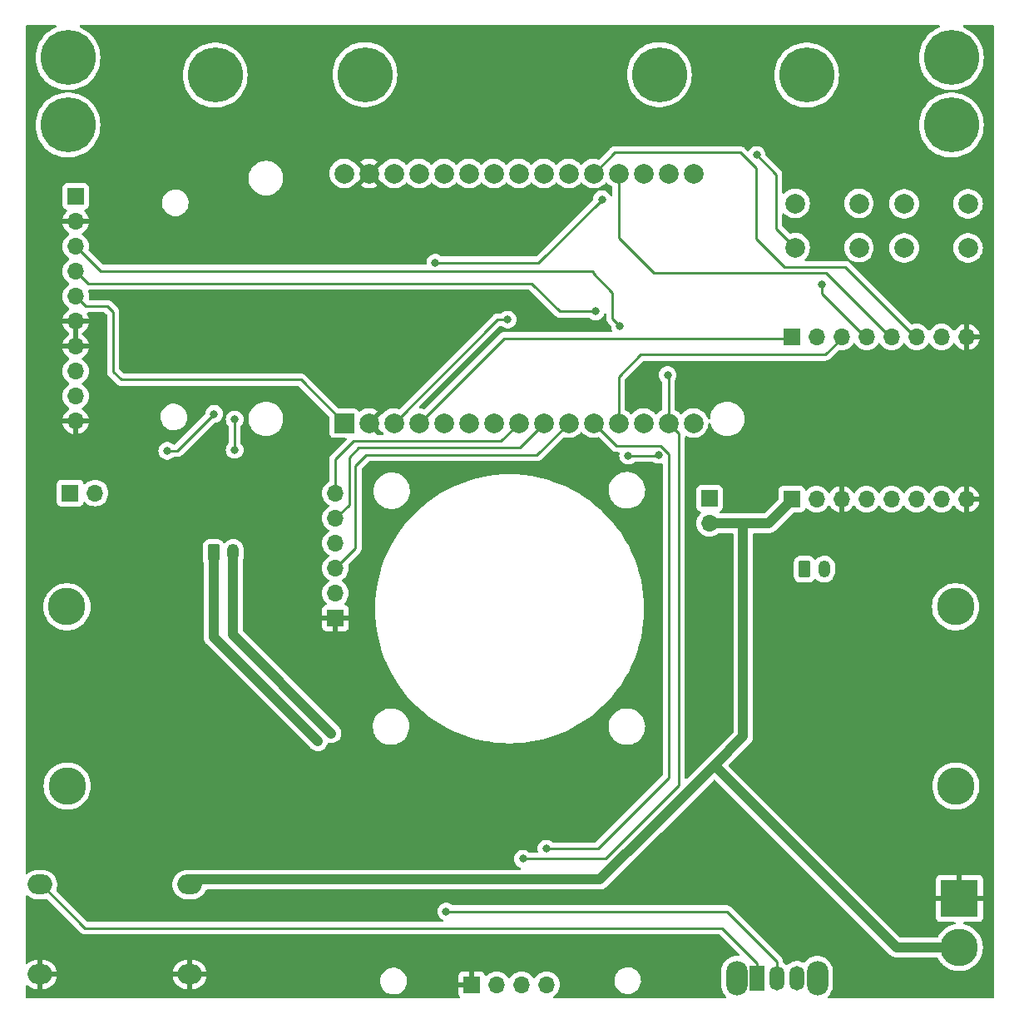
<source format=gbl>
G04 #@! TF.GenerationSoftware,KiCad,Pcbnew,7.0.5*
G04 #@! TF.CreationDate,2023-08-03T15:05:36+02:00*
G04 #@! TF.ProjectId,Siguelineas,53696775-656c-4696-9e65-61732e6b6963,rev?*
G04 #@! TF.SameCoordinates,Original*
G04 #@! TF.FileFunction,Copper,L2,Bot*
G04 #@! TF.FilePolarity,Positive*
%FSLAX46Y46*%
G04 Gerber Fmt 4.6, Leading zero omitted, Abs format (unit mm)*
G04 Created by KiCad (PCBNEW 7.0.5) date 2023-08-03 15:05:36*
%MOMM*%
%LPD*%
G01*
G04 APERTURE LIST*
G04 Aperture macros list*
%AMRoundRect*
0 Rectangle with rounded corners*
0 $1 Rounding radius*
0 $2 $3 $4 $5 $6 $7 $8 $9 X,Y pos of 4 corners*
0 Add a 4 corners polygon primitive as box body*
4,1,4,$2,$3,$4,$5,$6,$7,$8,$9,$2,$3,0*
0 Add four circle primitives for the rounded corners*
1,1,$1+$1,$2,$3*
1,1,$1+$1,$4,$5*
1,1,$1+$1,$6,$7*
1,1,$1+$1,$8,$9*
0 Add four rect primitives between the rounded corners*
20,1,$1+$1,$2,$3,$4,$5,0*
20,1,$1+$1,$4,$5,$6,$7,0*
20,1,$1+$1,$6,$7,$8,$9,0*
20,1,$1+$1,$8,$9,$2,$3,0*%
G04 Aperture macros list end*
G04 #@! TA.AperFunction,ComponentPad*
%ADD10R,2.000000X2.000000*%
G04 #@! TD*
G04 #@! TA.AperFunction,ComponentPad*
%ADD11C,2.000000*%
G04 #@! TD*
G04 #@! TA.AperFunction,ComponentPad*
%ADD12C,3.800000*%
G04 #@! TD*
G04 #@! TA.AperFunction,ComponentPad*
%ADD13R,1.700000X1.700000*%
G04 #@! TD*
G04 #@! TA.AperFunction,ComponentPad*
%ADD14O,1.700000X1.700000*%
G04 #@! TD*
G04 #@! TA.AperFunction,ComponentPad*
%ADD15C,5.600000*%
G04 #@! TD*
G04 #@! TA.AperFunction,ComponentPad*
%ADD16O,2.200000X3.500000*%
G04 #@! TD*
G04 #@! TA.AperFunction,ComponentPad*
%ADD17R,1.500000X2.500000*%
G04 #@! TD*
G04 #@! TA.AperFunction,ComponentPad*
%ADD18O,1.500000X2.500000*%
G04 #@! TD*
G04 #@! TA.AperFunction,ComponentPad*
%ADD19RoundRect,0.250000X-0.350000X-0.625000X0.350000X-0.625000X0.350000X0.625000X-0.350000X0.625000X0*%
G04 #@! TD*
G04 #@! TA.AperFunction,ComponentPad*
%ADD20O,1.200000X1.750000*%
G04 #@! TD*
G04 #@! TA.AperFunction,ComponentPad*
%ADD21O,2.500000X2.000000*%
G04 #@! TD*
G04 #@! TA.AperFunction,ComponentPad*
%ADD22R,3.800000X3.800000*%
G04 #@! TD*
G04 #@! TA.AperFunction,ViaPad*
%ADD23C,0.800000*%
G04 #@! TD*
G04 #@! TA.AperFunction,Conductor*
%ADD24C,0.250000*%
G04 #@! TD*
G04 #@! TA.AperFunction,Conductor*
%ADD25C,1.000000*%
G04 #@! TD*
G04 APERTURE END LIST*
D10*
X127430800Y-83173200D03*
D11*
X129970800Y-83173200D03*
X132510800Y-83173200D03*
X135050800Y-83173200D03*
X137590800Y-83173200D03*
X140130800Y-83173200D03*
X142670800Y-83173200D03*
X145210800Y-83173200D03*
X147750800Y-83173200D03*
X150290800Y-83173200D03*
X152830800Y-83173200D03*
X155370800Y-83173200D03*
X157910800Y-83173200D03*
X160450800Y-83173200D03*
X162990800Y-83173200D03*
X162990800Y-57773200D03*
X160450800Y-57773200D03*
X157910800Y-57773200D03*
X155370800Y-57773200D03*
X152830800Y-57773200D03*
X150290800Y-57773200D03*
X147750800Y-57773200D03*
X145210800Y-57773200D03*
X142670800Y-57773200D03*
X140130800Y-57773200D03*
X137590800Y-57773200D03*
X135050800Y-57773200D03*
X132510800Y-57773200D03*
X129970800Y-57773200D03*
X127430800Y-57773200D03*
D12*
X99237800Y-120116600D03*
D13*
X100101000Y-60101000D03*
D14*
X100101000Y-62641000D03*
X100101000Y-65181000D03*
X100101000Y-67721000D03*
X100101000Y-70261000D03*
X100101000Y-72801000D03*
X100101000Y-75341000D03*
X100101000Y-77881000D03*
X100101000Y-80421000D03*
X100101000Y-82961000D03*
D15*
X129540000Y-47701200D03*
X189230000Y-45974000D03*
D13*
X126542800Y-103022400D03*
D14*
X126542800Y-100482400D03*
X126542800Y-97942400D03*
X126542800Y-95402400D03*
X126542800Y-92862400D03*
X126542800Y-90322400D03*
D12*
X189661800Y-101879400D03*
X99212400Y-101879400D03*
X189687200Y-120116600D03*
D16*
X167386000Y-139674600D03*
X175586000Y-139674600D03*
D17*
X169486000Y-139674600D03*
D18*
X171486000Y-139674600D03*
X173486000Y-139674600D03*
D19*
X174294800Y-98044000D03*
D20*
X176294800Y-98044000D03*
D13*
X172974000Y-90932000D03*
D14*
X175514000Y-90932000D03*
X178054000Y-90932000D03*
X180594000Y-90932000D03*
X183134000Y-90932000D03*
X185674000Y-90932000D03*
X188214000Y-90932000D03*
X190754000Y-90932000D03*
D15*
X114300000Y-47752000D03*
X189230000Y-52832000D03*
D13*
X99542600Y-90297000D03*
D14*
X102082600Y-90297000D03*
D13*
X172999400Y-74396600D03*
D14*
X175539400Y-74396600D03*
X178079400Y-74396600D03*
X180619400Y-74396600D03*
X183159400Y-74396600D03*
X185699400Y-74396600D03*
X188239400Y-74396600D03*
X190779400Y-74396600D03*
D15*
X99314000Y-45974000D03*
X159512000Y-47701200D03*
D19*
X114128800Y-96367600D03*
D20*
X116128800Y-96367600D03*
D13*
X164617400Y-90830400D03*
D14*
X164617400Y-93370400D03*
D13*
X140411200Y-140335000D03*
D14*
X142951200Y-140335000D03*
X145491200Y-140335000D03*
X148031200Y-140335000D03*
D11*
X173330800Y-60818200D03*
X179830800Y-60818200D03*
X173330800Y-65318200D03*
X179830800Y-65318200D03*
X190930600Y-65343600D03*
X184430600Y-65343600D03*
X190930600Y-60843600D03*
X184430600Y-60843600D03*
D15*
X174498000Y-47752000D03*
D21*
X96469200Y-130151600D03*
X96469200Y-139291600D03*
X111709200Y-130151600D03*
X111709200Y-139291600D03*
D12*
X190042800Y-136550400D03*
D22*
X190042800Y-131550400D03*
D15*
X99314000Y-52832000D03*
D23*
X105613200Y-137261600D03*
X129489200Y-136398000D03*
X137820400Y-132892800D03*
X117246400Y-92506800D03*
X151130000Y-116484400D03*
X126136400Y-114757200D03*
X124764800Y-115570000D03*
X116281200Y-85902800D03*
X116281200Y-82804000D03*
X109423200Y-86004400D03*
X114198400Y-82245200D03*
X106934000Y-74218800D03*
X155498800Y-73304400D03*
X145618200Y-127533400D03*
X160350200Y-78282800D03*
X148005800Y-126492000D03*
X153009600Y-71819100D03*
X144068800Y-72644000D03*
X156337000Y-86487000D03*
X159435800Y-86410800D03*
X153670000Y-60401200D03*
X136702800Y-66852800D03*
X176072800Y-69062600D03*
X169418000Y-55880000D03*
D24*
X143370200Y-85013800D02*
X145210800Y-83173200D01*
X128397000Y-85013800D02*
X143370200Y-85013800D01*
X126542800Y-86868000D02*
X128397000Y-85013800D01*
X126542800Y-90322400D02*
X126542800Y-86868000D01*
D25*
X183642000Y-136550400D02*
X190042800Y-136550400D01*
X165103117Y-118011517D02*
X183642000Y-136550400D01*
D24*
X171486000Y-138008800D02*
X166370000Y-132892800D01*
X166370000Y-132892800D02*
X137820400Y-132892800D01*
X171486000Y-139674600D02*
X171486000Y-138008800D01*
X96623600Y-130151600D02*
X101041200Y-134569200D01*
X169486000Y-138174600D02*
X169486000Y-139674600D01*
X165880600Y-134569200D02*
X169486000Y-138174600D01*
X101041200Y-134569200D02*
X165880600Y-134569200D01*
X96469200Y-130151600D02*
X96623600Y-130151600D01*
D25*
X165103117Y-118011517D02*
X168046400Y-115068235D01*
X158956317Y-124158317D02*
X165103117Y-118011517D01*
X116128800Y-104749600D02*
X116128800Y-96367600D01*
X126136400Y-114757200D02*
X116128800Y-104749600D01*
X114128800Y-104934000D02*
X114128800Y-96367600D01*
X124764800Y-115570000D02*
X114128800Y-104934000D01*
D24*
X116281200Y-82804000D02*
X116281200Y-85902800D01*
X110439200Y-86004400D02*
X109423200Y-86004400D01*
X114198400Y-82245200D02*
X110439200Y-86004400D01*
D25*
X168046400Y-115068235D02*
X168046400Y-93548200D01*
X168046400Y-93548200D02*
X168224200Y-93370400D01*
D24*
X140411200Y-139649200D02*
X140411200Y-140335000D01*
D25*
X158956317Y-124158317D02*
X153473035Y-129641600D01*
X168224200Y-93370400D02*
X170657828Y-93370400D01*
X112219200Y-129641600D02*
X111709200Y-130151600D01*
X170657828Y-93370400D02*
X172958914Y-91069314D01*
X164617400Y-93370400D02*
X168224200Y-93370400D01*
X153473035Y-129641600D02*
X112219200Y-129641600D01*
D24*
X101112400Y-71272400D02*
X100101000Y-70261000D01*
X104749600Y-78765400D02*
X103911400Y-77927200D01*
X127430800Y-83173200D02*
X123023000Y-78765400D01*
X123023000Y-78765400D02*
X104749600Y-78765400D01*
X103911400Y-77927200D02*
X103911400Y-71856600D01*
X103327200Y-71272400D02*
X101112400Y-71272400D01*
X103911400Y-71856600D02*
X103327200Y-71272400D01*
X152730200Y-67691000D02*
X102611000Y-67691000D01*
X155498800Y-73304400D02*
X155498800Y-73282995D01*
X160450800Y-78383400D02*
X160450800Y-83173200D01*
X152730200Y-67894200D02*
X152730200Y-67691000D01*
X155498800Y-73282995D02*
X154736800Y-72520995D01*
X161493200Y-120065800D02*
X161493200Y-84215600D01*
X160350200Y-78282800D02*
X160450800Y-78383400D01*
X154736800Y-72520995D02*
X154736800Y-69900800D01*
X154025600Y-127533400D02*
X161493200Y-120065800D01*
X154736800Y-69900800D02*
X152730200Y-67894200D01*
X145618200Y-127533400D02*
X154025600Y-127533400D01*
X161493200Y-84215600D02*
X160450800Y-83173200D01*
X102611000Y-67691000D02*
X100101000Y-65181000D01*
X153238200Y-126492000D02*
X160477200Y-119253000D01*
X149377400Y-71819100D02*
X146519300Y-68961000D01*
X146519300Y-68961000D02*
X101341000Y-68961000D01*
X160477200Y-86385400D02*
X159588200Y-85496400D01*
X153009600Y-71819100D02*
X149377400Y-71819100D01*
X159588200Y-85496400D02*
X155154000Y-85496400D01*
X101341000Y-68961000D02*
X100101000Y-67721000D01*
X148005800Y-126492000D02*
X153238200Y-126492000D01*
X160477200Y-119253000D02*
X160477200Y-86385400D01*
X155154000Y-85496400D02*
X152830800Y-83173200D01*
X172984314Y-74533914D02*
X143690086Y-74533914D01*
X143690086Y-74533914D02*
X135050800Y-83173200D01*
X178064314Y-74533914D02*
X176398228Y-76200000D01*
X157632400Y-76200000D02*
X155370800Y-78461600D01*
X176398228Y-76200000D02*
X157632400Y-76200000D01*
X155370800Y-78461600D02*
X155370800Y-83173200D01*
X155370800Y-64337200D02*
X155370800Y-57773200D01*
X176504600Y-67894200D02*
X183144314Y-74533914D01*
X176504600Y-67894200D02*
X158927800Y-67894200D01*
X158927800Y-67894200D02*
X155370800Y-64337200D01*
X169367200Y-57251600D02*
X167767000Y-55651400D01*
X172262800Y-67284600D02*
X169367200Y-64389000D01*
X154952600Y-55651400D02*
X152830800Y-57773200D01*
X185684314Y-74533914D02*
X178435000Y-67284600D01*
X178435000Y-67284600D02*
X172262800Y-67284600D01*
X167767000Y-55651400D02*
X154952600Y-55651400D01*
X169367200Y-64389000D02*
X169367200Y-57251600D01*
X144068800Y-72644000D02*
X143040000Y-72644000D01*
X143040000Y-72644000D02*
X132510800Y-83173200D01*
X128574800Y-87528400D02*
X129667000Y-86436200D01*
X128574800Y-95910400D02*
X128574800Y-87528400D01*
X129667000Y-86436200D02*
X147027800Y-86436200D01*
X126542800Y-97942400D02*
X128574800Y-95910400D01*
X147027800Y-86436200D02*
X150290800Y-83173200D01*
X156337000Y-86487000D02*
X159359600Y-86487000D01*
X159359600Y-86487000D02*
X159435800Y-86410800D01*
X127921600Y-86657600D02*
X127921600Y-91483600D01*
X127921600Y-91483600D02*
X126542800Y-92862400D01*
X147750800Y-83173200D02*
X145275200Y-85648800D01*
X145275200Y-85648800D02*
X128930400Y-85648800D01*
X128930400Y-85648800D02*
X127921600Y-86657600D01*
X147218400Y-66852800D02*
X153670000Y-60401200D01*
X136702800Y-66852800D02*
X147218400Y-66852800D01*
X171399200Y-63386600D02*
X173330800Y-65318200D01*
X169418000Y-55880000D02*
X171399200Y-57861200D01*
X180604314Y-74533914D02*
X176072800Y-70002400D01*
X171399200Y-57861200D02*
X171399200Y-63386600D01*
X176072800Y-70002400D02*
X176072800Y-69062600D01*
G04 #@! TA.AperFunction,Conductor*
G36*
X95201203Y-131254032D02*
G01*
X95203963Y-131256497D01*
X95230261Y-131280706D01*
X95294417Y-131339766D01*
X95502593Y-131475773D01*
X95730318Y-131575663D01*
X95834530Y-131602053D01*
X95971379Y-131636708D01*
X95971381Y-131636708D01*
X95971386Y-131636709D01*
X96124789Y-131649419D01*
X96157133Y-131652100D01*
X96157137Y-131652100D01*
X96781263Y-131652100D01*
X96781267Y-131652100D01*
X96843877Y-131646911D01*
X96967013Y-131636709D01*
X96967016Y-131636708D01*
X96967021Y-131636708D01*
X97103867Y-131602053D01*
X97173684Y-131604677D01*
X97221987Y-131634577D01*
X100540397Y-134952988D01*
X100550222Y-134965251D01*
X100550443Y-134965069D01*
X100555411Y-134971074D01*
X100605132Y-135017766D01*
X100606532Y-135019123D01*
X100626723Y-135039315D01*
X100626727Y-135039318D01*
X100626729Y-135039320D01*
X100632211Y-135043573D01*
X100636643Y-135047357D01*
X100670618Y-135079262D01*
X100688176Y-135088914D01*
X100704433Y-135099593D01*
X100720264Y-135111873D01*
X100739937Y-135120386D01*
X100763033Y-135130382D01*
X100768277Y-135132950D01*
X100809108Y-135155397D01*
X100821723Y-135158635D01*
X100828505Y-135160377D01*
X100846919Y-135166681D01*
X100865304Y-135174638D01*
X100911357Y-135181932D01*
X100917026Y-135183106D01*
X100962181Y-135194700D01*
X100982216Y-135194700D01*
X101001613Y-135196226D01*
X101021396Y-135199360D01*
X101067783Y-135194975D01*
X101073622Y-135194700D01*
X165570148Y-135194700D01*
X165637187Y-135214385D01*
X165657829Y-135231019D01*
X167647583Y-137220773D01*
X167681068Y-137282096D01*
X167676084Y-137351788D01*
X167634212Y-137407721D01*
X167568748Y-137432138D01*
X167550175Y-137432072D01*
X167386000Y-137419151D01*
X167134848Y-137438917D01*
X166889889Y-137497726D01*
X166657140Y-137594133D01*
X166442346Y-137725760D01*
X166442343Y-137725761D01*
X166250776Y-137889376D01*
X166087161Y-138080943D01*
X166087160Y-138080946D01*
X165955533Y-138295740D01*
X165859126Y-138528489D01*
X165800317Y-138773448D01*
X165785500Y-138961712D01*
X165785500Y-140387487D01*
X165800317Y-140575751D01*
X165859126Y-140820710D01*
X165955533Y-141053459D01*
X166087160Y-141268253D01*
X166087161Y-141268256D01*
X166110455Y-141295529D01*
X166250776Y-141459824D01*
X166313869Y-141513711D01*
X166352062Y-141572217D01*
X166352561Y-141642084D01*
X166315207Y-141701131D01*
X166251860Y-141730609D01*
X166233337Y-141732000D01*
X148783881Y-141732000D01*
X148716842Y-141712315D01*
X148671087Y-141659511D01*
X148661143Y-141590353D01*
X148690168Y-141526797D01*
X148712757Y-141506425D01*
X148779303Y-141459829D01*
X148902601Y-141373495D01*
X149069695Y-141206401D01*
X149205235Y-141012830D01*
X149305103Y-140798663D01*
X149366263Y-140570408D01*
X149386859Y-140335000D01*
X149366263Y-140099592D01*
X149305103Y-139871337D01*
X149304902Y-139870906D01*
X154928028Y-139870906D01*
X154937813Y-140101262D01*
X154937814Y-140101270D01*
X154986390Y-140326662D01*
X154986390Y-140326663D01*
X155050844Y-140487064D01*
X155072359Y-140540606D01*
X155103638Y-140591406D01*
X155193248Y-140736942D01*
X155345580Y-140910025D01*
X155345584Y-140910029D01*
X155524965Y-141054869D01*
X155524966Y-141054870D01*
X155524969Y-141054871D01*
X155524972Y-141054874D01*
X155681951Y-141142567D01*
X155724211Y-141166175D01*
X155726263Y-141167321D01*
X155943662Y-141244133D01*
X156070472Y-141265877D01*
X156170906Y-141283099D01*
X156170915Y-141283100D01*
X156343734Y-141283100D01*
X156343735Y-141283100D01*
X156343736Y-141283099D01*
X156343753Y-141283099D01*
X156515934Y-141268444D01*
X156515937Y-141268443D01*
X156515939Y-141268443D01*
X156739069Y-141210345D01*
X156889011Y-141142567D01*
X156949165Y-141115376D01*
X156949167Y-141115375D01*
X156949167Y-141115374D01*
X156949171Y-141115373D01*
X157140200Y-140986259D01*
X157306662Y-140826719D01*
X157443766Y-140641342D01*
X157547570Y-140435460D01*
X157615086Y-140214997D01*
X157644372Y-139986294D01*
X157634586Y-139755932D01*
X157586010Y-139530538D01*
X157500041Y-139316594D01*
X157379151Y-139120257D01*
X157226820Y-138947175D01*
X157226819Y-138947174D01*
X157226815Y-138947170D01*
X157047434Y-138802330D01*
X157047433Y-138802329D01*
X157030058Y-138792623D01*
X156912113Y-138726735D01*
X156846138Y-138689879D01*
X156628741Y-138613068D01*
X156628740Y-138613067D01*
X156628738Y-138613067D01*
X156628734Y-138613066D01*
X156628733Y-138613066D01*
X156401493Y-138574100D01*
X156401485Y-138574100D01*
X156228665Y-138574100D01*
X156228646Y-138574100D01*
X156056465Y-138588755D01*
X155833331Y-138646854D01*
X155623234Y-138741823D01*
X155623232Y-138741824D01*
X155432199Y-138870942D01*
X155265740Y-139030478D01*
X155128634Y-139215857D01*
X155024830Y-139421738D01*
X154957313Y-139642206D01*
X154928028Y-139870906D01*
X149304902Y-139870906D01*
X149205235Y-139657171D01*
X149199625Y-139649158D01*
X149069694Y-139463597D01*
X148902602Y-139296506D01*
X148902595Y-139296501D01*
X148709034Y-139160967D01*
X148709030Y-139160965D01*
X148637927Y-139127809D01*
X148494863Y-139061097D01*
X148494859Y-139061096D01*
X148494855Y-139061094D01*
X148266613Y-138999938D01*
X148266603Y-138999936D01*
X148031201Y-138979341D01*
X148031199Y-138979341D01*
X147795796Y-138999936D01*
X147795786Y-138999938D01*
X147567544Y-139061094D01*
X147567535Y-139061098D01*
X147353371Y-139160964D01*
X147353369Y-139160965D01*
X147159797Y-139296505D01*
X146992705Y-139463597D01*
X146862775Y-139649158D01*
X146808198Y-139692783D01*
X146738700Y-139699977D01*
X146676345Y-139668454D01*
X146659625Y-139649158D01*
X146529694Y-139463597D01*
X146362602Y-139296506D01*
X146362595Y-139296501D01*
X146169034Y-139160967D01*
X146169030Y-139160965D01*
X146097927Y-139127809D01*
X145954863Y-139061097D01*
X145954859Y-139061096D01*
X145954855Y-139061094D01*
X145726613Y-138999938D01*
X145726603Y-138999936D01*
X145491201Y-138979341D01*
X145491199Y-138979341D01*
X145255796Y-138999936D01*
X145255786Y-138999938D01*
X145027544Y-139061094D01*
X145027535Y-139061098D01*
X144813371Y-139160964D01*
X144813369Y-139160965D01*
X144619797Y-139296505D01*
X144452705Y-139463597D01*
X144322775Y-139649158D01*
X144268198Y-139692783D01*
X144198700Y-139699977D01*
X144136345Y-139668454D01*
X144119625Y-139649158D01*
X143989694Y-139463597D01*
X143822602Y-139296506D01*
X143822595Y-139296501D01*
X143629034Y-139160967D01*
X143629030Y-139160965D01*
X143557927Y-139127809D01*
X143414863Y-139061097D01*
X143414859Y-139061096D01*
X143414855Y-139061094D01*
X143186613Y-138999938D01*
X143186603Y-138999936D01*
X142951201Y-138979341D01*
X142951199Y-138979341D01*
X142715796Y-138999936D01*
X142715786Y-138999938D01*
X142487544Y-139061094D01*
X142487535Y-139061098D01*
X142273371Y-139160964D01*
X142273369Y-139160965D01*
X142079800Y-139296503D01*
X141957484Y-139418819D01*
X141896161Y-139452303D01*
X141826469Y-139447319D01*
X141770536Y-139405447D01*
X141753621Y-139374470D01*
X141704554Y-139242913D01*
X141704550Y-139242906D01*
X141618390Y-139127812D01*
X141618387Y-139127809D01*
X141503293Y-139041649D01*
X141503286Y-139041645D01*
X141368579Y-138991403D01*
X141368572Y-138991401D01*
X141309044Y-138985000D01*
X140661200Y-138985000D01*
X140661200Y-139899498D01*
X140553515Y-139850320D01*
X140446963Y-139835000D01*
X140375437Y-139835000D01*
X140268885Y-139850320D01*
X140161200Y-139899498D01*
X140161200Y-138985000D01*
X139513355Y-138985000D01*
X139453827Y-138991401D01*
X139453820Y-138991403D01*
X139319113Y-139041645D01*
X139319106Y-139041649D01*
X139204012Y-139127809D01*
X139204009Y-139127812D01*
X139117849Y-139242906D01*
X139117845Y-139242913D01*
X139067603Y-139377620D01*
X139067601Y-139377627D01*
X139061200Y-139437155D01*
X139061200Y-140085000D01*
X139977514Y-140085000D01*
X139951707Y-140125156D01*
X139911200Y-140263111D01*
X139911200Y-140406889D01*
X139951707Y-140544844D01*
X139977514Y-140585000D01*
X139061200Y-140585000D01*
X139061200Y-141232844D01*
X139067601Y-141292372D01*
X139067603Y-141292379D01*
X139117845Y-141427086D01*
X139117846Y-141427088D01*
X139197648Y-141533689D01*
X139222065Y-141599153D01*
X139207214Y-141667426D01*
X139157809Y-141716832D01*
X139098381Y-141732000D01*
X95120000Y-141732000D01*
X95052961Y-141712315D01*
X95007206Y-141659511D01*
X94996000Y-141608000D01*
X94996000Y-140487064D01*
X95015685Y-140420025D01*
X95068489Y-140374270D01*
X95137647Y-140364326D01*
X95201203Y-140393351D01*
X95203984Y-140395835D01*
X95294725Y-140479370D01*
X95502832Y-140615332D01*
X95730482Y-140715187D01*
X95971461Y-140776212D01*
X95971469Y-140776214D01*
X96157145Y-140791599D01*
X96157161Y-140791600D01*
X96219200Y-140791600D01*
X96219200Y-139579820D01*
X96285357Y-139631313D01*
X96405622Y-139672600D01*
X96500769Y-139672600D01*
X96594621Y-139656939D01*
X96706451Y-139596420D01*
X96719200Y-139582570D01*
X96719200Y-140791600D01*
X96781239Y-140791600D01*
X96781254Y-140791599D01*
X96966930Y-140776214D01*
X96966938Y-140776212D01*
X97207917Y-140715187D01*
X97435567Y-140615332D01*
X97643678Y-140479367D01*
X97826564Y-140311007D01*
X97826573Y-140310997D01*
X97979251Y-140114837D01*
X97979257Y-140114828D01*
X98097564Y-139896214D01*
X98097569Y-139896203D01*
X98178283Y-139661092D01*
X98198223Y-139541600D01*
X96756917Y-139541600D01*
X96792571Y-139502869D01*
X96843648Y-139386423D01*
X96854149Y-139259702D01*
X96822934Y-139136438D01*
X96760973Y-139041600D01*
X98198222Y-139041600D01*
X98198223Y-139041599D01*
X109980176Y-139041599D01*
X109980178Y-139041600D01*
X111421483Y-139041600D01*
X111385829Y-139080331D01*
X111334752Y-139196777D01*
X111324251Y-139323498D01*
X111355466Y-139446762D01*
X111417427Y-139541600D01*
X109980177Y-139541600D01*
X110000116Y-139661092D01*
X110080830Y-139896203D01*
X110080835Y-139896214D01*
X110199142Y-140114828D01*
X110199148Y-140114837D01*
X110351826Y-140310997D01*
X110351835Y-140311007D01*
X110534722Y-140479367D01*
X110534721Y-140479367D01*
X110742832Y-140615332D01*
X110970482Y-140715187D01*
X111211461Y-140776212D01*
X111211469Y-140776214D01*
X111397145Y-140791599D01*
X111397161Y-140791600D01*
X111459199Y-140791600D01*
X111459199Y-139579820D01*
X111525357Y-139631313D01*
X111645622Y-139672600D01*
X111740769Y-139672600D01*
X111834621Y-139656939D01*
X111946451Y-139596420D01*
X111959200Y-139582570D01*
X111959200Y-140791600D01*
X112021239Y-140791600D01*
X112021254Y-140791599D01*
X112206930Y-140776214D01*
X112206938Y-140776212D01*
X112447917Y-140715187D01*
X112675567Y-140615332D01*
X112883678Y-140479367D01*
X113066564Y-140311007D01*
X113066573Y-140310997D01*
X113219251Y-140114837D01*
X113219257Y-140114828D01*
X113323769Y-139921706D01*
X131102828Y-139921706D01*
X131112613Y-140152062D01*
X131112614Y-140152070D01*
X131161190Y-140377462D01*
X131161190Y-140377463D01*
X131247157Y-140591402D01*
X131368048Y-140787742D01*
X131520380Y-140960825D01*
X131520384Y-140960829D01*
X131699765Y-141105669D01*
X131699766Y-141105670D01*
X131699769Y-141105671D01*
X131699772Y-141105674D01*
X131810126Y-141167321D01*
X131893374Y-141213826D01*
X131901063Y-141218121D01*
X132118462Y-141294933D01*
X132245272Y-141316677D01*
X132345706Y-141333899D01*
X132345715Y-141333900D01*
X132518534Y-141333900D01*
X132518535Y-141333900D01*
X132518536Y-141333899D01*
X132518553Y-141333899D01*
X132690734Y-141319244D01*
X132690737Y-141319243D01*
X132690739Y-141319243D01*
X132913869Y-141261145D01*
X133057661Y-141196147D01*
X133123965Y-141166176D01*
X133123967Y-141166175D01*
X133123967Y-141166174D01*
X133123971Y-141166173D01*
X133315000Y-141037059D01*
X133481462Y-140877519D01*
X133618566Y-140692142D01*
X133722370Y-140486260D01*
X133789886Y-140265797D01*
X133819172Y-140037094D01*
X133809386Y-139806732D01*
X133760810Y-139581338D01*
X133674841Y-139367394D01*
X133553951Y-139171057D01*
X133401620Y-138997975D01*
X133401619Y-138997974D01*
X133401615Y-138997970D01*
X133222234Y-138853130D01*
X133222233Y-138853129D01*
X133020938Y-138740679D01*
X132803541Y-138663868D01*
X132803540Y-138663867D01*
X132803538Y-138663867D01*
X132803534Y-138663866D01*
X132803533Y-138663866D01*
X132576293Y-138624900D01*
X132576285Y-138624900D01*
X132403465Y-138624900D01*
X132403446Y-138624900D01*
X132231265Y-138639555D01*
X132008131Y-138697654D01*
X131798034Y-138792623D01*
X131798032Y-138792624D01*
X131682159Y-138870942D01*
X131619871Y-138913042D01*
X131606999Y-138921742D01*
X131440540Y-139081278D01*
X131303434Y-139266657D01*
X131199630Y-139472538D01*
X131132113Y-139693006D01*
X131102828Y-139921706D01*
X113323769Y-139921706D01*
X113337564Y-139896214D01*
X113337569Y-139896203D01*
X113418283Y-139661092D01*
X113438223Y-139541600D01*
X111996917Y-139541600D01*
X112032571Y-139502869D01*
X112083648Y-139386423D01*
X112094149Y-139259702D01*
X112062934Y-139136438D01*
X112000973Y-139041600D01*
X113438222Y-139041600D01*
X113438223Y-139041599D01*
X113418283Y-138922107D01*
X113337569Y-138686996D01*
X113337564Y-138686985D01*
X113219257Y-138468371D01*
X113219251Y-138468362D01*
X113066573Y-138272202D01*
X113066564Y-138272192D01*
X112883677Y-138103832D01*
X112883678Y-138103832D01*
X112675567Y-137967867D01*
X112447917Y-137868012D01*
X112206938Y-137806987D01*
X112206930Y-137806985D01*
X112021254Y-137791600D01*
X111959200Y-137791600D01*
X111959200Y-139003379D01*
X111893043Y-138951887D01*
X111772778Y-138910600D01*
X111677631Y-138910600D01*
X111583779Y-138926261D01*
X111471949Y-138986780D01*
X111459199Y-139000630D01*
X111459200Y-137791600D01*
X111397145Y-137791600D01*
X111211469Y-137806985D01*
X111211461Y-137806987D01*
X110970482Y-137868012D01*
X110742832Y-137967867D01*
X110534721Y-138103832D01*
X110351835Y-138272192D01*
X110351826Y-138272202D01*
X110199148Y-138468362D01*
X110199142Y-138468371D01*
X110080835Y-138686985D01*
X110080830Y-138686996D01*
X110000116Y-138922107D01*
X109980176Y-139041599D01*
X98198223Y-139041599D01*
X98178283Y-138922107D01*
X98097569Y-138686996D01*
X98097564Y-138686985D01*
X97979257Y-138468371D01*
X97979251Y-138468362D01*
X97826573Y-138272202D01*
X97826564Y-138272192D01*
X97643677Y-138103832D01*
X97643678Y-138103832D01*
X97435567Y-137967867D01*
X97207917Y-137868012D01*
X96966938Y-137806987D01*
X96966930Y-137806985D01*
X96781254Y-137791600D01*
X96719200Y-137791600D01*
X96719200Y-139003379D01*
X96653043Y-138951887D01*
X96532778Y-138910600D01*
X96437631Y-138910600D01*
X96343779Y-138926261D01*
X96231949Y-138986780D01*
X96219200Y-139000629D01*
X96219200Y-137791600D01*
X96157145Y-137791600D01*
X95971469Y-137806985D01*
X95971461Y-137806987D01*
X95730482Y-137868012D01*
X95502832Y-137967867D01*
X95294721Y-138103832D01*
X95203983Y-138187364D01*
X95141329Y-138218287D01*
X95071903Y-138210427D01*
X95017747Y-138166280D01*
X94996056Y-138099863D01*
X94996000Y-138096135D01*
X94996000Y-131347745D01*
X95015685Y-131280706D01*
X95068489Y-131234951D01*
X95137647Y-131225007D01*
X95201203Y-131254032D01*
G37*
G04 #@! TD.AperFunction*
G04 #@! TA.AperFunction,Conductor*
G36*
X131194234Y-84043082D02*
G01*
X131205661Y-84041897D01*
X131274373Y-84054560D01*
X131318892Y-84094394D01*
X131319483Y-84093935D01*
X131322018Y-84097192D01*
X131322256Y-84097405D01*
X131322631Y-84097980D01*
X131398428Y-84180317D01*
X131429350Y-84242972D01*
X131421490Y-84312398D01*
X131377343Y-84366553D01*
X131310925Y-84388244D01*
X131307198Y-84388300D01*
X130883709Y-84388300D01*
X130816670Y-84368615D01*
X130796028Y-84351981D01*
X130112165Y-83668118D01*
X130115961Y-83667573D01*
X130249362Y-83606651D01*
X130360195Y-83510613D01*
X130439482Y-83387240D01*
X130461932Y-83310780D01*
X131194234Y-84043082D01*
G37*
G04 #@! TD.AperFunction*
G04 #@! TA.AperFunction,Conductor*
G36*
X146275887Y-69606185D02*
G01*
X146296529Y-69622819D01*
X148876594Y-72202884D01*
X148886419Y-72215148D01*
X148886640Y-72214966D01*
X148891610Y-72220974D01*
X148941349Y-72267682D01*
X148942716Y-72269006D01*
X148962929Y-72289218D01*
X148962929Y-72289219D01*
X148968404Y-72293466D01*
X148972846Y-72297260D01*
X149006815Y-72329160D01*
X149006817Y-72329161D01*
X149006818Y-72329162D01*
X149024376Y-72338814D01*
X149040637Y-72349496D01*
X149056464Y-72361773D01*
X149099223Y-72380276D01*
X149104473Y-72382848D01*
X149142767Y-72403900D01*
X149145308Y-72405297D01*
X149145312Y-72405298D01*
X149164711Y-72410279D01*
X149183122Y-72416583D01*
X149201497Y-72424535D01*
X149201500Y-72424535D01*
X149201505Y-72424538D01*
X149247549Y-72431829D01*
X149253232Y-72433006D01*
X149298381Y-72444600D01*
X149318416Y-72444600D01*
X149337813Y-72446126D01*
X149357596Y-72449260D01*
X149403983Y-72444875D01*
X149409822Y-72444600D01*
X152305852Y-72444600D01*
X152372891Y-72464285D01*
X152398000Y-72485626D01*
X152403726Y-72491985D01*
X152403730Y-72491989D01*
X152556865Y-72603248D01*
X152556870Y-72603251D01*
X152729792Y-72680242D01*
X152729797Y-72680244D01*
X152914954Y-72719600D01*
X152914955Y-72719600D01*
X153104244Y-72719600D01*
X153104246Y-72719600D01*
X153289403Y-72680244D01*
X153462330Y-72603251D01*
X153615471Y-72491988D01*
X153742133Y-72351316D01*
X153836779Y-72187384D01*
X153869368Y-72087083D01*
X153908806Y-72029408D01*
X153973165Y-72002209D01*
X154042011Y-72014124D01*
X154093487Y-72061368D01*
X154111300Y-72125401D01*
X154111300Y-72438250D01*
X154109575Y-72453867D01*
X154109861Y-72453894D01*
X154109126Y-72461661D01*
X154111269Y-72529841D01*
X154111300Y-72531788D01*
X154111300Y-72560338D01*
X154111301Y-72560355D01*
X154112168Y-72567226D01*
X154112626Y-72573045D01*
X154114090Y-72619619D01*
X154114091Y-72619622D01*
X154119680Y-72638862D01*
X154123624Y-72657906D01*
X154126136Y-72677787D01*
X154143290Y-72721114D01*
X154145182Y-72726642D01*
X154158181Y-72771383D01*
X154168380Y-72788629D01*
X154176938Y-72806098D01*
X154184314Y-72824727D01*
X154211698Y-72862418D01*
X154214906Y-72867302D01*
X154238627Y-72907411D01*
X154238633Y-72907419D01*
X154252790Y-72921575D01*
X154265428Y-72936371D01*
X154277205Y-72952581D01*
X154277206Y-72952582D01*
X154313109Y-72982283D01*
X154317420Y-72986205D01*
X154447355Y-73116140D01*
X154557324Y-73226109D01*
X154590809Y-73287432D01*
X154592964Y-73300828D01*
X154599025Y-73358491D01*
X154613126Y-73492656D01*
X154613127Y-73492659D01*
X154671618Y-73672677D01*
X154671621Y-73672684D01*
X154698374Y-73719022D01*
X154700333Y-73722414D01*
X154716806Y-73790314D01*
X154693953Y-73856341D01*
X154639032Y-73899532D01*
X154592946Y-73908414D01*
X143772823Y-73908414D01*
X143757206Y-73906690D01*
X143757179Y-73906976D01*
X143749417Y-73906241D01*
X143681257Y-73908383D01*
X143679310Y-73908414D01*
X143650736Y-73908414D01*
X143650015Y-73908504D01*
X143643843Y-73909283D01*
X143638031Y-73909740D01*
X143591458Y-73911204D01*
X143591455Y-73911205D01*
X143572212Y-73916795D01*
X143553169Y-73920739D01*
X143533290Y-73923250D01*
X143533289Y-73923251D01*
X143489964Y-73940404D01*
X143484438Y-73942296D01*
X143439694Y-73955297D01*
X143439690Y-73955299D01*
X143422451Y-73965494D01*
X143404984Y-73974051D01*
X143386355Y-73981426D01*
X143386353Y-73981427D01*
X143348650Y-74008820D01*
X143343768Y-74012026D01*
X143303666Y-74035742D01*
X143289494Y-74049914D01*
X143274709Y-74062542D01*
X143258498Y-74074321D01*
X143228795Y-74110224D01*
X143224863Y-74114545D01*
X135628028Y-81711379D01*
X135566705Y-81744864D01*
X135500084Y-81740979D01*
X135420416Y-81713629D01*
X135173434Y-81672416D01*
X135110548Y-81641966D01*
X135074109Y-81582351D01*
X135075684Y-81512499D01*
X135106160Y-81462428D01*
X143262771Y-73305819D01*
X143324095Y-73272334D01*
X143350453Y-73269500D01*
X143365052Y-73269500D01*
X143432091Y-73289185D01*
X143457200Y-73310526D01*
X143462926Y-73316885D01*
X143462930Y-73316889D01*
X143616065Y-73428148D01*
X143616070Y-73428151D01*
X143788992Y-73505142D01*
X143788997Y-73505144D01*
X143974154Y-73544500D01*
X143974155Y-73544500D01*
X144163444Y-73544500D01*
X144163446Y-73544500D01*
X144348603Y-73505144D01*
X144521530Y-73428151D01*
X144674671Y-73316888D01*
X144801333Y-73176216D01*
X144895979Y-73012284D01*
X144954474Y-72832256D01*
X144974260Y-72644000D01*
X144954474Y-72455744D01*
X144895979Y-72275716D01*
X144801333Y-72111784D01*
X144674671Y-71971112D01*
X144674670Y-71971111D01*
X144521534Y-71859851D01*
X144521529Y-71859848D01*
X144348607Y-71782857D01*
X144348602Y-71782855D01*
X144187247Y-71748559D01*
X144163446Y-71743500D01*
X143974154Y-71743500D01*
X143950353Y-71748559D01*
X143788997Y-71782855D01*
X143788992Y-71782857D01*
X143616070Y-71859848D01*
X143616065Y-71859851D01*
X143462930Y-71971110D01*
X143462926Y-71971114D01*
X143457200Y-71977474D01*
X143397713Y-72014121D01*
X143365052Y-72018500D01*
X143122737Y-72018500D01*
X143107120Y-72016776D01*
X143107093Y-72017062D01*
X143099331Y-72016327D01*
X143031171Y-72018469D01*
X143029224Y-72018500D01*
X143000650Y-72018500D01*
X142999929Y-72018590D01*
X142993757Y-72019369D01*
X142987945Y-72019826D01*
X142941372Y-72021290D01*
X142941369Y-72021291D01*
X142922126Y-72026881D01*
X142903083Y-72030825D01*
X142883204Y-72033336D01*
X142883203Y-72033337D01*
X142839878Y-72050490D01*
X142834352Y-72052382D01*
X142789608Y-72065383D01*
X142789604Y-72065385D01*
X142772365Y-72075580D01*
X142754898Y-72084137D01*
X142736269Y-72091512D01*
X142736267Y-72091513D01*
X142698564Y-72118906D01*
X142693682Y-72122112D01*
X142653580Y-72145828D01*
X142639408Y-72160000D01*
X142624623Y-72172628D01*
X142608412Y-72184407D01*
X142578709Y-72220310D01*
X142574777Y-72224631D01*
X133088028Y-81711379D01*
X133026705Y-81744864D01*
X132960084Y-81740979D01*
X132880416Y-81713629D01*
X132635135Y-81672700D01*
X132386465Y-81672700D01*
X132141183Y-81713629D01*
X131905997Y-81794369D01*
X131905988Y-81794372D01*
X131687293Y-81912724D01*
X131491057Y-82065461D01*
X131322637Y-82248413D01*
X131322629Y-82248424D01*
X131322255Y-82248997D01*
X131322042Y-82249178D01*
X131319490Y-82252458D01*
X131318814Y-82251932D01*
X131269104Y-82294347D01*
X131205665Y-82304502D01*
X131194234Y-82303316D01*
X130461932Y-83035618D01*
X130439482Y-82959160D01*
X130360195Y-82835787D01*
X130249362Y-82739749D01*
X130115961Y-82678827D01*
X130112165Y-82678281D01*
X130840857Y-81949589D01*
X130794029Y-81913143D01*
X130575414Y-81794835D01*
X130575403Y-81794830D01*
X130340293Y-81714116D01*
X130095093Y-81673200D01*
X129846507Y-81673200D01*
X129601306Y-81714116D01*
X129366196Y-81794830D01*
X129366185Y-81794835D01*
X129147571Y-81913142D01*
X129147569Y-81913143D01*
X129064197Y-81978035D01*
X128999203Y-82003677D01*
X128930663Y-81990110D01*
X128880338Y-81941642D01*
X128878920Y-81938613D01*
X128878847Y-81938654D01*
X128874593Y-81930864D01*
X128788347Y-81815655D01*
X128788344Y-81815652D01*
X128673135Y-81729406D01*
X128673128Y-81729402D01*
X128538282Y-81679108D01*
X128538283Y-81679108D01*
X128478683Y-81672701D01*
X128478681Y-81672700D01*
X128478673Y-81672700D01*
X128478665Y-81672700D01*
X126866253Y-81672700D01*
X126799214Y-81653015D01*
X126778572Y-81636381D01*
X123523803Y-78381612D01*
X123513980Y-78369350D01*
X123513759Y-78369534D01*
X123508786Y-78363522D01*
X123459066Y-78316832D01*
X123457666Y-78315475D01*
X123437476Y-78295284D01*
X123431986Y-78291025D01*
X123427561Y-78287247D01*
X123393582Y-78255338D01*
X123393580Y-78255336D01*
X123393577Y-78255335D01*
X123376029Y-78245688D01*
X123359763Y-78235004D01*
X123343936Y-78222727D01*
X123343935Y-78222726D01*
X123343933Y-78222725D01*
X123301168Y-78204218D01*
X123295922Y-78201648D01*
X123255093Y-78179203D01*
X123255092Y-78179202D01*
X123235693Y-78174222D01*
X123217281Y-78167918D01*
X123198898Y-78159962D01*
X123198892Y-78159960D01*
X123152874Y-78152672D01*
X123147152Y-78151487D01*
X123102021Y-78139900D01*
X123102019Y-78139900D01*
X123081984Y-78139900D01*
X123062586Y-78138373D01*
X123055162Y-78137197D01*
X123042805Y-78135240D01*
X123042804Y-78135240D01*
X122996416Y-78139625D01*
X122990578Y-78139900D01*
X105060052Y-78139900D01*
X104993013Y-78120215D01*
X104972371Y-78103581D01*
X104573219Y-77704428D01*
X104539734Y-77643105D01*
X104536900Y-77616747D01*
X104536900Y-71939342D01*
X104538624Y-71923722D01*
X104538339Y-71923695D01*
X104539073Y-71915933D01*
X104536931Y-71847739D01*
X104536900Y-71845792D01*
X104536900Y-71817256D01*
X104536900Y-71817250D01*
X104536031Y-71810379D01*
X104535573Y-71804552D01*
X104535330Y-71796813D01*
X104534110Y-71757973D01*
X104528519Y-71738730D01*
X104524573Y-71719678D01*
X104522064Y-71699808D01*
X104504904Y-71656467D01*
X104503024Y-71650979D01*
X104490018Y-71606210D01*
X104479822Y-71588970D01*
X104471261Y-71571494D01*
X104463887Y-71552870D01*
X104462248Y-71550614D01*
X104436479Y-71515145D01*
X104433288Y-71510286D01*
X104409572Y-71470183D01*
X104409565Y-71470174D01*
X104395406Y-71456015D01*
X104382768Y-71441219D01*
X104374421Y-71429730D01*
X104370994Y-71425013D01*
X104335088Y-71395309D01*
X104330776Y-71391386D01*
X103828003Y-70888612D01*
X103818180Y-70876350D01*
X103817959Y-70876534D01*
X103812986Y-70870522D01*
X103763266Y-70823832D01*
X103761866Y-70822475D01*
X103741676Y-70802284D01*
X103736186Y-70798025D01*
X103731761Y-70794247D01*
X103697782Y-70762338D01*
X103697780Y-70762336D01*
X103697777Y-70762335D01*
X103680229Y-70752688D01*
X103663963Y-70742004D01*
X103648133Y-70729725D01*
X103605368Y-70711218D01*
X103600122Y-70708648D01*
X103559293Y-70686203D01*
X103559292Y-70686202D01*
X103539893Y-70681222D01*
X103521481Y-70674918D01*
X103503098Y-70666962D01*
X103503092Y-70666960D01*
X103457074Y-70659672D01*
X103451352Y-70658487D01*
X103406221Y-70646900D01*
X103406219Y-70646900D01*
X103386184Y-70646900D01*
X103366786Y-70645373D01*
X103359362Y-70644197D01*
X103347005Y-70642240D01*
X103347004Y-70642240D01*
X103300616Y-70646625D01*
X103294778Y-70646900D01*
X101557305Y-70646900D01*
X101490266Y-70627215D01*
X101444511Y-70574411D01*
X101434567Y-70505253D01*
X101435188Y-70501374D01*
X101436062Y-70496413D01*
X101436062Y-70496411D01*
X101436063Y-70496408D01*
X101456659Y-70261000D01*
X101436063Y-70025592D01*
X101374903Y-69797337D01*
X101374900Y-69797330D01*
X101358847Y-69762904D01*
X101348355Y-69693827D01*
X101376875Y-69630043D01*
X101435352Y-69591804D01*
X101471229Y-69586500D01*
X146208848Y-69586500D01*
X146275887Y-69606185D01*
G37*
G04 #@! TD.AperFunction*
G04 #@! TA.AperFunction,Conductor*
G36*
X100351000Y-74905498D02*
G01*
X100243315Y-74856320D01*
X100136763Y-74841000D01*
X100065237Y-74841000D01*
X99958685Y-74856320D01*
X99851000Y-74905498D01*
X99851000Y-73236501D01*
X99958685Y-73285680D01*
X100065237Y-73301000D01*
X100136763Y-73301000D01*
X100243315Y-73285680D01*
X100351000Y-73236501D01*
X100351000Y-74905498D01*
G37*
G04 #@! TD.AperFunction*
G04 #@! TA.AperFunction,Conductor*
G36*
X98094449Y-42691685D02*
G01*
X98140204Y-42744489D01*
X98150148Y-42813647D01*
X98121123Y-42877203D01*
X98079478Y-42908538D01*
X97943271Y-42971553D01*
X97765745Y-43053685D01*
X97503415Y-43211524D01*
X97459081Y-43238200D01*
X97370768Y-43305333D01*
X97174172Y-43454781D01*
X97174163Y-43454789D01*
X96914331Y-43700914D01*
X96682641Y-43973680D01*
X96682634Y-43973690D01*
X96481790Y-44269913D01*
X96481784Y-44269922D01*
X96314151Y-44586111D01*
X96314142Y-44586129D01*
X96181674Y-44918600D01*
X96181672Y-44918607D01*
X96085932Y-45263434D01*
X96085926Y-45263460D01*
X96028029Y-45616614D01*
X96028028Y-45616631D01*
X96008652Y-45973997D01*
X96008652Y-45974002D01*
X96028028Y-46331368D01*
X96028029Y-46331385D01*
X96085926Y-46684539D01*
X96085932Y-46684565D01*
X96181672Y-47029392D01*
X96181674Y-47029399D01*
X96314142Y-47361870D01*
X96314151Y-47361888D01*
X96481784Y-47678077D01*
X96481787Y-47678082D01*
X96481789Y-47678085D01*
X96497461Y-47701200D01*
X96682634Y-47974309D01*
X96682641Y-47974319D01*
X96914331Y-48247085D01*
X96914332Y-48247086D01*
X97174163Y-48493211D01*
X97459081Y-48709800D01*
X97765747Y-48894315D01*
X97765749Y-48894316D01*
X97765751Y-48894317D01*
X97765755Y-48894319D01*
X98090552Y-49044585D01*
X98090565Y-49044591D01*
X98429726Y-49158868D01*
X98779254Y-49235805D01*
X99135052Y-49274500D01*
X99135058Y-49274500D01*
X99492942Y-49274500D01*
X99492948Y-49274500D01*
X99848746Y-49235805D01*
X100198274Y-49158868D01*
X100537435Y-49044591D01*
X100862253Y-48894315D01*
X101168919Y-48709800D01*
X101453837Y-48493211D01*
X101713668Y-48247086D01*
X101945365Y-47974311D01*
X102096095Y-47752000D01*
X110994652Y-47752000D01*
X111011274Y-48058585D01*
X111014028Y-48109368D01*
X111014029Y-48109385D01*
X111071926Y-48462539D01*
X111071932Y-48462565D01*
X111167672Y-48807392D01*
X111167674Y-48807399D01*
X111300142Y-49139870D01*
X111300151Y-49139888D01*
X111467784Y-49456077D01*
X111467787Y-49456082D01*
X111467789Y-49456085D01*
X111634197Y-49701519D01*
X111668634Y-49752309D01*
X111668641Y-49752319D01*
X111804008Y-49911685D01*
X111900332Y-50025086D01*
X112160163Y-50271211D01*
X112445081Y-50487800D01*
X112751747Y-50672315D01*
X112751749Y-50672316D01*
X112751751Y-50672317D01*
X112751755Y-50672319D01*
X112966762Y-50771791D01*
X113076565Y-50822591D01*
X113415726Y-50936868D01*
X113765254Y-51013805D01*
X114121052Y-51052500D01*
X114121058Y-51052500D01*
X114478942Y-51052500D01*
X114478948Y-51052500D01*
X114834746Y-51013805D01*
X115184274Y-50936868D01*
X115523435Y-50822591D01*
X115848253Y-50672315D01*
X116154919Y-50487800D01*
X116439837Y-50271211D01*
X116699668Y-50025086D01*
X116931365Y-49752311D01*
X117132211Y-49456085D01*
X117299853Y-49139880D01*
X117432324Y-48807403D01*
X117528071Y-48462552D01*
X117585972Y-48109371D01*
X117605348Y-47752000D01*
X117602594Y-47701200D01*
X126234652Y-47701200D01*
X126249459Y-47974309D01*
X126254028Y-48058568D01*
X126254029Y-48058585D01*
X126311926Y-48411739D01*
X126311932Y-48411765D01*
X126407672Y-48756592D01*
X126407674Y-48756599D01*
X126540142Y-49089070D01*
X126540151Y-49089088D01*
X126707784Y-49405277D01*
X126707787Y-49405282D01*
X126707789Y-49405285D01*
X126871765Y-49647132D01*
X126908634Y-49701509D01*
X126908641Y-49701519D01*
X127087158Y-49911685D01*
X127140332Y-49974286D01*
X127400163Y-50220411D01*
X127685081Y-50437000D01*
X127991747Y-50621515D01*
X127991749Y-50621516D01*
X127991751Y-50621517D01*
X127991755Y-50621519D01*
X128316552Y-50771785D01*
X128316565Y-50771791D01*
X128655726Y-50886068D01*
X129005254Y-50963005D01*
X129361052Y-51001700D01*
X129361058Y-51001700D01*
X129718942Y-51001700D01*
X129718948Y-51001700D01*
X130074746Y-50963005D01*
X130424274Y-50886068D01*
X130763435Y-50771791D01*
X131088253Y-50621515D01*
X131394919Y-50437000D01*
X131679837Y-50220411D01*
X131939668Y-49974286D01*
X132171365Y-49701511D01*
X132372211Y-49405285D01*
X132539853Y-49089080D01*
X132672324Y-48756603D01*
X132768071Y-48411752D01*
X132795067Y-48247085D01*
X132825970Y-48058585D01*
X132825970Y-48058582D01*
X132825972Y-48058571D01*
X132845348Y-47701200D01*
X156206652Y-47701200D01*
X156221459Y-47974309D01*
X156226028Y-48058568D01*
X156226029Y-48058585D01*
X156283926Y-48411739D01*
X156283932Y-48411765D01*
X156379672Y-48756592D01*
X156379674Y-48756599D01*
X156512142Y-49089070D01*
X156512151Y-49089088D01*
X156679784Y-49405277D01*
X156679787Y-49405282D01*
X156679789Y-49405285D01*
X156843765Y-49647132D01*
X156880634Y-49701509D01*
X156880641Y-49701519D01*
X157059158Y-49911685D01*
X157112332Y-49974286D01*
X157372163Y-50220411D01*
X157657081Y-50437000D01*
X157963747Y-50621515D01*
X157963749Y-50621516D01*
X157963751Y-50621517D01*
X157963755Y-50621519D01*
X158288552Y-50771785D01*
X158288565Y-50771791D01*
X158627726Y-50886068D01*
X158977254Y-50963005D01*
X159333052Y-51001700D01*
X159333058Y-51001700D01*
X159690942Y-51001700D01*
X159690948Y-51001700D01*
X160046746Y-50963005D01*
X160396274Y-50886068D01*
X160735435Y-50771791D01*
X161060253Y-50621515D01*
X161366919Y-50437000D01*
X161651837Y-50220411D01*
X161911668Y-49974286D01*
X162143365Y-49701511D01*
X162344211Y-49405285D01*
X162511853Y-49089080D01*
X162644324Y-48756603D01*
X162740071Y-48411752D01*
X162767067Y-48247085D01*
X162797970Y-48058585D01*
X162797970Y-48058582D01*
X162797972Y-48058571D01*
X162814594Y-47752000D01*
X171192652Y-47752000D01*
X171209274Y-48058585D01*
X171212028Y-48109368D01*
X171212029Y-48109385D01*
X171269926Y-48462539D01*
X171269932Y-48462565D01*
X171365672Y-48807392D01*
X171365674Y-48807399D01*
X171498142Y-49139870D01*
X171498151Y-49139888D01*
X171665784Y-49456077D01*
X171665787Y-49456082D01*
X171665789Y-49456085D01*
X171832197Y-49701519D01*
X171866634Y-49752309D01*
X171866641Y-49752319D01*
X172002008Y-49911685D01*
X172098332Y-50025086D01*
X172358163Y-50271211D01*
X172643081Y-50487800D01*
X172949747Y-50672315D01*
X172949749Y-50672316D01*
X172949751Y-50672317D01*
X172949755Y-50672319D01*
X173164762Y-50771791D01*
X173274565Y-50822591D01*
X173613726Y-50936868D01*
X173963254Y-51013805D01*
X174319052Y-51052500D01*
X174319058Y-51052500D01*
X174676942Y-51052500D01*
X174676948Y-51052500D01*
X175032746Y-51013805D01*
X175382274Y-50936868D01*
X175721435Y-50822591D01*
X176046253Y-50672315D01*
X176352919Y-50487800D01*
X176637837Y-50271211D01*
X176897668Y-50025086D01*
X177129365Y-49752311D01*
X177330211Y-49456085D01*
X177497853Y-49139880D01*
X177630324Y-48807403D01*
X177726071Y-48462552D01*
X177783972Y-48109371D01*
X177803348Y-47752000D01*
X177783972Y-47394629D01*
X177778604Y-47361888D01*
X177726073Y-47041460D01*
X177726072Y-47041459D01*
X177726071Y-47041448D01*
X177630324Y-46696597D01*
X177497853Y-46364120D01*
X177330211Y-46047915D01*
X177129365Y-45751689D01*
X177129361Y-45751684D01*
X177129358Y-45751680D01*
X176897668Y-45478914D01*
X176844039Y-45428114D01*
X176637837Y-45232789D01*
X176637830Y-45232783D01*
X176637827Y-45232781D01*
X176570245Y-45181407D01*
X176352919Y-45016200D01*
X176046253Y-44831685D01*
X176046252Y-44831684D01*
X176046248Y-44831682D01*
X176046244Y-44831680D01*
X175721447Y-44681414D01*
X175721441Y-44681411D01*
X175721435Y-44681409D01*
X175551854Y-44624270D01*
X175382273Y-44567131D01*
X175032744Y-44490194D01*
X174676949Y-44451500D01*
X174676948Y-44451500D01*
X174319052Y-44451500D01*
X174319050Y-44451500D01*
X173963255Y-44490194D01*
X173613726Y-44567131D01*
X173357970Y-44653306D01*
X173274565Y-44681409D01*
X173274562Y-44681410D01*
X173274563Y-44681410D01*
X173274552Y-44681414D01*
X172949755Y-44831680D01*
X172949751Y-44831682D01*
X172727513Y-44965399D01*
X172643081Y-45016200D01*
X172554768Y-45083333D01*
X172358172Y-45232781D01*
X172358163Y-45232789D01*
X172098331Y-45478914D01*
X171866641Y-45751680D01*
X171866634Y-45751690D01*
X171665790Y-46047913D01*
X171665784Y-46047922D01*
X171498151Y-46364111D01*
X171498142Y-46364129D01*
X171365674Y-46696600D01*
X171365672Y-46696607D01*
X171269932Y-47041434D01*
X171269926Y-47041460D01*
X171212029Y-47394614D01*
X171212028Y-47394631D01*
X171196660Y-47678085D01*
X171192652Y-47752000D01*
X162814594Y-47752000D01*
X162817348Y-47701200D01*
X162797972Y-47343829D01*
X162740071Y-46990648D01*
X162658429Y-46696600D01*
X162644327Y-46645807D01*
X162644325Y-46645800D01*
X162511857Y-46313329D01*
X162511848Y-46313311D01*
X162344215Y-45997122D01*
X162344213Y-45997119D01*
X162344211Y-45997115D01*
X162143365Y-45700889D01*
X162143361Y-45700884D01*
X162143358Y-45700880D01*
X161911668Y-45428114D01*
X161911667Y-45428114D01*
X161651837Y-45181989D01*
X161651830Y-45181983D01*
X161651827Y-45181981D01*
X161584245Y-45130607D01*
X161366919Y-44965400D01*
X161060253Y-44780885D01*
X161060252Y-44780884D01*
X161060248Y-44780882D01*
X161060244Y-44780880D01*
X160735447Y-44630614D01*
X160735441Y-44630611D01*
X160735435Y-44630609D01*
X160547040Y-44567131D01*
X160396273Y-44516331D01*
X160046744Y-44439394D01*
X159690949Y-44400700D01*
X159690948Y-44400700D01*
X159333052Y-44400700D01*
X159333050Y-44400700D01*
X158977255Y-44439394D01*
X158627726Y-44516331D01*
X158371970Y-44602506D01*
X158288565Y-44630609D01*
X158288562Y-44630610D01*
X158288563Y-44630610D01*
X158288552Y-44630614D01*
X157963755Y-44780880D01*
X157963751Y-44780882D01*
X157735367Y-44918296D01*
X157657081Y-44965400D01*
X157590256Y-45016199D01*
X157372172Y-45181981D01*
X157372163Y-45181989D01*
X157112331Y-45428114D01*
X156880641Y-45700880D01*
X156880634Y-45700890D01*
X156679790Y-45997113D01*
X156679784Y-45997122D01*
X156512151Y-46313311D01*
X156512142Y-46313329D01*
X156379674Y-46645800D01*
X156379672Y-46645807D01*
X156283932Y-46990634D01*
X156283926Y-46990660D01*
X156226029Y-47343814D01*
X156226028Y-47343827D01*
X156226028Y-47343829D01*
X156206652Y-47701200D01*
X132845348Y-47701200D01*
X132825972Y-47343829D01*
X132768071Y-46990648D01*
X132686429Y-46696600D01*
X132672327Y-46645807D01*
X132672325Y-46645800D01*
X132539857Y-46313329D01*
X132539848Y-46313311D01*
X132372215Y-45997122D01*
X132372213Y-45997119D01*
X132372211Y-45997115D01*
X132171365Y-45700889D01*
X132171361Y-45700884D01*
X132171358Y-45700880D01*
X131939668Y-45428114D01*
X131939667Y-45428113D01*
X131679837Y-45181989D01*
X131679830Y-45181983D01*
X131679827Y-45181981D01*
X131612245Y-45130607D01*
X131394919Y-44965400D01*
X131088253Y-44780885D01*
X131088252Y-44780884D01*
X131088248Y-44780882D01*
X131088244Y-44780880D01*
X130763447Y-44630614D01*
X130763441Y-44630611D01*
X130763435Y-44630609D01*
X130575040Y-44567131D01*
X130424273Y-44516331D01*
X130074744Y-44439394D01*
X129718949Y-44400700D01*
X129718948Y-44400700D01*
X129361052Y-44400700D01*
X129361050Y-44400700D01*
X129005255Y-44439394D01*
X128655726Y-44516331D01*
X128399970Y-44602506D01*
X128316565Y-44630609D01*
X128316562Y-44630610D01*
X128316563Y-44630610D01*
X128316552Y-44630614D01*
X127991755Y-44780880D01*
X127991751Y-44780882D01*
X127763367Y-44918296D01*
X127685081Y-44965400D01*
X127618256Y-45016199D01*
X127400172Y-45181981D01*
X127400163Y-45181989D01*
X127140331Y-45428114D01*
X126908641Y-45700880D01*
X126908634Y-45700890D01*
X126707790Y-45997113D01*
X126707784Y-45997122D01*
X126540151Y-46313311D01*
X126540142Y-46313329D01*
X126407674Y-46645800D01*
X126407672Y-46645807D01*
X126311932Y-46990634D01*
X126311926Y-46990660D01*
X126254029Y-47343814D01*
X126254028Y-47343827D01*
X126254028Y-47343829D01*
X126234652Y-47701200D01*
X117602594Y-47701200D01*
X117585972Y-47394629D01*
X117580604Y-47361888D01*
X117528073Y-47041460D01*
X117528072Y-47041459D01*
X117528071Y-47041448D01*
X117432324Y-46696597D01*
X117299853Y-46364120D01*
X117132211Y-46047915D01*
X116931365Y-45751689D01*
X116931361Y-45751684D01*
X116931358Y-45751680D01*
X116699668Y-45478914D01*
X116646039Y-45428114D01*
X116439837Y-45232789D01*
X116439830Y-45232783D01*
X116439827Y-45232781D01*
X116372245Y-45181407D01*
X116154919Y-45016200D01*
X115848253Y-44831685D01*
X115848252Y-44831684D01*
X115848248Y-44831682D01*
X115848244Y-44831680D01*
X115523447Y-44681414D01*
X115523441Y-44681411D01*
X115523435Y-44681409D01*
X115353854Y-44624270D01*
X115184273Y-44567131D01*
X114834744Y-44490194D01*
X114478949Y-44451500D01*
X114478948Y-44451500D01*
X114121052Y-44451500D01*
X114121050Y-44451500D01*
X113765255Y-44490194D01*
X113415726Y-44567131D01*
X113159970Y-44653306D01*
X113076565Y-44681409D01*
X113076562Y-44681410D01*
X113076563Y-44681410D01*
X113076552Y-44681414D01*
X112751755Y-44831680D01*
X112751751Y-44831682D01*
X112529513Y-44965399D01*
X112445081Y-45016200D01*
X112356768Y-45083333D01*
X112160172Y-45232781D01*
X112160163Y-45232789D01*
X111900331Y-45478914D01*
X111668641Y-45751680D01*
X111668634Y-45751690D01*
X111467790Y-46047913D01*
X111467784Y-46047922D01*
X111300151Y-46364111D01*
X111300142Y-46364129D01*
X111167674Y-46696600D01*
X111167672Y-46696607D01*
X111071932Y-47041434D01*
X111071926Y-47041460D01*
X111014029Y-47394614D01*
X111014028Y-47394631D01*
X110998660Y-47678085D01*
X110994652Y-47752000D01*
X102096095Y-47752000D01*
X102146211Y-47678085D01*
X102313853Y-47361880D01*
X102446324Y-47029403D01*
X102542071Y-46684552D01*
X102599972Y-46331371D01*
X102619348Y-45974000D01*
X102599972Y-45616629D01*
X102542071Y-45263448D01*
X102459319Y-44965400D01*
X102446327Y-44918607D01*
X102446325Y-44918600D01*
X102313857Y-44586129D01*
X102313848Y-44586111D01*
X102303785Y-44567131D01*
X102146211Y-44269915D01*
X101945365Y-43973689D01*
X101945361Y-43973684D01*
X101945358Y-43973680D01*
X101713668Y-43700914D01*
X101713667Y-43700914D01*
X101453837Y-43454789D01*
X101453830Y-43454783D01*
X101453827Y-43454781D01*
X101386245Y-43403407D01*
X101168919Y-43238200D01*
X100993418Y-43132604D01*
X100862254Y-43053685D01*
X100738468Y-42996416D01*
X100548522Y-42908538D01*
X100495946Y-42862525D01*
X100476592Y-42795390D01*
X100496606Y-42728448D01*
X100549634Y-42682953D01*
X100600590Y-42672000D01*
X187943410Y-42672000D01*
X188010449Y-42691685D01*
X188056204Y-42744489D01*
X188066148Y-42813647D01*
X188037123Y-42877203D01*
X187995478Y-42908538D01*
X187859271Y-42971553D01*
X187681745Y-43053685D01*
X187419415Y-43211524D01*
X187375081Y-43238200D01*
X187286768Y-43305333D01*
X187090172Y-43454781D01*
X187090163Y-43454789D01*
X186830331Y-43700914D01*
X186598641Y-43973680D01*
X186598634Y-43973690D01*
X186397790Y-44269913D01*
X186397784Y-44269922D01*
X186230151Y-44586111D01*
X186230142Y-44586129D01*
X186097674Y-44918600D01*
X186097672Y-44918607D01*
X186001932Y-45263434D01*
X186001926Y-45263460D01*
X185944029Y-45616614D01*
X185944028Y-45616631D01*
X185924652Y-45973997D01*
X185924652Y-45974002D01*
X185944028Y-46331368D01*
X185944029Y-46331385D01*
X186001926Y-46684539D01*
X186001932Y-46684565D01*
X186097672Y-47029392D01*
X186097674Y-47029399D01*
X186230142Y-47361870D01*
X186230151Y-47361888D01*
X186397784Y-47678077D01*
X186397787Y-47678082D01*
X186397789Y-47678085D01*
X186413461Y-47701200D01*
X186598634Y-47974309D01*
X186598641Y-47974319D01*
X186830331Y-48247085D01*
X186830332Y-48247086D01*
X187090163Y-48493211D01*
X187375081Y-48709800D01*
X187681747Y-48894315D01*
X187681749Y-48894316D01*
X187681751Y-48894317D01*
X187681755Y-48894319D01*
X188006552Y-49044585D01*
X188006565Y-49044591D01*
X188345726Y-49158868D01*
X188695254Y-49235805D01*
X189051052Y-49274500D01*
X189051058Y-49274500D01*
X189408942Y-49274500D01*
X189408948Y-49274500D01*
X189764746Y-49235805D01*
X190114274Y-49158868D01*
X190453435Y-49044591D01*
X190778253Y-48894315D01*
X191084919Y-48709800D01*
X191369837Y-48493211D01*
X191629668Y-48247086D01*
X191861365Y-47974311D01*
X192062211Y-47678085D01*
X192229853Y-47361880D01*
X192362324Y-47029403D01*
X192458071Y-46684552D01*
X192515972Y-46331371D01*
X192535348Y-45974000D01*
X192515972Y-45616629D01*
X192458071Y-45263448D01*
X192375319Y-44965400D01*
X192362327Y-44918607D01*
X192362325Y-44918600D01*
X192229857Y-44586129D01*
X192229848Y-44586111D01*
X192219785Y-44567131D01*
X192062211Y-44269915D01*
X191861365Y-43973689D01*
X191861361Y-43973684D01*
X191861358Y-43973680D01*
X191629668Y-43700914D01*
X191629667Y-43700914D01*
X191369837Y-43454789D01*
X191369830Y-43454783D01*
X191369827Y-43454781D01*
X191302245Y-43403407D01*
X191084919Y-43238200D01*
X190909418Y-43132604D01*
X190778254Y-43053685D01*
X190654468Y-42996416D01*
X190464522Y-42908538D01*
X190411946Y-42862525D01*
X190392592Y-42795390D01*
X190412606Y-42728448D01*
X190465634Y-42682953D01*
X190516590Y-42672000D01*
X193424000Y-42672000D01*
X193491039Y-42691685D01*
X193536794Y-42744489D01*
X193548000Y-42796000D01*
X193548000Y-141608000D01*
X193528315Y-141675039D01*
X193475511Y-141720794D01*
X193424000Y-141732000D01*
X176738663Y-141732000D01*
X176671624Y-141712315D01*
X176625869Y-141659511D01*
X176615925Y-141590353D01*
X176644950Y-141526797D01*
X176658127Y-141513713D01*
X176721224Y-141459824D01*
X176884836Y-141268259D01*
X177016466Y-141053459D01*
X177112873Y-140820711D01*
X177171683Y-140575748D01*
X177186500Y-140387482D01*
X177186500Y-138961718D01*
X177171683Y-138773452D01*
X177112873Y-138528489D01*
X177016466Y-138295740D01*
X176884839Y-138080946D01*
X176884838Y-138080943D01*
X176832858Y-138020083D01*
X176721224Y-137889376D01*
X176549853Y-137743011D01*
X176529656Y-137725761D01*
X176529653Y-137725760D01*
X176314859Y-137594133D01*
X176082110Y-137497726D01*
X175837151Y-137438917D01*
X175586000Y-137419151D01*
X175334848Y-137438917D01*
X175089889Y-137497726D01*
X174857140Y-137594133D01*
X174642346Y-137725760D01*
X174642343Y-137725761D01*
X174450776Y-137889376D01*
X174290525Y-138077005D01*
X174232018Y-138115198D01*
X174162150Y-138115696D01*
X174127924Y-138099960D01*
X174080966Y-138068963D01*
X173873995Y-137980499D01*
X173873982Y-137980495D01*
X173654542Y-137930410D01*
X173654538Y-137930409D01*
X173654537Y-137930409D01*
X173654536Y-137930408D01*
X173654531Y-137930408D01*
X173429674Y-137920310D01*
X173429673Y-137920310D01*
X173429670Y-137920310D01*
X173206613Y-137950525D01*
X173206610Y-137950525D01*
X173206609Y-137950526D01*
X172992534Y-138020083D01*
X172794321Y-138126746D01*
X172794318Y-138126748D01*
X172618337Y-138267088D01*
X172618329Y-138267096D01*
X172579874Y-138311111D01*
X172520942Y-138348644D01*
X172451073Y-138348358D01*
X172400803Y-138319152D01*
X172346348Y-138267088D01*
X172268825Y-138192968D01*
X172168001Y-138126414D01*
X172122897Y-138073054D01*
X172112375Y-138026822D01*
X172111531Y-137999939D01*
X172111500Y-137997992D01*
X172111500Y-137969456D01*
X172111500Y-137969450D01*
X172110631Y-137962579D01*
X172110173Y-137956752D01*
X172108710Y-137910173D01*
X172103119Y-137890930D01*
X172099173Y-137871878D01*
X172096664Y-137852008D01*
X172079504Y-137808667D01*
X172077624Y-137803179D01*
X172064618Y-137758410D01*
X172054422Y-137741170D01*
X172045861Y-137723694D01*
X172038487Y-137705070D01*
X172038486Y-137705068D01*
X172011079Y-137667345D01*
X172007888Y-137662486D01*
X171984172Y-137622383D01*
X171984165Y-137622374D01*
X171970006Y-137608215D01*
X171957368Y-137593419D01*
X171945594Y-137577213D01*
X171909688Y-137547509D01*
X171905376Y-137543586D01*
X166870803Y-132509012D01*
X166860980Y-132496750D01*
X166860759Y-132496934D01*
X166855786Y-132490922D01*
X166806066Y-132444232D01*
X166804666Y-132442875D01*
X166784476Y-132422684D01*
X166782921Y-132421478D01*
X166778984Y-132418424D01*
X166774561Y-132414647D01*
X166740582Y-132382738D01*
X166740580Y-132382736D01*
X166740577Y-132382735D01*
X166723029Y-132373088D01*
X166706763Y-132362404D01*
X166690933Y-132350125D01*
X166648168Y-132331618D01*
X166642922Y-132329048D01*
X166602093Y-132306603D01*
X166602092Y-132306602D01*
X166582693Y-132301622D01*
X166564281Y-132295318D01*
X166545898Y-132287362D01*
X166545892Y-132287360D01*
X166499874Y-132280072D01*
X166494152Y-132278887D01*
X166449021Y-132267300D01*
X166449019Y-132267300D01*
X166428984Y-132267300D01*
X166409586Y-132265773D01*
X166402162Y-132264597D01*
X166389805Y-132262640D01*
X166389804Y-132262640D01*
X166343416Y-132267025D01*
X166337578Y-132267300D01*
X138524148Y-132267300D01*
X138457109Y-132247615D01*
X138432000Y-132226274D01*
X138426273Y-132219914D01*
X138426269Y-132219910D01*
X138273134Y-132108651D01*
X138273129Y-132108648D01*
X138100207Y-132031657D01*
X138100202Y-132031655D01*
X137954400Y-132000665D01*
X137915046Y-131992300D01*
X137725754Y-131992300D01*
X137693297Y-131999198D01*
X137540597Y-132031655D01*
X137540592Y-132031657D01*
X137367670Y-132108648D01*
X137367665Y-132108651D01*
X137214529Y-132219911D01*
X137087866Y-132360585D01*
X136993221Y-132524515D01*
X136993218Y-132524522D01*
X136934727Y-132704540D01*
X136934726Y-132704544D01*
X136914940Y-132892800D01*
X136934726Y-133081056D01*
X136934727Y-133081059D01*
X136993218Y-133261077D01*
X136993221Y-133261084D01*
X137087867Y-133425016D01*
X137189585Y-133537985D01*
X137214529Y-133565688D01*
X137367665Y-133676948D01*
X137367670Y-133676951D01*
X137433859Y-133706421D01*
X137487096Y-133751672D01*
X137507417Y-133818521D01*
X137488371Y-133885744D01*
X137436005Y-133931999D01*
X137383423Y-133943700D01*
X101351652Y-133943700D01*
X101284613Y-133924015D01*
X101263971Y-133907381D01*
X98156587Y-130799996D01*
X98123102Y-130738673D01*
X98126986Y-130672054D01*
X98178771Y-130521214D01*
X98219700Y-130275935D01*
X98219700Y-130027265D01*
X98178771Y-129781986D01*
X98098028Y-129546790D01*
X97979674Y-129328091D01*
X97826938Y-129131856D01*
X97643985Y-128963436D01*
X97643982Y-128963433D01*
X97435806Y-128827426D01*
X97208081Y-128727536D01*
X96967024Y-128666492D01*
X96967013Y-128666490D01*
X96781277Y-128651100D01*
X96781267Y-128651100D01*
X96157133Y-128651100D01*
X96157122Y-128651100D01*
X95971386Y-128666490D01*
X95971375Y-128666492D01*
X95730318Y-128727536D01*
X95502593Y-128827426D01*
X95294414Y-128963436D01*
X95203982Y-129046684D01*
X95141328Y-129077606D01*
X95071902Y-129069746D01*
X95017746Y-129025598D01*
X94996056Y-128959181D01*
X94996000Y-128955454D01*
X94996000Y-120116605D01*
X96832554Y-120116605D01*
X96851518Y-120418046D01*
X96851519Y-120418053D01*
X96908120Y-120714764D01*
X97001459Y-121002031D01*
X97001461Y-121002036D01*
X97130065Y-121275332D01*
X97130068Y-121275338D01*
X97291911Y-121530363D01*
X97484452Y-121763105D01*
X97704636Y-121969872D01*
X97704646Y-121969880D01*
X97948993Y-122147408D01*
X97948998Y-122147410D01*
X97949005Y-122147416D01*
X98213696Y-122292932D01*
X98213701Y-122292934D01*
X98213703Y-122292935D01*
X98213704Y-122292936D01*
X98494534Y-122404124D01*
X98494537Y-122404125D01*
X98592059Y-122429164D01*
X98787102Y-122479242D01*
X98933839Y-122497779D01*
X99086763Y-122517099D01*
X99086769Y-122517099D01*
X99086773Y-122517100D01*
X99086775Y-122517100D01*
X99388825Y-122517100D01*
X99388827Y-122517100D01*
X99388832Y-122517099D01*
X99388836Y-122517099D01*
X99468391Y-122507048D01*
X99688498Y-122479242D01*
X99981062Y-122404125D01*
X99981065Y-122404124D01*
X100261895Y-122292936D01*
X100261896Y-122292935D01*
X100261894Y-122292935D01*
X100261904Y-122292932D01*
X100526595Y-122147416D01*
X100770962Y-121969874D01*
X100991149Y-121763104D01*
X101183685Y-121530368D01*
X101345533Y-121275336D01*
X101474141Y-121002030D01*
X101567481Y-120714760D01*
X101624080Y-120418057D01*
X101643046Y-120116600D01*
X101624080Y-119815143D01*
X101567481Y-119518440D01*
X101474141Y-119231170D01*
X101345533Y-118957864D01*
X101183685Y-118702832D01*
X100991149Y-118470096D01*
X100770962Y-118263326D01*
X100770959Y-118263324D01*
X100770953Y-118263319D01*
X100526606Y-118085791D01*
X100526599Y-118085786D01*
X100526595Y-118085784D01*
X100261904Y-117940268D01*
X100261901Y-117940266D01*
X100261896Y-117940264D01*
X100261895Y-117940263D01*
X99981065Y-117829075D01*
X99981062Y-117829074D01*
X99688495Y-117753957D01*
X99388836Y-117716100D01*
X99388827Y-117716100D01*
X99086773Y-117716100D01*
X99086763Y-117716100D01*
X98787104Y-117753957D01*
X98494537Y-117829074D01*
X98494534Y-117829075D01*
X98213704Y-117940263D01*
X98213703Y-117940264D01*
X97949005Y-118085784D01*
X97948993Y-118085791D01*
X97704646Y-118263319D01*
X97704636Y-118263327D01*
X97484452Y-118470094D01*
X97291911Y-118702836D01*
X97130068Y-118957861D01*
X97130065Y-118957867D01*
X97001461Y-119231163D01*
X97001459Y-119231168D01*
X96908120Y-119518435D01*
X96851519Y-119815146D01*
X96851518Y-119815153D01*
X96832554Y-120116594D01*
X96832554Y-120116605D01*
X94996000Y-120116605D01*
X94996000Y-101879405D01*
X96807154Y-101879405D01*
X96826118Y-102180846D01*
X96826119Y-102180853D01*
X96882720Y-102477564D01*
X96976059Y-102764831D01*
X96976061Y-102764836D01*
X97104665Y-103038132D01*
X97104668Y-103038138D01*
X97266511Y-103293163D01*
X97266514Y-103293167D01*
X97266515Y-103293168D01*
X97443478Y-103507080D01*
X97459052Y-103525905D01*
X97679236Y-103732672D01*
X97679246Y-103732680D01*
X97923593Y-103910208D01*
X97923598Y-103910210D01*
X97923605Y-103910216D01*
X98188296Y-104055732D01*
X98188301Y-104055734D01*
X98188303Y-104055735D01*
X98188304Y-104055736D01*
X98469134Y-104166924D01*
X98469137Y-104166925D01*
X98566659Y-104191963D01*
X98761702Y-104242042D01*
X98908439Y-104260579D01*
X99061363Y-104279899D01*
X99061369Y-104279899D01*
X99061373Y-104279900D01*
X99061375Y-104279900D01*
X99363425Y-104279900D01*
X99363427Y-104279900D01*
X99363432Y-104279899D01*
X99363436Y-104279899D01*
X99442991Y-104269848D01*
X99663098Y-104242042D01*
X99955662Y-104166925D01*
X99955665Y-104166924D01*
X100236495Y-104055736D01*
X100236496Y-104055735D01*
X100236494Y-104055735D01*
X100236504Y-104055732D01*
X100501195Y-103910216D01*
X100745562Y-103732674D01*
X100965749Y-103525904D01*
X101158285Y-103293168D01*
X101320133Y-103038136D01*
X101448741Y-102764830D01*
X101542081Y-102477560D01*
X101598680Y-102180857D01*
X101602221Y-102124572D01*
X101617646Y-101879405D01*
X101617646Y-101879394D01*
X101598681Y-101577953D01*
X101598680Y-101577946D01*
X101598680Y-101577943D01*
X101542081Y-101281240D01*
X101448741Y-100993970D01*
X101320133Y-100720664D01*
X101245076Y-100602393D01*
X101158288Y-100465636D01*
X101158285Y-100465632D01*
X100965749Y-100232896D01*
X100745562Y-100026126D01*
X100745559Y-100026124D01*
X100745553Y-100026119D01*
X100501206Y-99848591D01*
X100501199Y-99848586D01*
X100501195Y-99848584D01*
X100236504Y-99703068D01*
X100236501Y-99703066D01*
X100236496Y-99703064D01*
X100236495Y-99703063D01*
X99955665Y-99591875D01*
X99955662Y-99591874D01*
X99663095Y-99516757D01*
X99363436Y-99478900D01*
X99363427Y-99478900D01*
X99061373Y-99478900D01*
X99061363Y-99478900D01*
X98761704Y-99516757D01*
X98469137Y-99591874D01*
X98469134Y-99591875D01*
X98188304Y-99703063D01*
X98188303Y-99703064D01*
X97923605Y-99848584D01*
X97923593Y-99848591D01*
X97679246Y-100026119D01*
X97679236Y-100026127D01*
X97459052Y-100232894D01*
X97266511Y-100465636D01*
X97104668Y-100720661D01*
X97104665Y-100720667D01*
X96976061Y-100993963D01*
X96976059Y-100993968D01*
X96882720Y-101281235D01*
X96826119Y-101577946D01*
X96826118Y-101577953D01*
X96807154Y-101879394D01*
X96807154Y-101879405D01*
X94996000Y-101879405D01*
X94996000Y-97042601D01*
X113028300Y-97042601D01*
X113028301Y-97042618D01*
X113038800Y-97145396D01*
X113038801Y-97145399D01*
X113093985Y-97311931D01*
X113093986Y-97311934D01*
X113109839Y-97337636D01*
X113128300Y-97402732D01*
X113128300Y-104920506D01*
X113128280Y-104922076D01*
X113126043Y-105010362D01*
X113126043Y-105010370D01*
X113136864Y-105070739D01*
X113137518Y-105075404D01*
X113143725Y-105136430D01*
X113143727Y-105136444D01*
X113154008Y-105169213D01*
X113155879Y-105176837D01*
X113161942Y-105210652D01*
X113161942Y-105210655D01*
X113184694Y-105267612D01*
X113186274Y-105272051D01*
X113204641Y-105330588D01*
X113204644Y-105330595D01*
X113221309Y-105360619D01*
X113224679Y-105367714D01*
X113237422Y-105399614D01*
X113237427Y-105399624D01*
X113271177Y-105450833D01*
X113273618Y-105454863D01*
X113303388Y-105508498D01*
X113303389Y-105508499D01*
X113303391Y-105508502D01*
X113325768Y-105534567D01*
X113330493Y-105540835D01*
X113343063Y-105559906D01*
X113349398Y-105569519D01*
X113392778Y-105612899D01*
X113395969Y-105616343D01*
X113413323Y-105636557D01*
X113435934Y-105662895D01*
X113463094Y-105683918D01*
X113468990Y-105689111D01*
X124093219Y-116313340D01*
X124211392Y-116409697D01*
X124391751Y-116503909D01*
X124587382Y-116559886D01*
X124775917Y-116574243D01*
X124790275Y-116575337D01*
X124790276Y-116575337D01*
X124790277Y-116575337D01*
X124992120Y-116549631D01*
X124992120Y-116549630D01*
X124992127Y-116549630D01*
X125184672Y-116483816D01*
X125360027Y-116380590D01*
X125511013Y-116244179D01*
X125631449Y-116080167D01*
X125716405Y-115895268D01*
X125726441Y-115852023D01*
X125734267Y-115818296D01*
X125768596Y-115757442D01*
X125830375Y-115724807D01*
X125889170Y-115727111D01*
X125958978Y-115747086D01*
X125958979Y-115747086D01*
X125958982Y-115747087D01*
X126026613Y-115752237D01*
X126161875Y-115762537D01*
X126161877Y-115762537D01*
X126161878Y-115762537D01*
X126363721Y-115736831D01*
X126363721Y-115736830D01*
X126363728Y-115736830D01*
X126556272Y-115671016D01*
X126731627Y-115567791D01*
X126882614Y-115431379D01*
X127003049Y-115267367D01*
X127088005Y-115082469D01*
X127134003Y-114884254D01*
X127136172Y-114798637D01*
X127139157Y-114680841D01*
X127139156Y-114680840D01*
X127139157Y-114680837D01*
X127108125Y-114507700D01*
X127103259Y-114480552D01*
X127103257Y-114480545D01*
X127074738Y-114409148D01*
X127027778Y-114291583D01*
X126953092Y-114178262D01*
X126927420Y-114139309D01*
X130348779Y-114139309D01*
X130378468Y-114409135D01*
X130378470Y-114409148D01*
X130413127Y-114541715D01*
X130447132Y-114671784D01*
X130553303Y-114921624D01*
X130625588Y-115040068D01*
X130694716Y-115153340D01*
X130694717Y-115153342D01*
X130784184Y-115260847D01*
X130868368Y-115362004D01*
X131070546Y-115543157D01*
X131296947Y-115692942D01*
X131542743Y-115808167D01*
X131802697Y-115886375D01*
X132071268Y-115925900D01*
X132071273Y-115925900D01*
X132274779Y-115925900D01*
X132274781Y-115925900D01*
X132274786Y-115925899D01*
X132274798Y-115925899D01*
X132312424Y-115923144D01*
X132477740Y-115911045D01*
X132588488Y-115886375D01*
X132742702Y-115852023D01*
X132742704Y-115852022D01*
X132742709Y-115852021D01*
X132996261Y-115755046D01*
X133232991Y-115622186D01*
X133447853Y-115456275D01*
X133636269Y-115260847D01*
X133794223Y-115040068D01*
X133918348Y-114798644D01*
X134005998Y-114541720D01*
X134055306Y-114274771D01*
X134065220Y-114003489D01*
X134035530Y-113733653D01*
X133966868Y-113471016D01*
X133860697Y-113221176D01*
X133719281Y-112989456D01*
X133545632Y-112780796D01*
X133343454Y-112599643D01*
X133223997Y-112520611D01*
X133117055Y-112449859D01*
X133117053Y-112449858D01*
X132871257Y-112334633D01*
X132611303Y-112256425D01*
X132611301Y-112256424D01*
X132611299Y-112256424D01*
X132514999Y-112242252D01*
X132342732Y-112216900D01*
X132139219Y-112216900D01*
X132139201Y-112216900D01*
X131936260Y-112231755D01*
X131936246Y-112231757D01*
X131671297Y-112290776D01*
X131671290Y-112290779D01*
X131417736Y-112387755D01*
X131181012Y-112520611D01*
X130966140Y-112686530D01*
X130966139Y-112686532D01*
X130777734Y-112881949D01*
X130777732Y-112881951D01*
X130619778Y-113102729D01*
X130495656Y-113344146D01*
X130495649Y-113344162D01*
X130408005Y-113601066D01*
X130408001Y-113601084D01*
X130358693Y-113868031D01*
X130358693Y-113868033D01*
X130348779Y-114139309D01*
X126927420Y-114139309D01*
X126915802Y-114121681D01*
X117165619Y-104371498D01*
X117132134Y-104310175D01*
X117129300Y-104283817D01*
X117129300Y-100717803D01*
X117129300Y-97128385D01*
X117138181Y-97082307D01*
X117189525Y-96954057D01*
X117229300Y-96747685D01*
X117229300Y-96040175D01*
X117214328Y-95883382D01*
X117155116Y-95681725D01*
X117058811Y-95494918D01*
X117058809Y-95494916D01*
X117058808Y-95494913D01*
X116928894Y-95329716D01*
X116928890Y-95329712D01*
X116770053Y-95192078D01*
X116588049Y-95086998D01*
X116588045Y-95086996D01*
X116588044Y-95086996D01*
X116389433Y-95018256D01*
X116181402Y-94988346D01*
X116181398Y-94988346D01*
X115971472Y-94998345D01*
X115767221Y-95047896D01*
X115767217Y-95047898D01*
X115576056Y-95135198D01*
X115576051Y-95135201D01*
X115404846Y-95257115D01*
X115404845Y-95257115D01*
X115307049Y-95359682D01*
X115246540Y-95394617D01*
X115176749Y-95391292D01*
X115119835Y-95350764D01*
X115111767Y-95339208D01*
X115105910Y-95329712D01*
X115071512Y-95273944D01*
X114947456Y-95149888D01*
X114854688Y-95092669D01*
X114798136Y-95057787D01*
X114798131Y-95057785D01*
X114768288Y-95047896D01*
X114631597Y-95002601D01*
X114631595Y-95002600D01*
X114528810Y-94992100D01*
X113728798Y-94992100D01*
X113728780Y-94992101D01*
X113626003Y-95002600D01*
X113626000Y-95002601D01*
X113459468Y-95057785D01*
X113459463Y-95057787D01*
X113310142Y-95149889D01*
X113186089Y-95273942D01*
X113093987Y-95423263D01*
X113093985Y-95423266D01*
X113093986Y-95423266D01*
X113038801Y-95589803D01*
X113038801Y-95589804D01*
X113038800Y-95589804D01*
X113028300Y-95692583D01*
X113028300Y-97042601D01*
X94996000Y-97042601D01*
X94996000Y-91194870D01*
X98192100Y-91194870D01*
X98192101Y-91194876D01*
X98198508Y-91254483D01*
X98248802Y-91389328D01*
X98248806Y-91389335D01*
X98335052Y-91504544D01*
X98335055Y-91504547D01*
X98450264Y-91590793D01*
X98450271Y-91590797D01*
X98585117Y-91641091D01*
X98585116Y-91641091D01*
X98592044Y-91641835D01*
X98644727Y-91647500D01*
X100440472Y-91647499D01*
X100500083Y-91641091D01*
X100634931Y-91590796D01*
X100750146Y-91504546D01*
X100836396Y-91389331D01*
X100885410Y-91257916D01*
X100927281Y-91201984D01*
X100992745Y-91177566D01*
X101061018Y-91192417D01*
X101089273Y-91213569D01*
X101211199Y-91335495D01*
X101296875Y-91395486D01*
X101404765Y-91471032D01*
X101404767Y-91471033D01*
X101404770Y-91471035D01*
X101618937Y-91570903D01*
X101618943Y-91570904D01*
X101618944Y-91570905D01*
X101673885Y-91585626D01*
X101847192Y-91632063D01*
X102032446Y-91648271D01*
X102082599Y-91652659D01*
X102082600Y-91652659D01*
X102082601Y-91652659D01*
X102132754Y-91648271D01*
X102318008Y-91632063D01*
X102546263Y-91570903D01*
X102760430Y-91471035D01*
X102954001Y-91335495D01*
X103121095Y-91168401D01*
X103256635Y-90974830D01*
X103356503Y-90760663D01*
X103417663Y-90532408D01*
X103438259Y-90297000D01*
X103417663Y-90061592D01*
X103356503Y-89833337D01*
X103256635Y-89619171D01*
X103244167Y-89601364D01*
X103121094Y-89425597D01*
X102954002Y-89258506D01*
X102953995Y-89258501D01*
X102760434Y-89122967D01*
X102760430Y-89122965D01*
X102710600Y-89099729D01*
X102546263Y-89023097D01*
X102546259Y-89023096D01*
X102546255Y-89023094D01*
X102318013Y-88961938D01*
X102318003Y-88961936D01*
X102082601Y-88941341D01*
X102082599Y-88941341D01*
X101847196Y-88961936D01*
X101847186Y-88961938D01*
X101618944Y-89023094D01*
X101618935Y-89023098D01*
X101404771Y-89122964D01*
X101404769Y-89122965D01*
X101211200Y-89258503D01*
X101089273Y-89380430D01*
X101027950Y-89413914D01*
X100958258Y-89408930D01*
X100902325Y-89367058D01*
X100885410Y-89336081D01*
X100836397Y-89204671D01*
X100836393Y-89204664D01*
X100750147Y-89089455D01*
X100750144Y-89089452D01*
X100634935Y-89003206D01*
X100634928Y-89003202D01*
X100500082Y-88952908D01*
X100500083Y-88952908D01*
X100440483Y-88946501D01*
X100440481Y-88946500D01*
X100440473Y-88946500D01*
X100440464Y-88946500D01*
X98644729Y-88946500D01*
X98644723Y-88946501D01*
X98585116Y-88952908D01*
X98450271Y-89003202D01*
X98450264Y-89003206D01*
X98335055Y-89089452D01*
X98335052Y-89089455D01*
X98248806Y-89204664D01*
X98248802Y-89204671D01*
X98198508Y-89339517D01*
X98192101Y-89399116D01*
X98192100Y-89399135D01*
X98192100Y-91194870D01*
X94996000Y-91194870D01*
X94996000Y-86004400D01*
X108517740Y-86004400D01*
X108537526Y-86192656D01*
X108537527Y-86192659D01*
X108596018Y-86372677D01*
X108596021Y-86372684D01*
X108690667Y-86536616D01*
X108780070Y-86635908D01*
X108817329Y-86677288D01*
X108970465Y-86788548D01*
X108970470Y-86788551D01*
X109143392Y-86865542D01*
X109143397Y-86865544D01*
X109328554Y-86904900D01*
X109328555Y-86904900D01*
X109517844Y-86904900D01*
X109517846Y-86904900D01*
X109703003Y-86865544D01*
X109875930Y-86788551D01*
X110029071Y-86677288D01*
X110032293Y-86673710D01*
X110034800Y-86670926D01*
X110094287Y-86634279D01*
X110126948Y-86629900D01*
X110356457Y-86629900D01*
X110372077Y-86631624D01*
X110372104Y-86631339D01*
X110379866Y-86632073D01*
X110379866Y-86632072D01*
X110379867Y-86632073D01*
X110383199Y-86631968D01*
X110448047Y-86629931D01*
X110449994Y-86629900D01*
X110478547Y-86629900D01*
X110478550Y-86629900D01*
X110485428Y-86629030D01*
X110491241Y-86628572D01*
X110537827Y-86627109D01*
X110557069Y-86621517D01*
X110576112Y-86617574D01*
X110595992Y-86615064D01*
X110639322Y-86597907D01*
X110644846Y-86596017D01*
X110648596Y-86594927D01*
X110689590Y-86583018D01*
X110706829Y-86572822D01*
X110724303Y-86564262D01*
X110742927Y-86556888D01*
X110742927Y-86556887D01*
X110742932Y-86556886D01*
X110780649Y-86529482D01*
X110785505Y-86526292D01*
X110825620Y-86502570D01*
X110839789Y-86488399D01*
X110854579Y-86475768D01*
X110870787Y-86463994D01*
X110900499Y-86428076D01*
X110904412Y-86423776D01*
X111425388Y-85902800D01*
X115375740Y-85902800D01*
X115395526Y-86091056D01*
X115395527Y-86091059D01*
X115454018Y-86271077D01*
X115454021Y-86271084D01*
X115548667Y-86435016D01*
X115658400Y-86556886D01*
X115675329Y-86575688D01*
X115828465Y-86686948D01*
X115828470Y-86686951D01*
X116001392Y-86763942D01*
X116001397Y-86763944D01*
X116186554Y-86803300D01*
X116186555Y-86803300D01*
X116375844Y-86803300D01*
X116375846Y-86803300D01*
X116561003Y-86763944D01*
X116733930Y-86686951D01*
X116887071Y-86575688D01*
X117013733Y-86435016D01*
X117108379Y-86271084D01*
X117166874Y-86091056D01*
X117186660Y-85902800D01*
X117166874Y-85714544D01*
X117108379Y-85534516D01*
X117013733Y-85370584D01*
X116984281Y-85337874D01*
X116938550Y-85287084D01*
X116908320Y-85224092D01*
X116906700Y-85204112D01*
X116906700Y-83502687D01*
X116926385Y-83435648D01*
X116938550Y-83419715D01*
X116957091Y-83399122D01*
X117013733Y-83336216D01*
X117108379Y-83172284D01*
X117166874Y-82992256D01*
X117178179Y-82884689D01*
X117716300Y-82884689D01*
X117755490Y-83144703D01*
X117755492Y-83144709D01*
X117833002Y-83395988D01*
X117947095Y-83632905D01*
X117947097Y-83632907D01*
X117947098Y-83632910D01*
X118095230Y-83850180D01*
X118274090Y-84042946D01*
X118479683Y-84206901D01*
X118707416Y-84338383D01*
X118952202Y-84434454D01*
X119208572Y-84492969D01*
X119208578Y-84492969D01*
X119208581Y-84492970D01*
X119405124Y-84507699D01*
X119405143Y-84507699D01*
X119405146Y-84507700D01*
X119405148Y-84507700D01*
X119536452Y-84507700D01*
X119536454Y-84507700D01*
X119536456Y-84507699D01*
X119536475Y-84507699D01*
X119733018Y-84492970D01*
X119733020Y-84492969D01*
X119733028Y-84492969D01*
X119989398Y-84434454D01*
X120234184Y-84338383D01*
X120461917Y-84206901D01*
X120667510Y-84042946D01*
X120846370Y-83850180D01*
X120994502Y-83632910D01*
X121108598Y-83395988D01*
X121186108Y-83144708D01*
X121191891Y-83106344D01*
X121225299Y-82884689D01*
X121225300Y-82884680D01*
X121225300Y-82621719D01*
X121225299Y-82621710D01*
X121186109Y-82361696D01*
X121186107Y-82361690D01*
X121168101Y-82303316D01*
X121108598Y-82110412D01*
X120994502Y-81873490D01*
X120846370Y-81656220D01*
X120667510Y-81463454D01*
X120461917Y-81299499D01*
X120234184Y-81168017D01*
X119989398Y-81071946D01*
X119989393Y-81071944D01*
X119989384Y-81071942D01*
X119771301Y-81022166D01*
X119733028Y-81013431D01*
X119733027Y-81013430D01*
X119733023Y-81013430D01*
X119733018Y-81013429D01*
X119536475Y-80998700D01*
X119536454Y-80998700D01*
X119405146Y-80998700D01*
X119405124Y-80998700D01*
X119208581Y-81013429D01*
X119208576Y-81013430D01*
X118952215Y-81071942D01*
X118952196Y-81071948D01*
X118707415Y-81168017D01*
X118479683Y-81299499D01*
X118274090Y-81463454D01*
X118274088Y-81463456D01*
X118095230Y-81656219D01*
X117947095Y-81873494D01*
X117833002Y-82110411D01*
X117755492Y-82361690D01*
X117755490Y-82361696D01*
X117716300Y-82621710D01*
X117716300Y-82884689D01*
X117178179Y-82884689D01*
X117186660Y-82804000D01*
X117166874Y-82615744D01*
X117108379Y-82435716D01*
X117013733Y-82271784D01*
X116887071Y-82131112D01*
X116858580Y-82110412D01*
X116733934Y-82019851D01*
X116733929Y-82019848D01*
X116561007Y-81942857D01*
X116561002Y-81942855D01*
X116415201Y-81911865D01*
X116375846Y-81903500D01*
X116186554Y-81903500D01*
X116154097Y-81910398D01*
X116001397Y-81942855D01*
X116001392Y-81942857D01*
X115828470Y-82019848D01*
X115828465Y-82019851D01*
X115675329Y-82131111D01*
X115548666Y-82271785D01*
X115454021Y-82435715D01*
X115454018Y-82435722D01*
X115396260Y-82613484D01*
X115395526Y-82615744D01*
X115375740Y-82804000D01*
X115395526Y-82992256D01*
X115395527Y-82992259D01*
X115454018Y-83172277D01*
X115454021Y-83172284D01*
X115548667Y-83336216D01*
X115591972Y-83384310D01*
X115623850Y-83419715D01*
X115654080Y-83482706D01*
X115655700Y-83502687D01*
X115655700Y-85204112D01*
X115636015Y-85271151D01*
X115623850Y-85287084D01*
X115548666Y-85370584D01*
X115454021Y-85534515D01*
X115454018Y-85534522D01*
X115410307Y-85669053D01*
X115395526Y-85714544D01*
X115375740Y-85902800D01*
X111425388Y-85902800D01*
X114146170Y-83182019D01*
X114207494Y-83148534D01*
X114233852Y-83145700D01*
X114293044Y-83145700D01*
X114293046Y-83145700D01*
X114478203Y-83106344D01*
X114651130Y-83029351D01*
X114804271Y-82918088D01*
X114930933Y-82777416D01*
X115025579Y-82613484D01*
X115084074Y-82433456D01*
X115103860Y-82245200D01*
X115084074Y-82056944D01*
X115025579Y-81876916D01*
X114930933Y-81712984D01*
X114804271Y-81572312D01*
X114804270Y-81572311D01*
X114651134Y-81461051D01*
X114651129Y-81461048D01*
X114478207Y-81384057D01*
X114478202Y-81384055D01*
X114332401Y-81353065D01*
X114293046Y-81344700D01*
X114103754Y-81344700D01*
X114071297Y-81351598D01*
X113918597Y-81384055D01*
X113918592Y-81384057D01*
X113745670Y-81461048D01*
X113745665Y-81461051D01*
X113592529Y-81572311D01*
X113465866Y-81712985D01*
X113371221Y-81876915D01*
X113371218Y-81876922D01*
X113324779Y-82019848D01*
X113312726Y-82056944D01*
X113305539Y-82125328D01*
X113295078Y-82224851D01*
X113268493Y-82289466D01*
X113259438Y-82299570D01*
X110216428Y-85342581D01*
X110155105Y-85376066D01*
X110128747Y-85378900D01*
X110126948Y-85378900D01*
X110059909Y-85359215D01*
X110034800Y-85337874D01*
X110029073Y-85331514D01*
X110029069Y-85331510D01*
X109875934Y-85220251D01*
X109875929Y-85220248D01*
X109703007Y-85143257D01*
X109703002Y-85143255D01*
X109557200Y-85112265D01*
X109517846Y-85103900D01*
X109328554Y-85103900D01*
X109296097Y-85110798D01*
X109143397Y-85143255D01*
X109143392Y-85143257D01*
X108970470Y-85220248D01*
X108970465Y-85220251D01*
X108817329Y-85331511D01*
X108690666Y-85472185D01*
X108596021Y-85636115D01*
X108596018Y-85636122D01*
X108539295Y-85810700D01*
X108537526Y-85816144D01*
X108517740Y-86004400D01*
X94996000Y-86004400D01*
X94996000Y-80421000D01*
X98745341Y-80421000D01*
X98765936Y-80656403D01*
X98765938Y-80656413D01*
X98827094Y-80884655D01*
X98827096Y-80884659D01*
X98827097Y-80884663D01*
X98887142Y-81013429D01*
X98926965Y-81098830D01*
X98926967Y-81098834D01*
X99004917Y-81210157D01*
X99062505Y-81292401D01*
X99229599Y-81459495D01*
X99405055Y-81582351D01*
X99415594Y-81589730D01*
X99459219Y-81644307D01*
X99466413Y-81713805D01*
X99434890Y-81776160D01*
X99415595Y-81792880D01*
X99229922Y-81922890D01*
X99229920Y-81922891D01*
X99062891Y-82089920D01*
X99062886Y-82089926D01*
X98927400Y-82283420D01*
X98927399Y-82283422D01*
X98827570Y-82497507D01*
X98827567Y-82497513D01*
X98770364Y-82710999D01*
X98770364Y-82711000D01*
X99667314Y-82711000D01*
X99641507Y-82751156D01*
X99601000Y-82889111D01*
X99601000Y-83032889D01*
X99641507Y-83170844D01*
X99667314Y-83211000D01*
X98770364Y-83211000D01*
X98827567Y-83424486D01*
X98827570Y-83424492D01*
X98927399Y-83638578D01*
X99062894Y-83832082D01*
X99229917Y-83999105D01*
X99423421Y-84134600D01*
X99637507Y-84234429D01*
X99637516Y-84234433D01*
X99850998Y-84291635D01*
X99850999Y-84291634D01*
X99850999Y-83396501D01*
X99958685Y-83445680D01*
X100065237Y-83461000D01*
X100136763Y-83461000D01*
X100243315Y-83445680D01*
X100351000Y-83396501D01*
X100351000Y-84291633D01*
X100564483Y-84234433D01*
X100564492Y-84234429D01*
X100778578Y-84134600D01*
X100972082Y-83999105D01*
X101139105Y-83832082D01*
X101274600Y-83638578D01*
X101374429Y-83424492D01*
X101374432Y-83424486D01*
X101431636Y-83211000D01*
X100534686Y-83211000D01*
X100560493Y-83170844D01*
X100601000Y-83032889D01*
X100601000Y-82889111D01*
X100560493Y-82751156D01*
X100534686Y-82711000D01*
X101431636Y-82711000D01*
X101431635Y-82710999D01*
X101374432Y-82497513D01*
X101374429Y-82497507D01*
X101372004Y-82492306D01*
X108725428Y-82492306D01*
X108735213Y-82722662D01*
X108735214Y-82722670D01*
X108783790Y-82948062D01*
X108783790Y-82948063D01*
X108869757Y-83162002D01*
X108869759Y-83162006D01*
X108882082Y-83182019D01*
X108990648Y-83358342D01*
X109142980Y-83531425D01*
X109142984Y-83531429D01*
X109322365Y-83676269D01*
X109322366Y-83676270D01*
X109322369Y-83676271D01*
X109322372Y-83676274D01*
X109523663Y-83788721D01*
X109741062Y-83865533D01*
X109867872Y-83887277D01*
X109968306Y-83904499D01*
X109968315Y-83904500D01*
X110141134Y-83904500D01*
X110141135Y-83904500D01*
X110141136Y-83904499D01*
X110141153Y-83904499D01*
X110313334Y-83889844D01*
X110313337Y-83889843D01*
X110313339Y-83889843D01*
X110536469Y-83831745D01*
X110664829Y-83773722D01*
X110746565Y-83736776D01*
X110746567Y-83736775D01*
X110746567Y-83736774D01*
X110746571Y-83736773D01*
X110937600Y-83607659D01*
X111104062Y-83448119D01*
X111241166Y-83262742D01*
X111344970Y-83056860D01*
X111412486Y-82836397D01*
X111441772Y-82607694D01*
X111431986Y-82377332D01*
X111383410Y-82151938D01*
X111297441Y-81937994D01*
X111176551Y-81741657D01*
X111024220Y-81568575D01*
X111024219Y-81568574D01*
X111024215Y-81568570D01*
X110844834Y-81423730D01*
X110844833Y-81423729D01*
X110643538Y-81311279D01*
X110426141Y-81234468D01*
X110426140Y-81234467D01*
X110426138Y-81234467D01*
X110426134Y-81234466D01*
X110426133Y-81234466D01*
X110198893Y-81195500D01*
X110198885Y-81195500D01*
X110026065Y-81195500D01*
X110026046Y-81195500D01*
X109853865Y-81210155D01*
X109630731Y-81268254D01*
X109420634Y-81363223D01*
X109420632Y-81363224D01*
X109229599Y-81492342D01*
X109063140Y-81651878D01*
X108926034Y-81837257D01*
X108822230Y-82043138D01*
X108754713Y-82263606D01*
X108725428Y-82492306D01*
X101372004Y-82492306D01*
X101274600Y-82283422D01*
X101274599Y-82283420D01*
X101139113Y-82089926D01*
X101139108Y-82089920D01*
X100972078Y-81922890D01*
X100786405Y-81792879D01*
X100742780Y-81738302D01*
X100735588Y-81668804D01*
X100767110Y-81606449D01*
X100786406Y-81589730D01*
X100972401Y-81459495D01*
X101139495Y-81292401D01*
X101275035Y-81098830D01*
X101374903Y-80884663D01*
X101436063Y-80656408D01*
X101456659Y-80421000D01*
X101436063Y-80185592D01*
X101374903Y-79957337D01*
X101275035Y-79743171D01*
X101139495Y-79549599D01*
X101139494Y-79549597D01*
X100972402Y-79382506D01*
X100972396Y-79382501D01*
X100786842Y-79252575D01*
X100743217Y-79197998D01*
X100736023Y-79128500D01*
X100767546Y-79066145D01*
X100786842Y-79049425D01*
X100920712Y-78955688D01*
X100972401Y-78919495D01*
X101139495Y-78752401D01*
X101275035Y-78558830D01*
X101374903Y-78344663D01*
X101436063Y-78116408D01*
X101456659Y-77881000D01*
X101436063Y-77645592D01*
X101374903Y-77417337D01*
X101275035Y-77203171D01*
X101139495Y-77009599D01*
X101139494Y-77009597D01*
X100972402Y-76842506D01*
X100972401Y-76842505D01*
X100786405Y-76712269D01*
X100742781Y-76657692D01*
X100735588Y-76588193D01*
X100767110Y-76525839D01*
X100786405Y-76509119D01*
X100972082Y-76379105D01*
X101139105Y-76212082D01*
X101274600Y-76018578D01*
X101374429Y-75804492D01*
X101374432Y-75804486D01*
X101431636Y-75591000D01*
X100534686Y-75591000D01*
X100560493Y-75550844D01*
X100601000Y-75412889D01*
X100601000Y-75269111D01*
X100560493Y-75131156D01*
X100534686Y-75091000D01*
X101431636Y-75091000D01*
X101431635Y-75090999D01*
X101374432Y-74877513D01*
X101374429Y-74877507D01*
X101274600Y-74663422D01*
X101274599Y-74663420D01*
X101139113Y-74469926D01*
X101139108Y-74469920D01*
X100972082Y-74302894D01*
X100785968Y-74172575D01*
X100742344Y-74117998D01*
X100735151Y-74048499D01*
X100766673Y-73986145D01*
X100785968Y-73969425D01*
X100972082Y-73839105D01*
X101139105Y-73672082D01*
X101274600Y-73478578D01*
X101374429Y-73264492D01*
X101374432Y-73264486D01*
X101431636Y-73051000D01*
X100534686Y-73051000D01*
X100560493Y-73010844D01*
X100601000Y-72872889D01*
X100601000Y-72729111D01*
X100560493Y-72591156D01*
X100534686Y-72551000D01*
X101431636Y-72551000D01*
X101431635Y-72550999D01*
X101374432Y-72337513D01*
X101374429Y-72337507D01*
X101274600Y-72123422D01*
X101274599Y-72123420D01*
X101253315Y-72093023D01*
X101230988Y-72026817D01*
X101247998Y-71959049D01*
X101298947Y-71911237D01*
X101354890Y-71897900D01*
X103016748Y-71897900D01*
X103083787Y-71917585D01*
X103104429Y-71934219D01*
X103249581Y-72079371D01*
X103283066Y-72140694D01*
X103285900Y-72167052D01*
X103285900Y-77844455D01*
X103284175Y-77860072D01*
X103284461Y-77860099D01*
X103283726Y-77867866D01*
X103285869Y-77936046D01*
X103285900Y-77937993D01*
X103285900Y-77966543D01*
X103285901Y-77966560D01*
X103286768Y-77973431D01*
X103287226Y-77979250D01*
X103288690Y-78025824D01*
X103289011Y-78026929D01*
X103294280Y-78045067D01*
X103298224Y-78064111D01*
X103300736Y-78083991D01*
X103317890Y-78127319D01*
X103319782Y-78132847D01*
X103329971Y-78167918D01*
X103332782Y-78177590D01*
X103336240Y-78183438D01*
X103342980Y-78194834D01*
X103351536Y-78212300D01*
X103355665Y-78222727D01*
X103358914Y-78230932D01*
X103386298Y-78268623D01*
X103389506Y-78273507D01*
X103413227Y-78313616D01*
X103413233Y-78313624D01*
X103427390Y-78327780D01*
X103440027Y-78342575D01*
X103451806Y-78358787D01*
X103480568Y-78382581D01*
X103487709Y-78388488D01*
X103492020Y-78392410D01*
X104076986Y-78977377D01*
X104248797Y-79149188D01*
X104258622Y-79161451D01*
X104258843Y-79161269D01*
X104263811Y-79167274D01*
X104313532Y-79213966D01*
X104314932Y-79215323D01*
X104335123Y-79235515D01*
X104335127Y-79235518D01*
X104335129Y-79235520D01*
X104340611Y-79239773D01*
X104345043Y-79243557D01*
X104379018Y-79275462D01*
X104396576Y-79285114D01*
X104412833Y-79295793D01*
X104428664Y-79308073D01*
X104448337Y-79316586D01*
X104471433Y-79326582D01*
X104476677Y-79329150D01*
X104517508Y-79351597D01*
X104530123Y-79354835D01*
X104536905Y-79356577D01*
X104555319Y-79362881D01*
X104573704Y-79370838D01*
X104619757Y-79378132D01*
X104625426Y-79379306D01*
X104670581Y-79390900D01*
X104690616Y-79390900D01*
X104710013Y-79392426D01*
X104729796Y-79395560D01*
X104776183Y-79391175D01*
X104782022Y-79390900D01*
X122712548Y-79390900D01*
X122779587Y-79410585D01*
X122800229Y-79427219D01*
X125893981Y-82520971D01*
X125927466Y-82582294D01*
X125930300Y-82608652D01*
X125930300Y-84221070D01*
X125930301Y-84221076D01*
X125936708Y-84280683D01*
X125987002Y-84415528D01*
X125987006Y-84415535D01*
X126073252Y-84530744D01*
X126073255Y-84530747D01*
X126188464Y-84616993D01*
X126188471Y-84616997D01*
X126323317Y-84667291D01*
X126323316Y-84667291D01*
X126330244Y-84668035D01*
X126382927Y-84673700D01*
X127553147Y-84673699D01*
X127620186Y-84693384D01*
X127665941Y-84746187D01*
X127675885Y-84815346D01*
X127646860Y-84878902D01*
X127640828Y-84885380D01*
X126159008Y-86367199D01*
X126146751Y-86377020D01*
X126146934Y-86377241D01*
X126140922Y-86382214D01*
X126094232Y-86431932D01*
X126092879Y-86433329D01*
X126072689Y-86453519D01*
X126072677Y-86453532D01*
X126068421Y-86459017D01*
X126064637Y-86463447D01*
X126032737Y-86497418D01*
X126032736Y-86497420D01*
X126023084Y-86514976D01*
X126012410Y-86531226D01*
X126000129Y-86547061D01*
X126000124Y-86547068D01*
X125981615Y-86589838D01*
X125979045Y-86595084D01*
X125956603Y-86635906D01*
X125951622Y-86655307D01*
X125945321Y-86673710D01*
X125937362Y-86692102D01*
X125937361Y-86692105D01*
X125930071Y-86738127D01*
X125928887Y-86743846D01*
X125917301Y-86788972D01*
X125917300Y-86788982D01*
X125917300Y-86809016D01*
X125915773Y-86828416D01*
X125912639Y-86848194D01*
X125917024Y-86894580D01*
X125917299Y-86900417D01*
X125917299Y-89047173D01*
X125897614Y-89114212D01*
X125864423Y-89148748D01*
X125671394Y-89283908D01*
X125504305Y-89450997D01*
X125368765Y-89644569D01*
X125368764Y-89644571D01*
X125268898Y-89858735D01*
X125268894Y-89858744D01*
X125207738Y-90086986D01*
X125207736Y-90086996D01*
X125187141Y-90322399D01*
X125187141Y-90322400D01*
X125207736Y-90557803D01*
X125207738Y-90557813D01*
X125268894Y-90786055D01*
X125268896Y-90786059D01*
X125268897Y-90786063D01*
X125336949Y-90932000D01*
X125368765Y-91000230D01*
X125368767Y-91000234D01*
X125504301Y-91193795D01*
X125504306Y-91193802D01*
X125671397Y-91360893D01*
X125671403Y-91360898D01*
X125856958Y-91490825D01*
X125900583Y-91545402D01*
X125907777Y-91614900D01*
X125876254Y-91677255D01*
X125856958Y-91693975D01*
X125671397Y-91823905D01*
X125504305Y-91990997D01*
X125368765Y-92184569D01*
X125368764Y-92184571D01*
X125268898Y-92398735D01*
X125268894Y-92398744D01*
X125207738Y-92626986D01*
X125207736Y-92626996D01*
X125187141Y-92862399D01*
X125187141Y-92862400D01*
X125207736Y-93097803D01*
X125207738Y-93097813D01*
X125268894Y-93326055D01*
X125268896Y-93326059D01*
X125268897Y-93326063D01*
X125341823Y-93482453D01*
X125368765Y-93540230D01*
X125368767Y-93540234D01*
X125504301Y-93733795D01*
X125504306Y-93733802D01*
X125671397Y-93900893D01*
X125671403Y-93900898D01*
X125856958Y-94030825D01*
X125900583Y-94085402D01*
X125907777Y-94154900D01*
X125876254Y-94217255D01*
X125856958Y-94233975D01*
X125671397Y-94363905D01*
X125504305Y-94530997D01*
X125368765Y-94724569D01*
X125368764Y-94724571D01*
X125268898Y-94938735D01*
X125268894Y-94938744D01*
X125207738Y-95166986D01*
X125207736Y-95166996D01*
X125187141Y-95402399D01*
X125187141Y-95402400D01*
X125207736Y-95637803D01*
X125207738Y-95637813D01*
X125268894Y-95866055D01*
X125268896Y-95866059D01*
X125268897Y-95866063D01*
X125317076Y-95969383D01*
X125368765Y-96080230D01*
X125368767Y-96080234D01*
X125504301Y-96273795D01*
X125504306Y-96273802D01*
X125671397Y-96440893D01*
X125671403Y-96440898D01*
X125856958Y-96570825D01*
X125900583Y-96625402D01*
X125907777Y-96694900D01*
X125876254Y-96757255D01*
X125856958Y-96773975D01*
X125671397Y-96903905D01*
X125504305Y-97070997D01*
X125368765Y-97264569D01*
X125368764Y-97264571D01*
X125268898Y-97478735D01*
X125268894Y-97478744D01*
X125207738Y-97706986D01*
X125207736Y-97706996D01*
X125187141Y-97942399D01*
X125187141Y-97942400D01*
X125207736Y-98177803D01*
X125207738Y-98177813D01*
X125268894Y-98406055D01*
X125268896Y-98406059D01*
X125268897Y-98406063D01*
X125275397Y-98420002D01*
X125368765Y-98620230D01*
X125368767Y-98620234D01*
X125504301Y-98813795D01*
X125504306Y-98813802D01*
X125671397Y-98980893D01*
X125671403Y-98980898D01*
X125856958Y-99110825D01*
X125900583Y-99165402D01*
X125907777Y-99234900D01*
X125876254Y-99297255D01*
X125856958Y-99313975D01*
X125671397Y-99443905D01*
X125504305Y-99610997D01*
X125368765Y-99804569D01*
X125368764Y-99804571D01*
X125268898Y-100018735D01*
X125268894Y-100018744D01*
X125207738Y-100246986D01*
X125207736Y-100246996D01*
X125187141Y-100482399D01*
X125187141Y-100482400D01*
X125207736Y-100717803D01*
X125207738Y-100717813D01*
X125268894Y-100946055D01*
X125268896Y-100946059D01*
X125268897Y-100946063D01*
X125368765Y-101160230D01*
X125368767Y-101160234D01*
X125453494Y-101281235D01*
X125504301Y-101353796D01*
X125504306Y-101353802D01*
X125626618Y-101476114D01*
X125660103Y-101537437D01*
X125655119Y-101607129D01*
X125613247Y-101663062D01*
X125582271Y-101679977D01*
X125450712Y-101729046D01*
X125450706Y-101729049D01*
X125335612Y-101815209D01*
X125335609Y-101815212D01*
X125249449Y-101930306D01*
X125249445Y-101930313D01*
X125199203Y-102065020D01*
X125199201Y-102065027D01*
X125192800Y-102124555D01*
X125192800Y-102772400D01*
X126109114Y-102772400D01*
X126083307Y-102812556D01*
X126042800Y-102950511D01*
X126042800Y-103094289D01*
X126083307Y-103232244D01*
X126109114Y-103272400D01*
X125192800Y-103272400D01*
X125192800Y-103920244D01*
X125199201Y-103979772D01*
X125199203Y-103979779D01*
X125249445Y-104114486D01*
X125249449Y-104114493D01*
X125335609Y-104229587D01*
X125335612Y-104229590D01*
X125450706Y-104315750D01*
X125450713Y-104315754D01*
X125585420Y-104365996D01*
X125585427Y-104365998D01*
X125644955Y-104372399D01*
X125644972Y-104372400D01*
X126292800Y-104372400D01*
X126292800Y-103457901D01*
X126400485Y-103507080D01*
X126507037Y-103522400D01*
X126578563Y-103522400D01*
X126685115Y-103507080D01*
X126792800Y-103457901D01*
X126792800Y-104372400D01*
X127440628Y-104372400D01*
X127440644Y-104372399D01*
X127500172Y-104365998D01*
X127500179Y-104365996D01*
X127634886Y-104315754D01*
X127634893Y-104315750D01*
X127749987Y-104229590D01*
X127749990Y-104229587D01*
X127836150Y-104114493D01*
X127836154Y-104114486D01*
X127886396Y-103979779D01*
X127886398Y-103979772D01*
X127892799Y-103920244D01*
X127892800Y-103920227D01*
X127892800Y-103272400D01*
X126976486Y-103272400D01*
X127002293Y-103232244D01*
X127042800Y-103094289D01*
X127042800Y-102950511D01*
X127002293Y-102812556D01*
X126976486Y-102772400D01*
X127892800Y-102772400D01*
X127892800Y-102124572D01*
X127892799Y-102124555D01*
X127888288Y-102082600D01*
X130584055Y-102082600D01*
X130604133Y-102823789D01*
X130664308Y-103562787D01*
X130664310Y-103562806D01*
X130764408Y-104297481D01*
X130904125Y-105025615D01*
X130904129Y-105025633D01*
X130904130Y-105025638D01*
X131083071Y-105745179D01*
X131083073Y-105745187D01*
X131083076Y-105745197D01*
X131300707Y-106453979D01*
X131556395Y-107149955D01*
X131556395Y-107149956D01*
X131736367Y-107568330D01*
X131849388Y-107831064D01*
X131849399Y-107831086D01*
X132178816Y-108495294D01*
X132178829Y-108495319D01*
X132543749Y-109140769D01*
X132943070Y-109765499D01*
X133375613Y-110367675D01*
X133375627Y-110367695D01*
X133840146Y-110945583D01*
X133840160Y-110945600D01*
X134335307Y-111497516D01*
X134859571Y-112021780D01*
X134859580Y-112021788D01*
X134859585Y-112021793D01*
X135411489Y-112516929D01*
X135989391Y-112981459D01*
X136118204Y-113073985D01*
X136591588Y-113414017D01*
X137216318Y-113813338D01*
X137216330Y-113813345D01*
X137216332Y-113813346D01*
X137861774Y-114178262D01*
X138526024Y-114507700D01*
X139207136Y-114800694D01*
X139903112Y-115056382D01*
X140611909Y-115274017D01*
X141331450Y-115452958D01*
X141869913Y-115556280D01*
X142051877Y-115591196D01*
X142059622Y-115592682D01*
X142794292Y-115692779D01*
X143533303Y-115752955D01*
X144274488Y-115773033D01*
X145015673Y-115752955D01*
X145754684Y-115692779D01*
X146489354Y-115592682D01*
X147217526Y-115452958D01*
X147937067Y-115274017D01*
X148645864Y-115056382D01*
X149341840Y-114800694D01*
X150022952Y-114507700D01*
X150687202Y-114178262D01*
X150756100Y-114139309D01*
X154351779Y-114139309D01*
X154381468Y-114409135D01*
X154381470Y-114409148D01*
X154416127Y-114541715D01*
X154450132Y-114671784D01*
X154556303Y-114921624D01*
X154628588Y-115040068D01*
X154697716Y-115153340D01*
X154697717Y-115153342D01*
X154787184Y-115260847D01*
X154871368Y-115362004D01*
X155073546Y-115543157D01*
X155299947Y-115692942D01*
X155545743Y-115808167D01*
X155805697Y-115886375D01*
X156074268Y-115925900D01*
X156074273Y-115925900D01*
X156277779Y-115925900D01*
X156277781Y-115925900D01*
X156277786Y-115925899D01*
X156277798Y-115925899D01*
X156315424Y-115923144D01*
X156480740Y-115911045D01*
X156591488Y-115886375D01*
X156745702Y-115852023D01*
X156745704Y-115852022D01*
X156745709Y-115852021D01*
X156999261Y-115755046D01*
X157235991Y-115622186D01*
X157450853Y-115456275D01*
X157639269Y-115260847D01*
X157797223Y-115040068D01*
X157921348Y-114798644D01*
X158008998Y-114541720D01*
X158058306Y-114274771D01*
X158068220Y-114003489D01*
X158038530Y-113733653D01*
X157969868Y-113471016D01*
X157863697Y-113221176D01*
X157722281Y-112989456D01*
X157548632Y-112780796D01*
X157346454Y-112599643D01*
X157226997Y-112520611D01*
X157120055Y-112449859D01*
X157120053Y-112449858D01*
X156874257Y-112334633D01*
X156614303Y-112256425D01*
X156614301Y-112256424D01*
X156614299Y-112256424D01*
X156517999Y-112242252D01*
X156345732Y-112216900D01*
X156142219Y-112216900D01*
X156142201Y-112216900D01*
X155939260Y-112231755D01*
X155939246Y-112231757D01*
X155674297Y-112290776D01*
X155674290Y-112290779D01*
X155420736Y-112387755D01*
X155184012Y-112520611D01*
X154969140Y-112686530D01*
X154969139Y-112686532D01*
X154780734Y-112881949D01*
X154780732Y-112881951D01*
X154622778Y-113102729D01*
X154498656Y-113344146D01*
X154498649Y-113344162D01*
X154411005Y-113601066D01*
X154411001Y-113601084D01*
X154361693Y-113868031D01*
X154361693Y-113868033D01*
X154351779Y-114139309D01*
X150756100Y-114139309D01*
X151332644Y-113813346D01*
X151957382Y-113414021D01*
X152559585Y-112981459D01*
X153137487Y-112516929D01*
X153689391Y-112021793D01*
X154213681Y-111497503D01*
X154708817Y-110945599D01*
X155173347Y-110367697D01*
X155605909Y-109765494D01*
X156005234Y-109140756D01*
X156370150Y-108495314D01*
X156699588Y-107831064D01*
X156992582Y-107149952D01*
X157248270Y-106453976D01*
X157465905Y-105745179D01*
X157644846Y-105025638D01*
X157784570Y-104297466D01*
X157884667Y-103562796D01*
X157944843Y-102823785D01*
X157964921Y-102082600D01*
X157944843Y-101341415D01*
X157884667Y-100602404D01*
X157784570Y-99867734D01*
X157644846Y-99139562D01*
X157465905Y-98420021D01*
X157248270Y-97711224D01*
X156992582Y-97015248D01*
X156966259Y-96954057D01*
X156904978Y-96811598D01*
X156699588Y-96334136D01*
X156370150Y-95669886D01*
X156005234Y-95024444D01*
X156005233Y-95024442D01*
X156005226Y-95024430D01*
X155605905Y-94399700D01*
X155173362Y-93797524D01*
X155173348Y-93797504D01*
X154708829Y-93219616D01*
X154708815Y-93219599D01*
X154428140Y-92906744D01*
X154213681Y-92667697D01*
X154213676Y-92667692D01*
X154213668Y-92667683D01*
X153689404Y-92143419D01*
X153674132Y-92129718D01*
X153137487Y-91648271D01*
X153136527Y-91647499D01*
X152559583Y-91183739D01*
X152559563Y-91183725D01*
X151957387Y-90751182D01*
X151332657Y-90351861D01*
X150861549Y-90085509D01*
X154351779Y-90085509D01*
X154381468Y-90355335D01*
X154381470Y-90355348D01*
X154445744Y-90601202D01*
X154450132Y-90617984D01*
X154556303Y-90867824D01*
X154587305Y-90918623D01*
X154697716Y-91099540D01*
X154697717Y-91099542D01*
X154775009Y-91192417D01*
X154871368Y-91308204D01*
X155073546Y-91489357D01*
X155299947Y-91639142D01*
X155545743Y-91754367D01*
X155805697Y-91832575D01*
X156074268Y-91872100D01*
X156074273Y-91872100D01*
X156277779Y-91872100D01*
X156277781Y-91872100D01*
X156277786Y-91872099D01*
X156277798Y-91872099D01*
X156315424Y-91869344D01*
X156480740Y-91857245D01*
X156531397Y-91845960D01*
X156745702Y-91798223D01*
X156745704Y-91798222D01*
X156745709Y-91798221D01*
X156999261Y-91701246D01*
X157235991Y-91568386D01*
X157450853Y-91402475D01*
X157639269Y-91207047D01*
X157797223Y-90986268D01*
X157921348Y-90744844D01*
X157985156Y-90557808D01*
X158008994Y-90487933D01*
X158008994Y-90487929D01*
X158008998Y-90487920D01*
X158058306Y-90220971D01*
X158068220Y-89949689D01*
X158038530Y-89679853D01*
X157969868Y-89417216D01*
X157863697Y-89167376D01*
X157728899Y-88946500D01*
X157722283Y-88935659D01*
X157722282Y-88935657D01*
X157632814Y-88828151D01*
X157548632Y-88726996D01*
X157500123Y-88683532D01*
X157346454Y-88545843D01*
X157120055Y-88396059D01*
X157111753Y-88392167D01*
X156874257Y-88280833D01*
X156614303Y-88202625D01*
X156614301Y-88202624D01*
X156614299Y-88202624D01*
X156517999Y-88188452D01*
X156345732Y-88163100D01*
X156142219Y-88163100D01*
X156142201Y-88163100D01*
X155939260Y-88177955D01*
X155939246Y-88177957D01*
X155674297Y-88236976D01*
X155674290Y-88236979D01*
X155420736Y-88333955D01*
X155184012Y-88466811D01*
X154969140Y-88632730D01*
X154969139Y-88632732D01*
X154780734Y-88828149D01*
X154780732Y-88828151D01*
X154622778Y-89048929D01*
X154498656Y-89290346D01*
X154498649Y-89290362D01*
X154411005Y-89547266D01*
X154411001Y-89547284D01*
X154361693Y-89814231D01*
X154361693Y-89814233D01*
X154351779Y-90085509D01*
X150861549Y-90085509D01*
X150819253Y-90061596D01*
X150687202Y-89986938D01*
X150662157Y-89974517D01*
X150068045Y-89679864D01*
X150022952Y-89657500D01*
X149624991Y-89486309D01*
X149341844Y-89364507D01*
X148645867Y-89108819D01*
X148616272Y-89099732D01*
X148553596Y-89080487D01*
X147937085Y-88891188D01*
X147937075Y-88891185D01*
X147937067Y-88891183D01*
X147217526Y-88712242D01*
X147217522Y-88712241D01*
X147217503Y-88712237D01*
X146489369Y-88572520D01*
X145754694Y-88472422D01*
X145754675Y-88472420D01*
X145015673Y-88412245D01*
X145015681Y-88412245D01*
X144274488Y-88392167D01*
X143533298Y-88412245D01*
X142794300Y-88472420D01*
X142794281Y-88472422D01*
X142059606Y-88572520D01*
X141331472Y-88712237D01*
X141331454Y-88712241D01*
X141331449Y-88712242D01*
X141331450Y-88712242D01*
X140611909Y-88891183D01*
X140611904Y-88891184D01*
X140611890Y-88891188D01*
X139903108Y-89108819D01*
X139207132Y-89364507D01*
X139207131Y-89364507D01*
X138539030Y-89651904D01*
X138526024Y-89657500D01*
X138526012Y-89657505D01*
X138526001Y-89657511D01*
X137861793Y-89986928D01*
X137861768Y-89986941D01*
X137216318Y-90351861D01*
X136591588Y-90751182D01*
X135989412Y-91183725D01*
X135989392Y-91183739D01*
X135411504Y-91648258D01*
X135411487Y-91648272D01*
X134859571Y-92143419D01*
X134335307Y-92667683D01*
X133840160Y-93219599D01*
X133840146Y-93219616D01*
X133375627Y-93797504D01*
X133375613Y-93797524D01*
X132943070Y-94399700D01*
X132543749Y-95024430D01*
X132178829Y-95669880D01*
X132178816Y-95669905D01*
X131849399Y-96334113D01*
X131849382Y-96334150D01*
X131556395Y-97015243D01*
X131556395Y-97015244D01*
X131300707Y-97711220D01*
X131083076Y-98420002D01*
X131083072Y-98420016D01*
X131083071Y-98420021D01*
X130982215Y-98825574D01*
X130904129Y-99139566D01*
X130904125Y-99139584D01*
X130764408Y-99867718D01*
X130664310Y-100602393D01*
X130664308Y-100602412D01*
X130604133Y-101341410D01*
X130584055Y-102082600D01*
X127888288Y-102082600D01*
X127886398Y-102065027D01*
X127886396Y-102065020D01*
X127836154Y-101930313D01*
X127836150Y-101930306D01*
X127749990Y-101815212D01*
X127749987Y-101815209D01*
X127634893Y-101729049D01*
X127634888Y-101729046D01*
X127503328Y-101679977D01*
X127447395Y-101638105D01*
X127422978Y-101572641D01*
X127437830Y-101504368D01*
X127458975Y-101476120D01*
X127581295Y-101353801D01*
X127716835Y-101160230D01*
X127816703Y-100946063D01*
X127877863Y-100717808D01*
X127898459Y-100482400D01*
X127877863Y-100246992D01*
X127816703Y-100018737D01*
X127716835Y-99804571D01*
X127645763Y-99703068D01*
X127581294Y-99610997D01*
X127414202Y-99443906D01*
X127414201Y-99443905D01*
X127243822Y-99324604D01*
X127228641Y-99313974D01*
X127185016Y-99259397D01*
X127177824Y-99189898D01*
X127209346Y-99127544D01*
X127228636Y-99110828D01*
X127414201Y-98980895D01*
X127581295Y-98813801D01*
X127716835Y-98620230D01*
X127816703Y-98406063D01*
X127877863Y-98177808D01*
X127898459Y-97942400D01*
X127877863Y-97706992D01*
X127850942Y-97606525D01*
X127852606Y-97536676D01*
X127883035Y-97486753D01*
X128958587Y-96411202D01*
X128970842Y-96401386D01*
X128970659Y-96401164D01*
X128976668Y-96396191D01*
X128976677Y-96396186D01*
X129023407Y-96346422D01*
X129024646Y-96345143D01*
X129044920Y-96324871D01*
X129049179Y-96319378D01*
X129052952Y-96314961D01*
X129084862Y-96280982D01*
X129094515Y-96263420D01*
X129105189Y-96247170D01*
X129117473Y-96231336D01*
X129135980Y-96188567D01*
X129138549Y-96183324D01*
X129160996Y-96142493D01*
X129160997Y-96142492D01*
X129165977Y-96123091D01*
X129172278Y-96104688D01*
X129180238Y-96086296D01*
X129187530Y-96040249D01*
X129188711Y-96034552D01*
X129200300Y-95989419D01*
X129200300Y-95969382D01*
X129201827Y-95949982D01*
X129204960Y-95930204D01*
X129200575Y-95883815D01*
X129200300Y-95877977D01*
X129200300Y-90136309D01*
X130399579Y-90136309D01*
X130429268Y-90406135D01*
X130429270Y-90406148D01*
X130484649Y-90617978D01*
X130497932Y-90668784D01*
X130604103Y-90918624D01*
X130645387Y-90986270D01*
X130745516Y-91150340D01*
X130745517Y-91150342D01*
X130834984Y-91257847D01*
X130919168Y-91359004D01*
X131121346Y-91540157D01*
X131347747Y-91689942D01*
X131593543Y-91805167D01*
X131853497Y-91883375D01*
X132122068Y-91922900D01*
X132122073Y-91922900D01*
X132325579Y-91922900D01*
X132325581Y-91922900D01*
X132325586Y-91922899D01*
X132325598Y-91922899D01*
X132363224Y-91920144D01*
X132528540Y-91908045D01*
X132639288Y-91883375D01*
X132793502Y-91849023D01*
X132793504Y-91849022D01*
X132793509Y-91849021D01*
X133047061Y-91752046D01*
X133283791Y-91619186D01*
X133498653Y-91453275D01*
X133687069Y-91257847D01*
X133845023Y-91037068D01*
X133969148Y-90795644D01*
X134035482Y-90601202D01*
X134056794Y-90538733D01*
X134056794Y-90538729D01*
X134056798Y-90538720D01*
X134106106Y-90271771D01*
X134116020Y-90000489D01*
X134086330Y-89730653D01*
X134017668Y-89468016D01*
X133911497Y-89218176D01*
X133770081Y-88986456D01*
X133596432Y-88777796D01*
X133394254Y-88596643D01*
X133357789Y-88572518D01*
X133167855Y-88446859D01*
X133167853Y-88446858D01*
X132922057Y-88331633D01*
X132662103Y-88253425D01*
X132662101Y-88253424D01*
X132662099Y-88253424D01*
X132550353Y-88236979D01*
X132393532Y-88213900D01*
X132190019Y-88213900D01*
X132190001Y-88213900D01*
X131987060Y-88228755D01*
X131987046Y-88228757D01*
X131722097Y-88287776D01*
X131722090Y-88287779D01*
X131468536Y-88384755D01*
X131231812Y-88517611D01*
X131016940Y-88683530D01*
X131016939Y-88683532D01*
X130828534Y-88878949D01*
X130828532Y-88878951D01*
X130670578Y-89099729D01*
X130546456Y-89341146D01*
X130546449Y-89341162D01*
X130458805Y-89598066D01*
X130458801Y-89598084D01*
X130409493Y-89865031D01*
X130409493Y-89865033D01*
X130399579Y-90136309D01*
X129200300Y-90136309D01*
X129200300Y-87838852D01*
X129219985Y-87771813D01*
X129236619Y-87751171D01*
X129889772Y-87098019D01*
X129951095Y-87064534D01*
X129977453Y-87061700D01*
X146945057Y-87061700D01*
X146960677Y-87063424D01*
X146960704Y-87063139D01*
X146968466Y-87063873D01*
X146968466Y-87063872D01*
X146968467Y-87063873D01*
X146971799Y-87063768D01*
X147036647Y-87061731D01*
X147038594Y-87061700D01*
X147067147Y-87061700D01*
X147067150Y-87061700D01*
X147074028Y-87060830D01*
X147079841Y-87060372D01*
X147126427Y-87058909D01*
X147145669Y-87053317D01*
X147164712Y-87049374D01*
X147184592Y-87046864D01*
X147227922Y-87029707D01*
X147233446Y-87027817D01*
X147237196Y-87026727D01*
X147278190Y-87014818D01*
X147295429Y-87004622D01*
X147312903Y-86996062D01*
X147331527Y-86988688D01*
X147331527Y-86988687D01*
X147331532Y-86988686D01*
X147369249Y-86961282D01*
X147374105Y-86958092D01*
X147414220Y-86934370D01*
X147428389Y-86920199D01*
X147443179Y-86907568D01*
X147459387Y-86895794D01*
X147489099Y-86859876D01*
X147493012Y-86855576D01*
X149713572Y-84635017D01*
X149774893Y-84601534D01*
X149841512Y-84605418D01*
X149893029Y-84623104D01*
X149921185Y-84632771D01*
X150166465Y-84673700D01*
X150415135Y-84673700D01*
X150660414Y-84632771D01*
X150895610Y-84552028D01*
X151114309Y-84433674D01*
X151310544Y-84280938D01*
X151469571Y-84108188D01*
X151529457Y-84072199D01*
X151599295Y-84074299D01*
X151652028Y-84108188D01*
X151811056Y-84280938D01*
X152007291Y-84433674D01*
X152007293Y-84433675D01*
X152141717Y-84506422D01*
X152225990Y-84552028D01*
X152461186Y-84632771D01*
X152706465Y-84673700D01*
X152955135Y-84673700D01*
X153200414Y-84632771D01*
X153280087Y-84605418D01*
X153349882Y-84602268D01*
X153408028Y-84635018D01*
X154044160Y-85271151D01*
X154653197Y-85880188D01*
X154663022Y-85892451D01*
X154663243Y-85892269D01*
X154668211Y-85898274D01*
X154668213Y-85898276D01*
X154668214Y-85898277D01*
X154694095Y-85922581D01*
X154717932Y-85944966D01*
X154719332Y-85946323D01*
X154739523Y-85966515D01*
X154739527Y-85966518D01*
X154739529Y-85966520D01*
X154745011Y-85970773D01*
X154749443Y-85974557D01*
X154783418Y-86006462D01*
X154800976Y-86016114D01*
X154817233Y-86026793D01*
X154833064Y-86039073D01*
X154852737Y-86047586D01*
X154875833Y-86057582D01*
X154881077Y-86060150D01*
X154921908Y-86082597D01*
X154934523Y-86085835D01*
X154941305Y-86087577D01*
X154959719Y-86093881D01*
X154978104Y-86101838D01*
X155024157Y-86109132D01*
X155029826Y-86110306D01*
X155074981Y-86121900D01*
X155095016Y-86121900D01*
X155114413Y-86123426D01*
X155134196Y-86126560D01*
X155180583Y-86122175D01*
X155186422Y-86121900D01*
X155338115Y-86121900D01*
X155405154Y-86141585D01*
X155450909Y-86194389D01*
X155460853Y-86263547D01*
X155456046Y-86284218D01*
X155451327Y-86298740D01*
X155451326Y-86298743D01*
X155443555Y-86372684D01*
X155431540Y-86487000D01*
X155451326Y-86675256D01*
X155451327Y-86675259D01*
X155509818Y-86855277D01*
X155509821Y-86855284D01*
X155604467Y-87019216D01*
X155701597Y-87127089D01*
X155731129Y-87159888D01*
X155884265Y-87271148D01*
X155884270Y-87271151D01*
X156057192Y-87348142D01*
X156057197Y-87348144D01*
X156242354Y-87387500D01*
X156242355Y-87387500D01*
X156431644Y-87387500D01*
X156431646Y-87387500D01*
X156616803Y-87348144D01*
X156789730Y-87271151D01*
X156942871Y-87159888D01*
X156945788Y-87156647D01*
X156948600Y-87153526D01*
X157008087Y-87116879D01*
X157040748Y-87112500D01*
X158829296Y-87112500D01*
X158896335Y-87132185D01*
X158902160Y-87136167D01*
X158983070Y-87194951D01*
X159155992Y-87271942D01*
X159155997Y-87271944D01*
X159341154Y-87311300D01*
X159341155Y-87311300D01*
X159530444Y-87311300D01*
X159530446Y-87311300D01*
X159701920Y-87274852D01*
X159771585Y-87280168D01*
X159827319Y-87322305D01*
X159851424Y-87387885D01*
X159851699Y-87396142D01*
X159851699Y-118942547D01*
X159832014Y-119009586D01*
X159815380Y-119030228D01*
X153015428Y-125830181D01*
X152954105Y-125863666D01*
X152927747Y-125866500D01*
X148709548Y-125866500D01*
X148642509Y-125846815D01*
X148617400Y-125825474D01*
X148611673Y-125819114D01*
X148611669Y-125819110D01*
X148458534Y-125707851D01*
X148458529Y-125707848D01*
X148285607Y-125630857D01*
X148285602Y-125630855D01*
X148139800Y-125599865D01*
X148100446Y-125591500D01*
X147911154Y-125591500D01*
X147878697Y-125598398D01*
X147725997Y-125630855D01*
X147725992Y-125630857D01*
X147553070Y-125707848D01*
X147553065Y-125707851D01*
X147399929Y-125819111D01*
X147273266Y-125959785D01*
X147178621Y-126123715D01*
X147178618Y-126123722D01*
X147120127Y-126303740D01*
X147120126Y-126303744D01*
X147103377Y-126463101D01*
X147100340Y-126491999D01*
X147120126Y-126680257D01*
X147141352Y-126745581D01*
X147143347Y-126815423D01*
X147107267Y-126875256D01*
X147044566Y-126906084D01*
X147023421Y-126907900D01*
X146321948Y-126907900D01*
X146254909Y-126888215D01*
X146229800Y-126866874D01*
X146224073Y-126860514D01*
X146224069Y-126860510D01*
X146070934Y-126749251D01*
X146070929Y-126749248D01*
X145898007Y-126672257D01*
X145898002Y-126672255D01*
X145752201Y-126641265D01*
X145712846Y-126632900D01*
X145523554Y-126632900D01*
X145491097Y-126639798D01*
X145338397Y-126672255D01*
X145338392Y-126672257D01*
X145165470Y-126749248D01*
X145165465Y-126749251D01*
X145012329Y-126860511D01*
X144885666Y-127001185D01*
X144791021Y-127165115D01*
X144791018Y-127165122D01*
X144732527Y-127345140D01*
X144732526Y-127345144D01*
X144712740Y-127533400D01*
X144732526Y-127721656D01*
X144732527Y-127721659D01*
X144791018Y-127901677D01*
X144791021Y-127901684D01*
X144885667Y-128065616D01*
X144987385Y-128178585D01*
X145012329Y-128206288D01*
X145165465Y-128317548D01*
X145165470Y-128317551D01*
X145338392Y-128394542D01*
X145338397Y-128394544D01*
X145344352Y-128395810D01*
X145405834Y-128429002D01*
X145439610Y-128490165D01*
X145434958Y-128559880D01*
X145393353Y-128616012D01*
X145328006Y-128640741D01*
X145318571Y-128641100D01*
X112232693Y-128641100D01*
X112231130Y-128641080D01*
X112142837Y-128638843D01*
X112142828Y-128638843D01*
X112082459Y-128649664D01*
X112077791Y-128650319D01*
X112059564Y-128652172D01*
X112036789Y-128652385D01*
X112021275Y-128651100D01*
X112021267Y-128651100D01*
X111397133Y-128651100D01*
X111397122Y-128651100D01*
X111211386Y-128666490D01*
X111211375Y-128666492D01*
X110970318Y-128727536D01*
X110742593Y-128827426D01*
X110534417Y-128963433D01*
X110351461Y-129131857D01*
X110198724Y-129328093D01*
X110080372Y-129546788D01*
X110080369Y-129546797D01*
X109999629Y-129781983D01*
X109958700Y-130027265D01*
X109958700Y-130275934D01*
X109999629Y-130521216D01*
X110080369Y-130756402D01*
X110080372Y-130756411D01*
X110143370Y-130872821D01*
X110198726Y-130975109D01*
X110351462Y-131171344D01*
X110470261Y-131280706D01*
X110534417Y-131339766D01*
X110742593Y-131475773D01*
X110970318Y-131575663D01*
X111074530Y-131602053D01*
X111211379Y-131636708D01*
X111211381Y-131636708D01*
X111211386Y-131636709D01*
X111364789Y-131649419D01*
X111397133Y-131652100D01*
X111397137Y-131652100D01*
X112021263Y-131652100D01*
X112021267Y-131652100D01*
X112083877Y-131646911D01*
X112207013Y-131636709D01*
X112207016Y-131636708D01*
X112207021Y-131636708D01*
X112448081Y-131575663D01*
X112675807Y-131475773D01*
X112883985Y-131339764D01*
X113066938Y-131171344D01*
X113219674Y-130975109D01*
X113338028Y-130756410D01*
X113348523Y-130725837D01*
X113388909Y-130668822D01*
X113453709Y-130642691D01*
X113465805Y-130642100D01*
X153459542Y-130642100D01*
X153461104Y-130642119D01*
X153498318Y-130643062D01*
X153549393Y-130644357D01*
X153549393Y-130644356D01*
X153549398Y-130644357D01*
X153609788Y-130633532D01*
X153614447Y-130632880D01*
X153656642Y-130628588D01*
X153675473Y-130626674D01*
X153708262Y-130616386D01*
X153715875Y-130614518D01*
X153749688Y-130608458D01*
X153806656Y-130585701D01*
X153811088Y-130584124D01*
X153869623Y-130565759D01*
X153899662Y-130549084D01*
X153906743Y-130545722D01*
X153938652Y-130532977D01*
X153989889Y-130499208D01*
X153993886Y-130496787D01*
X154047537Y-130467009D01*
X154073603Y-130444630D01*
X154079878Y-130439900D01*
X154108554Y-130421002D01*
X154151927Y-130377627D01*
X154155385Y-130374423D01*
X154158648Y-130371620D01*
X154201930Y-130334466D01*
X154222963Y-130307291D01*
X154228133Y-130301421D01*
X159699657Y-124829898D01*
X159699657Y-124829897D01*
X165015435Y-119514117D01*
X165076758Y-119480633D01*
X165146450Y-119485617D01*
X165190797Y-119514117D01*
X182925042Y-137248363D01*
X182926101Y-137249450D01*
X182986937Y-137313450D01*
X182986941Y-137313453D01*
X183037281Y-137348492D01*
X183041043Y-137351328D01*
X183088587Y-137390094D01*
X183088590Y-137390095D01*
X183088593Y-137390098D01*
X183119045Y-137406004D01*
X183125758Y-137410072D01*
X183153951Y-137429695D01*
X183210329Y-137453889D01*
X183214578Y-137455907D01*
X183268951Y-137484309D01*
X183296489Y-137492188D01*
X183301974Y-137493758D01*
X183309368Y-137496390D01*
X183340942Y-137509940D01*
X183340945Y-137509940D01*
X183340946Y-137509941D01*
X183401022Y-137522287D01*
X183405600Y-137523410D01*
X183419501Y-137527387D01*
X183464582Y-137540287D01*
X183498839Y-137542895D01*
X183506614Y-137543986D01*
X183540255Y-137550900D01*
X183540259Y-137550900D01*
X183601599Y-137550900D01*
X183606305Y-137551078D01*
X183641063Y-137553725D01*
X183667476Y-137555737D01*
X183667476Y-137555736D01*
X183667477Y-137555737D01*
X183701560Y-137551396D01*
X183709390Y-137550900D01*
X187781914Y-137550900D01*
X187848953Y-137570585D01*
X187894112Y-137622103D01*
X187935065Y-137709132D01*
X187935068Y-137709138D01*
X188096911Y-137964163D01*
X188096914Y-137964167D01*
X188096915Y-137964168D01*
X188258925Y-138160005D01*
X188289452Y-138196905D01*
X188362846Y-138265827D01*
X188419631Y-138319152D01*
X188509636Y-138403672D01*
X188509646Y-138403680D01*
X188753993Y-138581208D01*
X188753998Y-138581210D01*
X188754005Y-138581216D01*
X189018696Y-138726732D01*
X189018701Y-138726734D01*
X189018703Y-138726735D01*
X189018704Y-138726736D01*
X189299534Y-138837924D01*
X189299537Y-138837925D01*
X189358754Y-138853129D01*
X189592102Y-138913042D01*
X189738839Y-138931579D01*
X189891763Y-138950899D01*
X189891769Y-138950899D01*
X189891773Y-138950900D01*
X189891775Y-138950900D01*
X190193825Y-138950900D01*
X190193827Y-138950900D01*
X190193832Y-138950899D01*
X190193836Y-138950899D01*
X190273391Y-138940848D01*
X190493498Y-138913042D01*
X190786062Y-138837925D01*
X190786065Y-138837924D01*
X191066895Y-138726736D01*
X191066896Y-138726735D01*
X191066894Y-138726735D01*
X191066904Y-138726732D01*
X191331595Y-138581216D01*
X191575962Y-138403674D01*
X191796149Y-138196904D01*
X191988685Y-137964168D01*
X192150533Y-137709136D01*
X192279141Y-137435830D01*
X192372481Y-137148560D01*
X192429080Y-136851857D01*
X192448046Y-136550400D01*
X192429080Y-136248943D01*
X192372481Y-135952240D01*
X192279141Y-135664970D01*
X192150533Y-135391664D01*
X192048585Y-135231019D01*
X191988688Y-135136636D01*
X191988685Y-135136632D01*
X191796149Y-134903896D01*
X191575962Y-134697126D01*
X191575959Y-134697124D01*
X191575953Y-134697119D01*
X191331606Y-134519591D01*
X191331599Y-134519586D01*
X191331595Y-134519584D01*
X191066904Y-134374068D01*
X191066901Y-134374066D01*
X191066896Y-134374064D01*
X191066895Y-134374063D01*
X190786065Y-134262875D01*
X190786062Y-134262874D01*
X190519772Y-134194504D01*
X190459734Y-134158766D01*
X190428548Y-134096243D01*
X190436116Y-134026784D01*
X190480034Y-133972443D01*
X190546360Y-133950473D01*
X190550609Y-133950400D01*
X191990628Y-133950400D01*
X191990644Y-133950399D01*
X192050172Y-133943998D01*
X192050179Y-133943996D01*
X192184886Y-133893754D01*
X192184893Y-133893750D01*
X192299987Y-133807590D01*
X192299990Y-133807587D01*
X192386150Y-133692493D01*
X192386154Y-133692486D01*
X192436396Y-133557779D01*
X192436398Y-133557772D01*
X192442799Y-133498244D01*
X192442800Y-133498227D01*
X192442800Y-131800400D01*
X191373436Y-131800400D01*
X191377369Y-131785721D01*
X191397957Y-131550400D01*
X191377369Y-131315079D01*
X191373436Y-131300400D01*
X192442800Y-131300400D01*
X192442800Y-129602572D01*
X192442799Y-129602555D01*
X192436398Y-129543027D01*
X192436396Y-129543020D01*
X192386154Y-129408313D01*
X192386150Y-129408306D01*
X192299990Y-129293212D01*
X192299987Y-129293209D01*
X192184893Y-129207049D01*
X192184886Y-129207045D01*
X192050179Y-129156803D01*
X192050172Y-129156801D01*
X191990644Y-129150400D01*
X190292800Y-129150400D01*
X190292800Y-130219764D01*
X190278121Y-130215831D01*
X190101745Y-130200400D01*
X189983855Y-130200400D01*
X189807479Y-130215831D01*
X189792800Y-130219764D01*
X189792800Y-129150400D01*
X188094955Y-129150400D01*
X188035427Y-129156801D01*
X188035420Y-129156803D01*
X187900713Y-129207045D01*
X187900706Y-129207049D01*
X187785612Y-129293209D01*
X187785609Y-129293212D01*
X187699449Y-129408306D01*
X187699445Y-129408313D01*
X187649203Y-129543020D01*
X187649201Y-129543027D01*
X187642800Y-129602555D01*
X187642800Y-131300400D01*
X188712164Y-131300400D01*
X188708231Y-131315079D01*
X188687643Y-131550400D01*
X188708231Y-131785721D01*
X188712164Y-131800400D01*
X187642800Y-131800400D01*
X187642800Y-133498244D01*
X187649201Y-133557772D01*
X187649203Y-133557779D01*
X187699445Y-133692486D01*
X187699449Y-133692493D01*
X187785609Y-133807587D01*
X187785612Y-133807590D01*
X187900706Y-133893750D01*
X187900713Y-133893754D01*
X188035420Y-133943996D01*
X188035427Y-133943998D01*
X188094955Y-133950399D01*
X188094972Y-133950400D01*
X189534991Y-133950400D01*
X189602030Y-133970085D01*
X189647785Y-134022889D01*
X189657729Y-134092047D01*
X189628704Y-134155603D01*
X189569926Y-134193377D01*
X189565828Y-134194504D01*
X189299537Y-134262874D01*
X189299534Y-134262875D01*
X189018704Y-134374063D01*
X189018703Y-134374064D01*
X188754005Y-134519584D01*
X188753993Y-134519591D01*
X188509646Y-134697119D01*
X188509636Y-134697127D01*
X188289452Y-134903894D01*
X188096911Y-135136636D01*
X187935068Y-135391661D01*
X187935065Y-135391667D01*
X187894112Y-135478697D01*
X187847757Y-135530975D01*
X187781914Y-135549900D01*
X184107782Y-135549900D01*
X184040743Y-135530215D01*
X184020101Y-135513581D01*
X168623126Y-120116605D01*
X187281954Y-120116605D01*
X187300918Y-120418046D01*
X187300919Y-120418053D01*
X187357520Y-120714764D01*
X187450859Y-121002031D01*
X187450861Y-121002036D01*
X187579465Y-121275332D01*
X187579468Y-121275338D01*
X187741311Y-121530363D01*
X187933852Y-121763105D01*
X188154036Y-121969872D01*
X188154046Y-121969880D01*
X188398393Y-122147408D01*
X188398398Y-122147410D01*
X188398405Y-122147416D01*
X188663096Y-122292932D01*
X188663101Y-122292934D01*
X188663103Y-122292935D01*
X188663104Y-122292936D01*
X188943934Y-122404124D01*
X188943937Y-122404125D01*
X189041459Y-122429163D01*
X189236502Y-122479242D01*
X189383239Y-122497779D01*
X189536163Y-122517099D01*
X189536169Y-122517099D01*
X189536173Y-122517100D01*
X189536175Y-122517100D01*
X189838225Y-122517100D01*
X189838227Y-122517100D01*
X189838232Y-122517099D01*
X189838236Y-122517099D01*
X189917791Y-122507048D01*
X190137898Y-122479242D01*
X190430462Y-122404125D01*
X190430465Y-122404124D01*
X190711295Y-122292936D01*
X190711296Y-122292935D01*
X190711294Y-122292935D01*
X190711304Y-122292932D01*
X190975995Y-122147416D01*
X191220362Y-121969874D01*
X191440549Y-121763104D01*
X191633085Y-121530368D01*
X191794933Y-121275336D01*
X191923541Y-121002030D01*
X192016881Y-120714760D01*
X192073480Y-120418057D01*
X192092446Y-120116600D01*
X192073480Y-119815143D01*
X192016881Y-119518440D01*
X191923541Y-119231170D01*
X191794933Y-118957864D01*
X191633085Y-118702832D01*
X191440549Y-118470096D01*
X191220362Y-118263326D01*
X191220359Y-118263324D01*
X191220353Y-118263319D01*
X190976006Y-118085791D01*
X190975999Y-118085786D01*
X190975995Y-118085784D01*
X190711304Y-117940268D01*
X190711301Y-117940266D01*
X190711296Y-117940264D01*
X190711295Y-117940263D01*
X190430465Y-117829075D01*
X190430462Y-117829074D01*
X190137895Y-117753957D01*
X189838236Y-117716100D01*
X189838227Y-117716100D01*
X189536173Y-117716100D01*
X189536163Y-117716100D01*
X189236504Y-117753957D01*
X188943937Y-117829074D01*
X188943934Y-117829075D01*
X188663104Y-117940263D01*
X188663103Y-117940264D01*
X188398405Y-118085784D01*
X188398393Y-118085791D01*
X188154046Y-118263319D01*
X188154036Y-118263327D01*
X187933852Y-118470094D01*
X187741311Y-118702836D01*
X187579468Y-118957861D01*
X187579465Y-118957867D01*
X187450861Y-119231163D01*
X187450859Y-119231168D01*
X187357520Y-119518435D01*
X187300919Y-119815146D01*
X187300918Y-119815153D01*
X187281954Y-120116594D01*
X187281954Y-120116605D01*
X168623126Y-120116605D01*
X166605718Y-118099197D01*
X166572233Y-118037874D01*
X166577217Y-117968182D01*
X166605716Y-117923837D01*
X168744381Y-115785172D01*
X168745394Y-115784185D01*
X168809453Y-115723294D01*
X168844499Y-115672941D01*
X168847338Y-115669176D01*
X168851012Y-115664670D01*
X168886098Y-115621642D01*
X168902001Y-115591195D01*
X168906074Y-115584474D01*
X168917684Y-115567793D01*
X168925695Y-115556284D01*
X168949892Y-115499895D01*
X168951898Y-115495670D01*
X168980309Y-115441284D01*
X168989760Y-115408250D01*
X168992391Y-115400863D01*
X169005940Y-115369293D01*
X169018293Y-115309175D01*
X169019406Y-115304647D01*
X169036287Y-115245653D01*
X169038895Y-115211390D01*
X169039987Y-115203611D01*
X169046900Y-115169974D01*
X169046900Y-115108636D01*
X169047079Y-115103927D01*
X169051737Y-115042761D01*
X169051394Y-115040070D01*
X169047397Y-115008677D01*
X169046900Y-115000838D01*
X169046900Y-101879405D01*
X187256554Y-101879405D01*
X187275518Y-102180846D01*
X187275519Y-102180853D01*
X187332120Y-102477564D01*
X187425459Y-102764831D01*
X187425461Y-102764836D01*
X187554065Y-103038132D01*
X187554068Y-103038138D01*
X187715911Y-103293163D01*
X187715914Y-103293167D01*
X187715915Y-103293168D01*
X187892878Y-103507080D01*
X187908452Y-103525905D01*
X188128636Y-103732672D01*
X188128646Y-103732680D01*
X188372993Y-103910208D01*
X188372998Y-103910210D01*
X188373005Y-103910216D01*
X188637696Y-104055732D01*
X188637701Y-104055734D01*
X188637703Y-104055735D01*
X188637704Y-104055736D01*
X188918534Y-104166924D01*
X188918537Y-104166925D01*
X189016059Y-104191963D01*
X189211102Y-104242042D01*
X189357839Y-104260579D01*
X189510763Y-104279899D01*
X189510769Y-104279899D01*
X189510773Y-104279900D01*
X189510775Y-104279900D01*
X189812825Y-104279900D01*
X189812827Y-104279900D01*
X189812832Y-104279899D01*
X189812836Y-104279899D01*
X189892391Y-104269848D01*
X190112498Y-104242042D01*
X190405062Y-104166925D01*
X190405065Y-104166924D01*
X190685895Y-104055736D01*
X190685896Y-104055735D01*
X190685894Y-104055735D01*
X190685904Y-104055732D01*
X190950595Y-103910216D01*
X191194962Y-103732674D01*
X191415149Y-103525904D01*
X191607685Y-103293168D01*
X191769533Y-103038136D01*
X191898141Y-102764830D01*
X191991481Y-102477560D01*
X192048080Y-102180857D01*
X192051621Y-102124572D01*
X192067046Y-101879405D01*
X192067046Y-101879394D01*
X192048081Y-101577953D01*
X192048080Y-101577946D01*
X192048080Y-101577943D01*
X191991481Y-101281240D01*
X191898141Y-100993970D01*
X191769533Y-100720664D01*
X191694476Y-100602393D01*
X191607688Y-100465636D01*
X191607685Y-100465632D01*
X191415149Y-100232896D01*
X191194962Y-100026126D01*
X191194959Y-100026124D01*
X191194953Y-100026119D01*
X190950606Y-99848591D01*
X190950599Y-99848586D01*
X190950595Y-99848584D01*
X190685904Y-99703068D01*
X190685901Y-99703066D01*
X190685896Y-99703064D01*
X190685895Y-99703063D01*
X190405065Y-99591875D01*
X190405062Y-99591874D01*
X190112495Y-99516757D01*
X189812836Y-99478900D01*
X189812827Y-99478900D01*
X189510773Y-99478900D01*
X189510763Y-99478900D01*
X189211104Y-99516757D01*
X188918537Y-99591874D01*
X188918534Y-99591875D01*
X188637704Y-99703063D01*
X188637703Y-99703064D01*
X188373005Y-99848584D01*
X188372993Y-99848591D01*
X188128646Y-100026119D01*
X188128636Y-100026127D01*
X187908452Y-100232894D01*
X187715911Y-100465636D01*
X187554068Y-100720661D01*
X187554065Y-100720667D01*
X187425461Y-100993963D01*
X187425459Y-100993968D01*
X187332120Y-101281235D01*
X187275519Y-101577946D01*
X187275518Y-101577953D01*
X187256554Y-101879394D01*
X187256554Y-101879405D01*
X169046900Y-101879405D01*
X169046900Y-98719001D01*
X173194300Y-98719001D01*
X173194301Y-98719018D01*
X173204800Y-98821796D01*
X173204801Y-98821799D01*
X173236243Y-98916682D01*
X173259986Y-98988334D01*
X173352088Y-99137656D01*
X173476144Y-99261712D01*
X173625466Y-99353814D01*
X173792003Y-99408999D01*
X173894791Y-99419500D01*
X174694808Y-99419499D01*
X174694816Y-99419498D01*
X174694819Y-99419498D01*
X174755943Y-99413254D01*
X174797597Y-99408999D01*
X174964134Y-99353814D01*
X175113456Y-99261712D01*
X175237512Y-99137656D01*
X175276615Y-99074258D01*
X175328561Y-99027535D01*
X175397523Y-99016312D01*
X175461606Y-99044155D01*
X175479624Y-99062705D01*
X175494707Y-99081885D01*
X175494709Y-99081887D01*
X175653546Y-99219521D01*
X175835550Y-99324601D01*
X175835552Y-99324601D01*
X175835556Y-99324604D01*
X176034167Y-99393344D01*
X176242198Y-99423254D01*
X176452130Y-99413254D01*
X176656376Y-99363704D01*
X176777551Y-99308365D01*
X176847543Y-99276401D01*
X176847546Y-99276399D01*
X176847553Y-99276396D01*
X177018752Y-99154486D01*
X177034799Y-99137657D01*
X177163785Y-99002379D01*
X177172810Y-98988336D01*
X177277413Y-98825572D01*
X177355525Y-98630457D01*
X177395300Y-98424085D01*
X177395300Y-97716575D01*
X177380328Y-97559782D01*
X177321116Y-97358125D01*
X177224811Y-97171318D01*
X177224809Y-97171316D01*
X177224808Y-97171313D01*
X177094894Y-97006116D01*
X177094890Y-97006112D01*
X176936053Y-96868478D01*
X176754049Y-96763398D01*
X176754045Y-96763396D01*
X176754044Y-96763396D01*
X176555433Y-96694656D01*
X176347402Y-96664746D01*
X176347398Y-96664746D01*
X176137472Y-96674745D01*
X175933221Y-96724296D01*
X175933217Y-96724298D01*
X175742056Y-96811598D01*
X175742051Y-96811601D01*
X175570846Y-96933515D01*
X175570845Y-96933515D01*
X175473049Y-97036082D01*
X175412540Y-97071017D01*
X175342749Y-97067692D01*
X175285835Y-97027164D01*
X175277767Y-97015608D01*
X175271910Y-97006112D01*
X175237512Y-96950344D01*
X175113456Y-96826288D01*
X175019547Y-96768365D01*
X174964136Y-96734187D01*
X174964131Y-96734185D01*
X174934288Y-96724296D01*
X174797597Y-96679001D01*
X174797595Y-96679000D01*
X174694810Y-96668500D01*
X173894798Y-96668500D01*
X173894780Y-96668501D01*
X173792003Y-96679000D01*
X173792000Y-96679001D01*
X173625468Y-96734185D01*
X173625463Y-96734187D01*
X173476142Y-96826289D01*
X173352089Y-96950342D01*
X173259987Y-97099663D01*
X173259985Y-97099668D01*
X173238160Y-97165532D01*
X173204801Y-97266203D01*
X173204801Y-97266204D01*
X173204800Y-97266204D01*
X173194300Y-97368983D01*
X173194300Y-98719001D01*
X169046900Y-98719001D01*
X169046900Y-94494900D01*
X169066585Y-94427861D01*
X169119389Y-94382106D01*
X169170900Y-94370900D01*
X170644335Y-94370900D01*
X170645897Y-94370919D01*
X170683111Y-94371862D01*
X170734186Y-94373157D01*
X170734186Y-94373156D01*
X170734191Y-94373157D01*
X170794581Y-94362332D01*
X170799240Y-94361680D01*
X170841435Y-94357388D01*
X170860266Y-94355474D01*
X170893055Y-94345186D01*
X170900668Y-94343318D01*
X170934481Y-94337258D01*
X170991449Y-94314501D01*
X170995881Y-94312924D01*
X171054416Y-94294559D01*
X171084455Y-94277884D01*
X171091536Y-94274522D01*
X171123445Y-94261777D01*
X171174682Y-94228008D01*
X171178679Y-94225587D01*
X171232330Y-94195809D01*
X171258396Y-94173430D01*
X171264671Y-94168700D01*
X171285611Y-94154900D01*
X171293347Y-94149802D01*
X171336720Y-94106427D01*
X171340178Y-94103223D01*
X171360937Y-94085402D01*
X171386723Y-94063266D01*
X171407756Y-94036091D01*
X171412926Y-94030221D01*
X173124329Y-92318817D01*
X173185652Y-92285333D01*
X173212010Y-92282499D01*
X173871871Y-92282499D01*
X173871872Y-92282499D01*
X173931483Y-92276091D01*
X174066331Y-92225796D01*
X174181546Y-92139546D01*
X174267796Y-92024331D01*
X174316810Y-91892916D01*
X174358681Y-91836984D01*
X174424145Y-91812566D01*
X174492418Y-91827417D01*
X174520673Y-91848569D01*
X174642599Y-91970495D01*
X174738926Y-92037944D01*
X174836165Y-92106032D01*
X174836167Y-92106033D01*
X174836170Y-92106035D01*
X175050337Y-92205903D01*
X175278592Y-92267063D01*
X175466918Y-92283539D01*
X175513999Y-92287659D01*
X175514000Y-92287659D01*
X175514001Y-92287659D01*
X175553234Y-92284226D01*
X175749408Y-92267063D01*
X175977663Y-92205903D01*
X176191830Y-92106035D01*
X176385401Y-91970495D01*
X176552495Y-91803401D01*
X176682730Y-91617405D01*
X176737307Y-91573781D01*
X176806805Y-91566587D01*
X176869160Y-91598110D01*
X176885879Y-91617405D01*
X177015890Y-91803078D01*
X177182917Y-91970105D01*
X177376421Y-92105600D01*
X177590507Y-92205429D01*
X177590516Y-92205433D01*
X177804000Y-92262634D01*
X177804000Y-91367501D01*
X177911685Y-91416680D01*
X178018237Y-91432000D01*
X178089763Y-91432000D01*
X178196315Y-91416680D01*
X178304000Y-91367501D01*
X178304000Y-92262633D01*
X178517483Y-92205433D01*
X178517492Y-92205429D01*
X178731578Y-92105600D01*
X178925082Y-91970105D01*
X179092105Y-91803082D01*
X179222119Y-91617405D01*
X179276696Y-91573781D01*
X179346195Y-91566588D01*
X179408549Y-91598110D01*
X179425269Y-91617405D01*
X179435531Y-91632061D01*
X179555505Y-91803401D01*
X179722599Y-91970495D01*
X179818926Y-92037944D01*
X179916165Y-92106032D01*
X179916167Y-92106033D01*
X179916170Y-92106035D01*
X180130337Y-92205903D01*
X180358592Y-92267063D01*
X180546918Y-92283539D01*
X180593999Y-92287659D01*
X180594000Y-92287659D01*
X180594001Y-92287659D01*
X180633234Y-92284226D01*
X180829408Y-92267063D01*
X181057663Y-92205903D01*
X181271830Y-92106035D01*
X181465401Y-91970495D01*
X181632495Y-91803401D01*
X181746891Y-91640026D01*
X181762425Y-91617842D01*
X181817002Y-91574217D01*
X181886500Y-91567023D01*
X181948855Y-91598546D01*
X181965575Y-91617842D01*
X182095281Y-91803082D01*
X182095505Y-91803401D01*
X182262599Y-91970495D01*
X182358926Y-92037944D01*
X182456165Y-92106032D01*
X182456167Y-92106033D01*
X182456170Y-92106035D01*
X182670337Y-92205903D01*
X182898592Y-92267063D01*
X183086918Y-92283539D01*
X183133999Y-92287659D01*
X183134000Y-92287659D01*
X183134001Y-92287659D01*
X183173234Y-92284226D01*
X183369408Y-92267063D01*
X183597663Y-92205903D01*
X183811830Y-92106035D01*
X184005401Y-91970495D01*
X184172495Y-91803401D01*
X184302426Y-91617840D01*
X184357001Y-91574217D01*
X184426499Y-91567023D01*
X184488854Y-91598546D01*
X184505574Y-91617841D01*
X184526882Y-91648271D01*
X184635505Y-91803401D01*
X184802599Y-91970495D01*
X184898926Y-92037944D01*
X184996165Y-92106032D01*
X184996167Y-92106033D01*
X184996170Y-92106035D01*
X185210337Y-92205903D01*
X185438592Y-92267063D01*
X185626918Y-92283539D01*
X185673999Y-92287659D01*
X185674000Y-92287659D01*
X185674001Y-92287659D01*
X185713234Y-92284226D01*
X185909408Y-92267063D01*
X186137663Y-92205903D01*
X186351830Y-92106035D01*
X186545401Y-91970495D01*
X186712495Y-91803401D01*
X186826891Y-91640026D01*
X186842425Y-91617842D01*
X186897002Y-91574217D01*
X186966500Y-91567023D01*
X187028855Y-91598546D01*
X187045575Y-91617842D01*
X187175281Y-91803082D01*
X187175505Y-91803401D01*
X187342599Y-91970495D01*
X187438926Y-92037944D01*
X187536165Y-92106032D01*
X187536167Y-92106033D01*
X187536170Y-92106035D01*
X187750337Y-92205903D01*
X187978592Y-92267063D01*
X188166918Y-92283539D01*
X188213999Y-92287659D01*
X188214000Y-92287659D01*
X188214001Y-92287659D01*
X188253234Y-92284226D01*
X188449408Y-92267063D01*
X188677663Y-92205903D01*
X188891830Y-92106035D01*
X189085401Y-91970495D01*
X189252495Y-91803401D01*
X189382730Y-91617405D01*
X189437307Y-91573781D01*
X189506805Y-91566587D01*
X189569160Y-91598110D01*
X189585879Y-91617405D01*
X189715890Y-91803078D01*
X189882917Y-91970105D01*
X190076421Y-92105600D01*
X190290507Y-92205429D01*
X190290516Y-92205433D01*
X190504000Y-92262634D01*
X190504000Y-91367501D01*
X190611685Y-91416680D01*
X190718237Y-91432000D01*
X190789763Y-91432000D01*
X190896315Y-91416680D01*
X191004000Y-91367501D01*
X191004000Y-92262633D01*
X191217483Y-92205433D01*
X191217492Y-92205429D01*
X191431578Y-92105600D01*
X191625082Y-91970105D01*
X191792105Y-91803082D01*
X191927600Y-91609578D01*
X192027429Y-91395492D01*
X192027432Y-91395486D01*
X192084636Y-91182000D01*
X191187686Y-91182000D01*
X191213493Y-91141844D01*
X191254000Y-91003889D01*
X191254000Y-90860111D01*
X191213493Y-90722156D01*
X191187686Y-90682000D01*
X192084636Y-90682000D01*
X192084635Y-90681999D01*
X192027432Y-90468513D01*
X192027429Y-90468507D01*
X191927600Y-90254422D01*
X191927599Y-90254420D01*
X191792113Y-90060926D01*
X191792108Y-90060920D01*
X191625082Y-89893894D01*
X191431578Y-89758399D01*
X191217492Y-89658570D01*
X191217486Y-89658567D01*
X191004000Y-89601364D01*
X191003999Y-89601364D01*
X191003999Y-90496498D01*
X190896315Y-90447320D01*
X190789763Y-90432000D01*
X190718237Y-90432000D01*
X190611685Y-90447320D01*
X190504000Y-90496498D01*
X190504000Y-89601364D01*
X190503999Y-89601364D01*
X190290513Y-89658567D01*
X190290507Y-89658570D01*
X190076422Y-89758399D01*
X190076420Y-89758400D01*
X189882926Y-89893886D01*
X189882920Y-89893891D01*
X189715891Y-90060920D01*
X189715890Y-90060922D01*
X189585880Y-90246595D01*
X189531303Y-90290219D01*
X189461804Y-90297412D01*
X189399450Y-90265890D01*
X189382730Y-90246594D01*
X189252494Y-90060597D01*
X189085402Y-89893506D01*
X189085395Y-89893501D01*
X188891834Y-89757967D01*
X188891830Y-89757965D01*
X188833255Y-89730651D01*
X188677663Y-89658097D01*
X188677659Y-89658096D01*
X188677655Y-89658094D01*
X188449413Y-89596938D01*
X188449403Y-89596936D01*
X188214001Y-89576341D01*
X188213999Y-89576341D01*
X187978596Y-89596936D01*
X187978586Y-89596938D01*
X187750344Y-89658094D01*
X187750335Y-89658098D01*
X187536171Y-89757964D01*
X187536169Y-89757965D01*
X187342597Y-89893505D01*
X187175505Y-90060597D01*
X187045575Y-90246158D01*
X186990998Y-90289783D01*
X186921500Y-90296977D01*
X186859145Y-90265454D01*
X186842425Y-90246158D01*
X186712494Y-90060597D01*
X186545402Y-89893506D01*
X186545395Y-89893501D01*
X186351834Y-89757967D01*
X186351830Y-89757965D01*
X186293255Y-89730651D01*
X186137663Y-89658097D01*
X186137659Y-89658096D01*
X186137655Y-89658094D01*
X185909413Y-89596938D01*
X185909403Y-89596936D01*
X185674001Y-89576341D01*
X185673999Y-89576341D01*
X185438596Y-89596936D01*
X185438586Y-89596938D01*
X185210344Y-89658094D01*
X185210335Y-89658098D01*
X184996171Y-89757964D01*
X184996169Y-89757965D01*
X184802597Y-89893505D01*
X184635505Y-90060597D01*
X184505575Y-90246158D01*
X184450998Y-90289783D01*
X184381500Y-90296977D01*
X184319145Y-90265454D01*
X184302425Y-90246158D01*
X184172494Y-90060597D01*
X184005402Y-89893506D01*
X184005395Y-89893501D01*
X183811834Y-89757967D01*
X183811830Y-89757965D01*
X183753255Y-89730651D01*
X183597663Y-89658097D01*
X183597659Y-89658096D01*
X183597655Y-89658094D01*
X183369413Y-89596938D01*
X183369403Y-89596936D01*
X183134001Y-89576341D01*
X183133999Y-89576341D01*
X182898596Y-89596936D01*
X182898586Y-89596938D01*
X182670344Y-89658094D01*
X182670335Y-89658098D01*
X182456171Y-89757964D01*
X182456169Y-89757965D01*
X182262597Y-89893505D01*
X182095505Y-90060597D01*
X181965575Y-90246158D01*
X181910998Y-90289783D01*
X181841500Y-90296977D01*
X181779145Y-90265454D01*
X181762425Y-90246158D01*
X181632494Y-90060597D01*
X181465402Y-89893506D01*
X181465395Y-89893501D01*
X181271834Y-89757967D01*
X181271830Y-89757965D01*
X181213255Y-89730651D01*
X181057663Y-89658097D01*
X181057659Y-89658096D01*
X181057655Y-89658094D01*
X180829413Y-89596938D01*
X180829403Y-89596936D01*
X180594001Y-89576341D01*
X180593999Y-89576341D01*
X180358596Y-89596936D01*
X180358586Y-89596938D01*
X180130344Y-89658094D01*
X180130335Y-89658098D01*
X179916171Y-89757964D01*
X179916169Y-89757965D01*
X179722597Y-89893505D01*
X179555508Y-90060594D01*
X179425269Y-90246595D01*
X179370692Y-90290219D01*
X179301193Y-90297412D01*
X179238839Y-90265890D01*
X179222119Y-90246594D01*
X179092113Y-90060926D01*
X179092108Y-90060920D01*
X178925082Y-89893894D01*
X178731578Y-89758399D01*
X178517492Y-89658570D01*
X178517486Y-89658567D01*
X178304000Y-89601364D01*
X178304000Y-90496498D01*
X178196315Y-90447320D01*
X178089763Y-90432000D01*
X178018237Y-90432000D01*
X177911685Y-90447320D01*
X177804000Y-90496498D01*
X177804000Y-89601364D01*
X177803999Y-89601364D01*
X177590513Y-89658567D01*
X177590507Y-89658570D01*
X177376422Y-89758399D01*
X177376420Y-89758400D01*
X177182926Y-89893886D01*
X177182920Y-89893891D01*
X177015891Y-90060920D01*
X177015890Y-90060922D01*
X176885880Y-90246595D01*
X176831303Y-90290219D01*
X176761804Y-90297412D01*
X176699450Y-90265890D01*
X176682730Y-90246594D01*
X176552494Y-90060597D01*
X176385402Y-89893506D01*
X176385395Y-89893501D01*
X176191834Y-89757967D01*
X176191830Y-89757965D01*
X176133255Y-89730651D01*
X175977663Y-89658097D01*
X175977659Y-89658096D01*
X175977655Y-89658094D01*
X175749413Y-89596938D01*
X175749403Y-89596936D01*
X175514001Y-89576341D01*
X175513999Y-89576341D01*
X175278596Y-89596936D01*
X175278586Y-89596938D01*
X175050344Y-89658094D01*
X175050335Y-89658098D01*
X174836171Y-89757964D01*
X174836169Y-89757965D01*
X174642600Y-89893503D01*
X174520673Y-90015430D01*
X174459350Y-90048914D01*
X174389658Y-90043930D01*
X174333725Y-90002058D01*
X174316810Y-89971081D01*
X174267797Y-89839671D01*
X174267793Y-89839664D01*
X174181547Y-89724455D01*
X174181544Y-89724452D01*
X174066335Y-89638206D01*
X174066328Y-89638202D01*
X173931482Y-89587908D01*
X173931483Y-89587908D01*
X173871883Y-89581501D01*
X173871881Y-89581500D01*
X173871873Y-89581500D01*
X173871864Y-89581500D01*
X172076129Y-89581500D01*
X172076123Y-89581501D01*
X172016516Y-89587908D01*
X171881671Y-89638202D01*
X171881664Y-89638206D01*
X171766455Y-89724452D01*
X171766452Y-89724455D01*
X171680206Y-89839664D01*
X171680202Y-89839671D01*
X171629908Y-89974517D01*
X171623501Y-90034116D01*
X171623500Y-90034135D01*
X171623500Y-90938444D01*
X171603815Y-91005483D01*
X171587181Y-91026125D01*
X171256355Y-91356952D01*
X170588973Y-92024335D01*
X170279727Y-92333581D01*
X170218404Y-92367066D01*
X170192046Y-92369900D01*
X168237653Y-92369900D01*
X168236090Y-92369880D01*
X168179091Y-92368435D01*
X168147839Y-92367644D01*
X168147838Y-92367644D01*
X168147837Y-92367644D01*
X168146092Y-92367956D01*
X168124227Y-92369900D01*
X165738260Y-92369900D01*
X165671221Y-92350215D01*
X165625466Y-92297411D01*
X165615522Y-92228253D01*
X165644547Y-92164697D01*
X165694927Y-92129718D01*
X165709728Y-92124197D01*
X165709727Y-92124197D01*
X165709731Y-92124196D01*
X165824946Y-92037946D01*
X165911196Y-91922731D01*
X165961491Y-91787883D01*
X165967900Y-91728273D01*
X165967899Y-89932528D01*
X165961491Y-89872917D01*
X165958550Y-89865033D01*
X165911197Y-89738071D01*
X165911193Y-89738064D01*
X165824947Y-89622855D01*
X165824944Y-89622852D01*
X165709735Y-89536606D01*
X165709728Y-89536602D01*
X165574882Y-89486308D01*
X165574883Y-89486308D01*
X165515283Y-89479901D01*
X165515281Y-89479900D01*
X165515273Y-89479900D01*
X165515264Y-89479900D01*
X163719529Y-89479900D01*
X163719523Y-89479901D01*
X163659916Y-89486308D01*
X163525071Y-89536602D01*
X163525064Y-89536606D01*
X163409855Y-89622852D01*
X163409852Y-89622855D01*
X163323606Y-89738064D01*
X163323602Y-89738071D01*
X163273308Y-89872917D01*
X163266901Y-89932516D01*
X163266901Y-89932523D01*
X163266900Y-89932535D01*
X163266900Y-91728270D01*
X163266901Y-91728276D01*
X163273308Y-91787883D01*
X163323602Y-91922728D01*
X163323606Y-91922735D01*
X163409852Y-92037944D01*
X163409855Y-92037947D01*
X163525064Y-92124193D01*
X163525071Y-92124197D01*
X163656481Y-92173210D01*
X163712415Y-92215081D01*
X163736832Y-92280545D01*
X163721980Y-92348818D01*
X163700830Y-92377073D01*
X163578903Y-92499000D01*
X163443365Y-92692569D01*
X163443364Y-92692571D01*
X163343498Y-92906735D01*
X163343494Y-92906744D01*
X163282338Y-93134986D01*
X163282336Y-93134996D01*
X163261741Y-93370399D01*
X163261741Y-93370400D01*
X163282336Y-93605803D01*
X163282338Y-93605813D01*
X163343494Y-93834055D01*
X163343496Y-93834059D01*
X163343497Y-93834063D01*
X163374663Y-93900898D01*
X163443365Y-94048230D01*
X163443367Y-94048234D01*
X163518056Y-94154900D01*
X163578905Y-94241801D01*
X163745999Y-94408895D01*
X163842784Y-94476664D01*
X163939565Y-94544432D01*
X163939567Y-94544433D01*
X163939570Y-94544435D01*
X164153737Y-94644303D01*
X164381992Y-94705463D01*
X164570318Y-94721939D01*
X164617399Y-94726059D01*
X164617400Y-94726059D01*
X164617401Y-94726059D01*
X164656634Y-94722626D01*
X164852808Y-94705463D01*
X165081063Y-94644303D01*
X165295230Y-94544435D01*
X165488801Y-94408895D01*
X165490477Y-94407219D01*
X165491395Y-94406717D01*
X165492944Y-94405418D01*
X165493205Y-94405729D01*
X165551800Y-94373734D01*
X165578158Y-94370900D01*
X166921900Y-94370900D01*
X166988939Y-94390585D01*
X167034694Y-94443389D01*
X167045900Y-94494900D01*
X167045900Y-114602451D01*
X167026215Y-114669490D01*
X167009581Y-114690132D01*
X164467598Y-117232115D01*
X164414699Y-117285013D01*
X164412423Y-117287176D01*
X164356903Y-117337338D01*
X164347367Y-117350324D01*
X164335105Y-117364606D01*
X162330381Y-119369331D01*
X162269058Y-119402816D01*
X162199366Y-119397832D01*
X162143433Y-119355960D01*
X162119016Y-119290496D01*
X162118700Y-119281650D01*
X162118700Y-84615477D01*
X162138385Y-84548438D01*
X162191189Y-84502683D01*
X162260347Y-84492739D01*
X162301716Y-84506421D01*
X162385990Y-84552028D01*
X162621186Y-84632771D01*
X162866465Y-84673700D01*
X163115135Y-84673700D01*
X163360414Y-84632771D01*
X163595610Y-84552028D01*
X163814309Y-84433674D01*
X164010544Y-84280938D01*
X164178964Y-84097985D01*
X164314973Y-83889807D01*
X164414863Y-83662081D01*
X164475908Y-83421021D01*
X164489594Y-83255854D01*
X164514747Y-83190671D01*
X164571149Y-83149433D01*
X164640892Y-83145235D01*
X164701834Y-83179409D01*
X164731661Y-83229546D01*
X164783002Y-83395988D01*
X164897095Y-83632905D01*
X164897097Y-83632907D01*
X164897098Y-83632910D01*
X165045230Y-83850180D01*
X165224090Y-84042946D01*
X165429683Y-84206901D01*
X165657416Y-84338383D01*
X165902202Y-84434454D01*
X166158572Y-84492969D01*
X166158578Y-84492969D01*
X166158581Y-84492970D01*
X166355124Y-84507699D01*
X166355143Y-84507699D01*
X166355146Y-84507700D01*
X166355148Y-84507700D01*
X166486452Y-84507700D01*
X166486454Y-84507700D01*
X166486456Y-84507699D01*
X166486475Y-84507699D01*
X166683018Y-84492970D01*
X166683020Y-84492969D01*
X166683028Y-84492969D01*
X166939398Y-84434454D01*
X167184184Y-84338383D01*
X167411917Y-84206901D01*
X167617510Y-84042946D01*
X167796370Y-83850180D01*
X167944502Y-83632910D01*
X168058598Y-83395988D01*
X168136108Y-83144708D01*
X168141891Y-83106344D01*
X168175299Y-82884689D01*
X168175300Y-82884680D01*
X168175300Y-82621719D01*
X168175299Y-82621710D01*
X168136109Y-82361696D01*
X168136107Y-82361690D01*
X168118101Y-82303316D01*
X168058598Y-82110412D01*
X167944502Y-81873490D01*
X167796370Y-81656220D01*
X167617510Y-81463454D01*
X167411917Y-81299499D01*
X167184184Y-81168017D01*
X166939398Y-81071946D01*
X166939393Y-81071944D01*
X166939384Y-81071942D01*
X166721301Y-81022166D01*
X166683028Y-81013431D01*
X166683027Y-81013430D01*
X166683023Y-81013430D01*
X166683018Y-81013429D01*
X166486475Y-80998700D01*
X166486454Y-80998700D01*
X166355146Y-80998700D01*
X166355124Y-80998700D01*
X166158581Y-81013429D01*
X166158576Y-81013430D01*
X165902215Y-81071942D01*
X165902196Y-81071948D01*
X165657415Y-81168017D01*
X165429683Y-81299499D01*
X165224090Y-81463454D01*
X165224088Y-81463456D01*
X165045230Y-81656219D01*
X164897095Y-81873494D01*
X164783002Y-82110411D01*
X164705492Y-82361690D01*
X164705490Y-82361696D01*
X164666300Y-82621710D01*
X164666300Y-82682433D01*
X164646615Y-82749472D01*
X164593811Y-82795227D01*
X164524653Y-82805171D01*
X164461097Y-82776146D01*
X164423323Y-82717368D01*
X164422094Y-82712873D01*
X164414863Y-82684318D01*
X164314973Y-82456593D01*
X164178966Y-82248417D01*
X164157272Y-82224851D01*
X164010544Y-82065462D01*
X163814309Y-81912726D01*
X163814307Y-81912725D01*
X163814306Y-81912724D01*
X163595611Y-81794372D01*
X163595602Y-81794369D01*
X163360416Y-81713629D01*
X163115135Y-81672700D01*
X162866465Y-81672700D01*
X162621183Y-81713629D01*
X162385997Y-81794369D01*
X162385988Y-81794372D01*
X162167293Y-81912724D01*
X161971057Y-82065461D01*
X161812030Y-82238210D01*
X161752142Y-82274201D01*
X161682304Y-82272100D01*
X161629570Y-82238210D01*
X161589908Y-82195126D01*
X161470544Y-82065462D01*
X161274309Y-81912726D01*
X161274308Y-81912725D01*
X161274305Y-81912723D01*
X161274303Y-81912722D01*
X161141281Y-81840733D01*
X161091691Y-81791513D01*
X161076300Y-81731679D01*
X161076300Y-78859383D01*
X161092913Y-78797383D01*
X161118883Y-78752402D01*
X161177379Y-78651084D01*
X161235874Y-78471056D01*
X161255660Y-78282800D01*
X161235874Y-78094544D01*
X161177379Y-77914516D01*
X161082733Y-77750584D01*
X160956071Y-77609912D01*
X160956070Y-77609911D01*
X160802934Y-77498651D01*
X160802929Y-77498648D01*
X160630007Y-77421657D01*
X160630002Y-77421655D01*
X160484201Y-77390665D01*
X160444846Y-77382300D01*
X160255554Y-77382300D01*
X160223097Y-77389198D01*
X160070397Y-77421655D01*
X160070392Y-77421657D01*
X159897470Y-77498648D01*
X159897465Y-77498651D01*
X159744329Y-77609911D01*
X159617666Y-77750585D01*
X159523021Y-77914515D01*
X159523018Y-77914522D01*
X159465671Y-78091020D01*
X159464526Y-78094544D01*
X159444740Y-78282800D01*
X159464526Y-78471056D01*
X159464527Y-78471059D01*
X159523018Y-78651077D01*
X159523021Y-78651084D01*
X159617667Y-78815016D01*
X159744329Y-78955688D01*
X159774184Y-78977378D01*
X159816850Y-79032707D01*
X159825300Y-79077697D01*
X159825300Y-81731679D01*
X159805615Y-81798718D01*
X159760319Y-81840733D01*
X159627296Y-81912722D01*
X159627294Y-81912723D01*
X159431057Y-82065461D01*
X159272030Y-82238210D01*
X159212142Y-82274201D01*
X159142304Y-82272100D01*
X159089570Y-82238210D01*
X159049908Y-82195126D01*
X158930544Y-82065462D01*
X158734309Y-81912726D01*
X158734307Y-81912725D01*
X158734306Y-81912724D01*
X158515611Y-81794372D01*
X158515602Y-81794369D01*
X158280416Y-81713629D01*
X158035135Y-81672700D01*
X157786465Y-81672700D01*
X157541183Y-81713629D01*
X157305997Y-81794369D01*
X157305988Y-81794372D01*
X157087293Y-81912724D01*
X156891057Y-82065461D01*
X156732030Y-82238210D01*
X156672142Y-82274201D01*
X156602304Y-82272100D01*
X156549570Y-82238210D01*
X156509908Y-82195126D01*
X156390544Y-82065462D01*
X156194309Y-81912726D01*
X156194308Y-81912725D01*
X156194305Y-81912723D01*
X156194303Y-81912722D01*
X156061281Y-81840733D01*
X156011691Y-81791513D01*
X155996300Y-81731679D01*
X155996300Y-78772052D01*
X156015985Y-78705013D01*
X156032619Y-78684371D01*
X157855172Y-76861819D01*
X157916495Y-76828334D01*
X157942853Y-76825500D01*
X176315485Y-76825500D01*
X176331105Y-76827224D01*
X176331132Y-76826939D01*
X176338894Y-76827673D01*
X176338894Y-76827672D01*
X176338895Y-76827673D01*
X176342227Y-76827568D01*
X176407075Y-76825531D01*
X176409022Y-76825500D01*
X176437575Y-76825500D01*
X176437578Y-76825500D01*
X176444456Y-76824630D01*
X176450269Y-76824172D01*
X176496855Y-76822709D01*
X176516097Y-76817117D01*
X176535140Y-76813174D01*
X176555020Y-76810664D01*
X176598350Y-76793507D01*
X176603874Y-76791617D01*
X176607624Y-76790527D01*
X176648618Y-76778618D01*
X176665857Y-76768422D01*
X176683331Y-76759862D01*
X176701955Y-76752488D01*
X176701955Y-76752487D01*
X176701960Y-76752486D01*
X176739677Y-76725082D01*
X176744533Y-76721892D01*
X176784648Y-76698170D01*
X176798817Y-76683999D01*
X176813607Y-76671368D01*
X176829815Y-76659594D01*
X176859527Y-76623676D01*
X176863440Y-76619376D01*
X177720152Y-75762665D01*
X177781473Y-75729182D01*
X177839923Y-75730573D01*
X177841299Y-75730941D01*
X177843992Y-75731663D01*
X178032318Y-75748139D01*
X178079399Y-75752259D01*
X178079400Y-75752259D01*
X178079401Y-75752259D01*
X178118634Y-75748826D01*
X178314808Y-75731663D01*
X178543063Y-75670503D01*
X178757230Y-75570635D01*
X178950801Y-75435095D01*
X179117895Y-75268001D01*
X179247826Y-75082441D01*
X179302402Y-75038817D01*
X179371900Y-75031623D01*
X179434255Y-75063146D01*
X179450975Y-75082442D01*
X179580681Y-75267682D01*
X179580905Y-75268001D01*
X179747999Y-75435095D01*
X179807643Y-75476858D01*
X179941565Y-75570632D01*
X179941567Y-75570633D01*
X179941570Y-75570635D01*
X180155737Y-75670503D01*
X180155743Y-75670504D01*
X180155744Y-75670505D01*
X180210685Y-75685226D01*
X180383992Y-75731663D01*
X180572318Y-75748139D01*
X180619399Y-75752259D01*
X180619400Y-75752259D01*
X180619401Y-75752259D01*
X180658634Y-75748826D01*
X180854808Y-75731663D01*
X181083063Y-75670503D01*
X181297230Y-75570635D01*
X181490801Y-75435095D01*
X181657895Y-75268001D01*
X181787826Y-75082441D01*
X181842402Y-75038817D01*
X181911900Y-75031623D01*
X181974255Y-75063146D01*
X181990975Y-75082442D01*
X182120681Y-75267682D01*
X182120905Y-75268001D01*
X182287999Y-75435095D01*
X182347643Y-75476858D01*
X182481565Y-75570632D01*
X182481567Y-75570633D01*
X182481570Y-75570635D01*
X182695737Y-75670503D01*
X182695743Y-75670504D01*
X182695744Y-75670505D01*
X182750685Y-75685226D01*
X182923992Y-75731663D01*
X183112318Y-75748139D01*
X183159399Y-75752259D01*
X183159400Y-75752259D01*
X183159401Y-75752259D01*
X183198634Y-75748826D01*
X183394808Y-75731663D01*
X183623063Y-75670503D01*
X183837230Y-75570635D01*
X184030801Y-75435095D01*
X184197895Y-75268001D01*
X184327826Y-75082441D01*
X184382402Y-75038817D01*
X184451900Y-75031623D01*
X184514255Y-75063146D01*
X184530975Y-75082442D01*
X184660681Y-75267682D01*
X184660905Y-75268001D01*
X184827999Y-75435095D01*
X184887643Y-75476858D01*
X185021565Y-75570632D01*
X185021567Y-75570633D01*
X185021570Y-75570635D01*
X185235737Y-75670503D01*
X185235743Y-75670504D01*
X185235744Y-75670505D01*
X185290685Y-75685226D01*
X185463992Y-75731663D01*
X185652318Y-75748139D01*
X185699399Y-75752259D01*
X185699400Y-75752259D01*
X185699401Y-75752259D01*
X185738634Y-75748826D01*
X185934808Y-75731663D01*
X186163063Y-75670503D01*
X186377230Y-75570635D01*
X186570801Y-75435095D01*
X186737895Y-75268001D01*
X186867826Y-75082440D01*
X186922401Y-75038817D01*
X186991899Y-75031623D01*
X187054254Y-75063146D01*
X187070974Y-75082441D01*
X187076967Y-75091000D01*
X187200905Y-75268001D01*
X187367999Y-75435095D01*
X187427643Y-75476858D01*
X187561565Y-75570632D01*
X187561567Y-75570633D01*
X187561570Y-75570635D01*
X187775737Y-75670503D01*
X187775743Y-75670504D01*
X187775744Y-75670505D01*
X187830685Y-75685226D01*
X188003992Y-75731663D01*
X188192318Y-75748139D01*
X188239399Y-75752259D01*
X188239400Y-75752259D01*
X188239401Y-75752259D01*
X188278634Y-75748826D01*
X188474808Y-75731663D01*
X188703063Y-75670503D01*
X188917230Y-75570635D01*
X189110801Y-75435095D01*
X189277895Y-75268001D01*
X189408130Y-75082005D01*
X189462707Y-75038381D01*
X189532205Y-75031187D01*
X189594560Y-75062710D01*
X189611279Y-75082005D01*
X189741290Y-75267678D01*
X189908317Y-75434705D01*
X190101821Y-75570200D01*
X190315907Y-75670029D01*
X190315916Y-75670033D01*
X190529400Y-75727234D01*
X190529400Y-74832101D01*
X190637085Y-74881280D01*
X190743637Y-74896600D01*
X190815163Y-74896600D01*
X190921715Y-74881280D01*
X191029399Y-74832101D01*
X191029399Y-75727233D01*
X191242883Y-75670033D01*
X191242892Y-75670029D01*
X191456978Y-75570200D01*
X191650482Y-75434705D01*
X191817505Y-75267682D01*
X191953000Y-75074178D01*
X192052829Y-74860092D01*
X192052832Y-74860086D01*
X192110036Y-74646600D01*
X191213086Y-74646600D01*
X191238893Y-74606444D01*
X191279400Y-74468489D01*
X191279400Y-74324711D01*
X191238893Y-74186756D01*
X191213086Y-74146600D01*
X192110036Y-74146600D01*
X192110035Y-74146599D01*
X192052832Y-73933113D01*
X192052829Y-73933107D01*
X191953000Y-73719022D01*
X191952999Y-73719020D01*
X191817513Y-73525526D01*
X191817508Y-73525520D01*
X191650482Y-73358494D01*
X191456978Y-73222999D01*
X191242892Y-73123170D01*
X191242886Y-73123167D01*
X191029400Y-73065964D01*
X191029400Y-73961098D01*
X190921715Y-73911920D01*
X190815163Y-73896600D01*
X190743637Y-73896600D01*
X190637085Y-73911920D01*
X190529400Y-73961098D01*
X190529400Y-73065964D01*
X190529399Y-73065964D01*
X190315913Y-73123167D01*
X190315907Y-73123170D01*
X190101822Y-73222999D01*
X190101820Y-73223000D01*
X189908326Y-73358486D01*
X189908320Y-73358491D01*
X189741291Y-73525520D01*
X189741290Y-73525522D01*
X189611280Y-73711195D01*
X189556703Y-73754819D01*
X189487204Y-73762012D01*
X189424850Y-73730490D01*
X189408130Y-73711194D01*
X189277894Y-73525197D01*
X189110802Y-73358106D01*
X189110795Y-73358101D01*
X188917234Y-73222567D01*
X188917230Y-73222565D01*
X188917230Y-73222564D01*
X188703063Y-73122697D01*
X188703059Y-73122696D01*
X188703055Y-73122694D01*
X188474813Y-73061538D01*
X188474803Y-73061536D01*
X188239401Y-73040941D01*
X188239399Y-73040941D01*
X188003996Y-73061536D01*
X188003986Y-73061538D01*
X187775744Y-73122694D01*
X187775735Y-73122698D01*
X187561571Y-73222564D01*
X187561569Y-73222565D01*
X187367997Y-73358105D01*
X187200905Y-73525197D01*
X187070975Y-73710758D01*
X187016398Y-73754383D01*
X186946900Y-73761577D01*
X186884545Y-73730054D01*
X186867825Y-73710758D01*
X186737894Y-73525197D01*
X186570802Y-73358106D01*
X186570795Y-73358101D01*
X186377234Y-73222567D01*
X186377230Y-73222565D01*
X186377229Y-73222564D01*
X186163063Y-73122697D01*
X186163059Y-73122696D01*
X186163055Y-73122694D01*
X185934813Y-73061538D01*
X185934803Y-73061536D01*
X185699401Y-73040941D01*
X185699399Y-73040941D01*
X185463996Y-73061536D01*
X185463986Y-73061538D01*
X185243332Y-73120661D01*
X185173482Y-73118998D01*
X185123558Y-73088567D01*
X178935803Y-66900812D01*
X178925980Y-66888550D01*
X178925759Y-66888734D01*
X178920786Y-66882722D01*
X178871066Y-66836032D01*
X178869666Y-66834675D01*
X178849476Y-66814484D01*
X178843986Y-66810225D01*
X178839561Y-66806447D01*
X178805582Y-66774538D01*
X178805580Y-66774536D01*
X178805577Y-66774535D01*
X178788029Y-66764888D01*
X178771763Y-66754204D01*
X178755933Y-66741925D01*
X178713168Y-66723418D01*
X178707922Y-66720848D01*
X178667093Y-66698403D01*
X178667092Y-66698402D01*
X178647693Y-66693422D01*
X178629281Y-66687118D01*
X178610898Y-66679162D01*
X178610892Y-66679160D01*
X178564874Y-66671872D01*
X178559152Y-66670687D01*
X178514021Y-66659100D01*
X178514019Y-66659100D01*
X178493984Y-66659100D01*
X178474586Y-66657573D01*
X178467162Y-66656397D01*
X178454805Y-66654440D01*
X178454804Y-66654440D01*
X178408416Y-66658825D01*
X178402578Y-66659100D01*
X174412177Y-66659100D01*
X174345138Y-66639415D01*
X174299383Y-66586611D01*
X174289439Y-66517453D01*
X174318464Y-66453897D01*
X174336015Y-66437246D01*
X174350544Y-66425938D01*
X174518964Y-66242985D01*
X174654973Y-66034807D01*
X174754863Y-65807081D01*
X174815908Y-65566021D01*
X174836443Y-65318205D01*
X178325157Y-65318205D01*
X178345690Y-65566012D01*
X178345692Y-65566024D01*
X178406736Y-65807081D01*
X178506626Y-66034806D01*
X178642633Y-66242982D01*
X178642636Y-66242985D01*
X178811056Y-66425938D01*
X179007291Y-66578674D01*
X179007293Y-66578675D01*
X179192976Y-66679162D01*
X179225990Y-66697028D01*
X179461186Y-66777771D01*
X179706465Y-66818700D01*
X179955135Y-66818700D01*
X180200414Y-66777771D01*
X180435610Y-66697028D01*
X180654309Y-66578674D01*
X180850544Y-66425938D01*
X181018964Y-66242985D01*
X181154973Y-66034807D01*
X181254863Y-65807081D01*
X181315908Y-65566021D01*
X181334338Y-65343605D01*
X182924957Y-65343605D01*
X182945490Y-65591412D01*
X182945492Y-65591424D01*
X183006536Y-65832481D01*
X183106426Y-66060206D01*
X183242433Y-66268382D01*
X183242436Y-66268385D01*
X183410856Y-66451338D01*
X183607091Y-66604074D01*
X183825790Y-66722428D01*
X184060986Y-66803171D01*
X184306265Y-66844100D01*
X184554935Y-66844100D01*
X184800214Y-66803171D01*
X185035410Y-66722428D01*
X185254109Y-66604074D01*
X185450344Y-66451338D01*
X185618764Y-66268385D01*
X185754773Y-66060207D01*
X185854663Y-65832481D01*
X185915708Y-65591421D01*
X185917813Y-65566025D01*
X185921924Y-65516402D01*
X185936243Y-65343605D01*
X189424957Y-65343605D01*
X189445490Y-65591412D01*
X189445492Y-65591424D01*
X189506536Y-65832481D01*
X189606426Y-66060206D01*
X189742433Y-66268382D01*
X189742436Y-66268385D01*
X189910856Y-66451338D01*
X190107091Y-66604074D01*
X190325790Y-66722428D01*
X190560986Y-66803171D01*
X190806265Y-66844100D01*
X191054935Y-66844100D01*
X191300214Y-66803171D01*
X191535410Y-66722428D01*
X191754109Y-66604074D01*
X191950344Y-66451338D01*
X192118764Y-66268385D01*
X192254773Y-66060207D01*
X192354663Y-65832481D01*
X192415708Y-65591421D01*
X192417813Y-65566025D01*
X192421924Y-65516402D01*
X192436243Y-65343600D01*
X192415708Y-65095779D01*
X192354663Y-64854719D01*
X192352719Y-64850288D01*
X192254773Y-64626993D01*
X192118766Y-64418817D01*
X192097157Y-64395344D01*
X191950344Y-64235862D01*
X191754109Y-64083126D01*
X191754107Y-64083125D01*
X191754106Y-64083124D01*
X191535411Y-63964772D01*
X191535402Y-63964769D01*
X191300216Y-63884029D01*
X191054935Y-63843100D01*
X190806265Y-63843100D01*
X190560983Y-63884029D01*
X190325797Y-63964769D01*
X190325788Y-63964772D01*
X190107093Y-64083124D01*
X189910857Y-64235861D01*
X189742433Y-64418817D01*
X189606426Y-64626993D01*
X189506536Y-64854718D01*
X189445492Y-65095775D01*
X189445490Y-65095787D01*
X189424957Y-65343594D01*
X189424957Y-65343605D01*
X185936243Y-65343605D01*
X185936243Y-65343600D01*
X185915708Y-65095779D01*
X185854663Y-64854719D01*
X185852719Y-64850288D01*
X185754773Y-64626993D01*
X185618766Y-64418817D01*
X185597157Y-64395344D01*
X185450344Y-64235862D01*
X185254109Y-64083126D01*
X185254107Y-64083125D01*
X185254106Y-64083124D01*
X185035411Y-63964772D01*
X185035402Y-63964769D01*
X184800216Y-63884029D01*
X184554935Y-63843100D01*
X184306265Y-63843100D01*
X184060983Y-63884029D01*
X183825797Y-63964769D01*
X183825788Y-63964772D01*
X183607093Y-64083124D01*
X183410857Y-64235861D01*
X183242433Y-64418817D01*
X183106426Y-64626993D01*
X183006536Y-64854718D01*
X182945492Y-65095775D01*
X182945490Y-65095787D01*
X182924957Y-65343594D01*
X182924957Y-65343605D01*
X181334338Y-65343605D01*
X181336443Y-65318200D01*
X181324149Y-65169843D01*
X181315909Y-65070387D01*
X181315907Y-65070375D01*
X181254863Y-64829318D01*
X181154973Y-64601593D01*
X181018966Y-64393417D01*
X180941804Y-64309597D01*
X180850544Y-64210462D01*
X180654309Y-64057726D01*
X180654307Y-64057725D01*
X180654306Y-64057724D01*
X180435611Y-63939372D01*
X180435602Y-63939369D01*
X180200416Y-63858629D01*
X179955135Y-63817700D01*
X179706465Y-63817700D01*
X179461183Y-63858629D01*
X179225997Y-63939369D01*
X179225988Y-63939372D01*
X179007293Y-64057724D01*
X178811057Y-64210461D01*
X178642633Y-64393417D01*
X178506626Y-64601593D01*
X178406736Y-64829318D01*
X178345692Y-65070375D01*
X178345690Y-65070387D01*
X178325157Y-65318194D01*
X178325157Y-65318205D01*
X174836443Y-65318205D01*
X174836443Y-65318200D01*
X174824149Y-65169843D01*
X174815909Y-65070387D01*
X174815907Y-65070375D01*
X174754863Y-64829318D01*
X174654973Y-64601593D01*
X174518966Y-64393417D01*
X174441804Y-64309597D01*
X174350544Y-64210462D01*
X174154309Y-64057726D01*
X174154307Y-64057725D01*
X174154306Y-64057724D01*
X173935611Y-63939372D01*
X173935602Y-63939369D01*
X173700416Y-63858629D01*
X173455135Y-63817700D01*
X173206465Y-63817700D01*
X172961186Y-63858628D01*
X172881513Y-63885980D01*
X172811714Y-63889129D01*
X172753570Y-63856379D01*
X172061019Y-63163827D01*
X172027534Y-63102504D01*
X172024700Y-63076146D01*
X172024700Y-61932656D01*
X172044385Y-61865617D01*
X172097189Y-61819862D01*
X172166347Y-61809918D01*
X172229903Y-61838943D01*
X172239925Y-61848669D01*
X172311056Y-61925938D01*
X172507291Y-62078674D01*
X172725990Y-62197028D01*
X172961186Y-62277771D01*
X173206465Y-62318700D01*
X173455135Y-62318700D01*
X173700414Y-62277771D01*
X173935610Y-62197028D01*
X174154309Y-62078674D01*
X174350544Y-61925938D01*
X174518964Y-61742985D01*
X174654973Y-61534807D01*
X174754863Y-61307081D01*
X174815908Y-61066021D01*
X174836443Y-60818205D01*
X178325157Y-60818205D01*
X178345690Y-61066012D01*
X178345692Y-61066024D01*
X178406736Y-61307081D01*
X178506626Y-61534806D01*
X178642633Y-61742982D01*
X178642636Y-61742985D01*
X178811056Y-61925938D01*
X179007291Y-62078674D01*
X179225990Y-62197028D01*
X179461186Y-62277771D01*
X179706465Y-62318700D01*
X179955135Y-62318700D01*
X180200414Y-62277771D01*
X180435610Y-62197028D01*
X180654309Y-62078674D01*
X180850544Y-61925938D01*
X181018964Y-61742985D01*
X181154973Y-61534807D01*
X181254863Y-61307081D01*
X181315908Y-61066021D01*
X181334338Y-60843605D01*
X182924957Y-60843605D01*
X182945490Y-61091412D01*
X182945492Y-61091424D01*
X183006536Y-61332481D01*
X183106426Y-61560206D01*
X183242433Y-61768382D01*
X183274845Y-61803591D01*
X183410856Y-61951338D01*
X183607091Y-62104074D01*
X183825790Y-62222428D01*
X184060986Y-62303171D01*
X184306265Y-62344100D01*
X184554935Y-62344100D01*
X184800214Y-62303171D01*
X185035410Y-62222428D01*
X185254109Y-62104074D01*
X185450344Y-61951338D01*
X185618764Y-61768385D01*
X185754773Y-61560207D01*
X185854663Y-61332481D01*
X185915708Y-61091421D01*
X185917813Y-61066024D01*
X185923377Y-60998864D01*
X185936243Y-60843605D01*
X189424957Y-60843605D01*
X189445490Y-61091412D01*
X189445492Y-61091424D01*
X189506536Y-61332481D01*
X189606426Y-61560206D01*
X189742433Y-61768382D01*
X189774845Y-61803591D01*
X189910856Y-61951338D01*
X190107091Y-62104074D01*
X190325790Y-62222428D01*
X190560986Y-62303171D01*
X190806265Y-62344100D01*
X191054935Y-62344100D01*
X191300214Y-62303171D01*
X191535410Y-62222428D01*
X191754109Y-62104074D01*
X191950344Y-61951338D01*
X192118764Y-61768385D01*
X192254773Y-61560207D01*
X192354663Y-61332481D01*
X192415708Y-61091421D01*
X192417813Y-61066024D01*
X192423377Y-60998864D01*
X192436243Y-60843600D01*
X192415708Y-60595779D01*
X192354663Y-60354719D01*
X192254773Y-60126993D01*
X192224519Y-60080686D01*
X192118766Y-59918817D01*
X192097157Y-59895344D01*
X191950344Y-59735862D01*
X191754109Y-59583126D01*
X191754107Y-59583125D01*
X191754106Y-59583124D01*
X191535411Y-59464772D01*
X191535402Y-59464769D01*
X191300216Y-59384029D01*
X191054935Y-59343100D01*
X190806265Y-59343100D01*
X190560983Y-59384029D01*
X190325797Y-59464769D01*
X190325788Y-59464772D01*
X190107093Y-59583124D01*
X189910857Y-59735861D01*
X189742433Y-59918817D01*
X189606426Y-60126993D01*
X189506536Y-60354718D01*
X189445492Y-60595775D01*
X189445490Y-60595787D01*
X189424957Y-60843594D01*
X189424957Y-60843605D01*
X185936243Y-60843605D01*
X185936243Y-60843600D01*
X185915708Y-60595779D01*
X185854663Y-60354719D01*
X185754773Y-60126993D01*
X185724519Y-60080686D01*
X185618766Y-59918817D01*
X185597157Y-59895344D01*
X185450344Y-59735862D01*
X185254109Y-59583126D01*
X185254107Y-59583125D01*
X185254106Y-59583124D01*
X185035411Y-59464772D01*
X185035402Y-59464769D01*
X184800216Y-59384029D01*
X184554935Y-59343100D01*
X184306265Y-59343100D01*
X184060983Y-59384029D01*
X183825797Y-59464769D01*
X183825788Y-59464772D01*
X183607093Y-59583124D01*
X183410857Y-59735861D01*
X183242433Y-59918817D01*
X183106426Y-60126993D01*
X183006536Y-60354718D01*
X182945492Y-60595775D01*
X182945490Y-60595787D01*
X182924957Y-60843594D01*
X182924957Y-60843605D01*
X181334338Y-60843605D01*
X181336443Y-60818200D01*
X181323795Y-60665560D01*
X181315909Y-60570387D01*
X181315907Y-60570375D01*
X181254863Y-60329318D01*
X181154973Y-60101593D01*
X181018966Y-59893417D01*
X180959097Y-59828382D01*
X180850544Y-59710462D01*
X180654309Y-59557726D01*
X180654307Y-59557725D01*
X180654306Y-59557724D01*
X180435611Y-59439372D01*
X180435602Y-59439369D01*
X180200416Y-59358629D01*
X179955135Y-59317700D01*
X179706465Y-59317700D01*
X179461183Y-59358629D01*
X179225997Y-59439369D01*
X179225988Y-59439372D01*
X179007293Y-59557724D01*
X178811057Y-59710461D01*
X178642633Y-59893417D01*
X178506626Y-60101593D01*
X178406736Y-60329318D01*
X178345692Y-60570375D01*
X178345690Y-60570387D01*
X178325157Y-60818194D01*
X178325157Y-60818205D01*
X174836443Y-60818205D01*
X174836443Y-60818200D01*
X174823795Y-60665560D01*
X174815909Y-60570387D01*
X174815907Y-60570375D01*
X174754863Y-60329318D01*
X174654973Y-60101593D01*
X174518966Y-59893417D01*
X174459097Y-59828382D01*
X174350544Y-59710462D01*
X174154309Y-59557726D01*
X174154307Y-59557725D01*
X174154306Y-59557724D01*
X173935611Y-59439372D01*
X173935602Y-59439369D01*
X173700416Y-59358629D01*
X173455135Y-59317700D01*
X173206465Y-59317700D01*
X172961183Y-59358629D01*
X172725997Y-59439369D01*
X172725988Y-59439372D01*
X172507293Y-59557724D01*
X172311057Y-59710461D01*
X172311056Y-59710462D01*
X172251300Y-59775375D01*
X172239930Y-59787726D01*
X172180043Y-59823716D01*
X172110205Y-59821616D01*
X172052588Y-59782092D01*
X172025487Y-59717693D01*
X172024700Y-59703743D01*
X172024700Y-57943942D01*
X172026424Y-57928322D01*
X172026139Y-57928296D01*
X172026873Y-57920533D01*
X172024731Y-57852352D01*
X172024700Y-57850405D01*
X172024700Y-57821854D01*
X172024700Y-57821850D01*
X172023831Y-57814972D01*
X172023372Y-57809143D01*
X172021909Y-57762572D01*
X172016322Y-57743344D01*
X172012374Y-57724284D01*
X172009863Y-57704404D01*
X171992712Y-57661087D01*
X171990819Y-57655558D01*
X171977818Y-57610809D01*
X171977816Y-57610806D01*
X171967623Y-57593571D01*
X171959061Y-57576094D01*
X171951687Y-57557470D01*
X171951686Y-57557468D01*
X171924279Y-57519745D01*
X171921088Y-57514886D01*
X171897372Y-57474783D01*
X171897365Y-57474774D01*
X171883206Y-57460615D01*
X171870568Y-57445819D01*
X171858794Y-57429613D01*
X171822888Y-57399909D01*
X171818576Y-57395986D01*
X170356960Y-55934369D01*
X170323475Y-55873046D01*
X170321323Y-55859668D01*
X170303674Y-55691744D01*
X170245179Y-55511716D01*
X170150533Y-55347784D01*
X170023871Y-55207112D01*
X170017073Y-55202173D01*
X169870734Y-55095851D01*
X169870729Y-55095848D01*
X169697807Y-55018857D01*
X169697802Y-55018855D01*
X169552000Y-54987865D01*
X169512646Y-54979500D01*
X169323354Y-54979500D01*
X169290897Y-54986398D01*
X169138197Y-55018855D01*
X169138192Y-55018857D01*
X168965270Y-55095848D01*
X168965265Y-55095851D01*
X168812129Y-55207111D01*
X168685466Y-55347785D01*
X168642736Y-55421796D01*
X168592169Y-55470012D01*
X168523562Y-55483235D01*
X168458697Y-55457267D01*
X168447668Y-55447477D01*
X168267803Y-55267612D01*
X168257980Y-55255350D01*
X168257759Y-55255534D01*
X168252786Y-55249522D01*
X168203066Y-55202832D01*
X168201666Y-55201475D01*
X168181476Y-55181284D01*
X168175986Y-55177025D01*
X168171561Y-55173247D01*
X168137582Y-55141338D01*
X168137580Y-55141336D01*
X168137577Y-55141335D01*
X168120029Y-55131688D01*
X168103763Y-55121004D01*
X168087933Y-55108725D01*
X168045168Y-55090218D01*
X168039922Y-55087648D01*
X167999093Y-55065203D01*
X167999092Y-55065202D01*
X167979693Y-55060222D01*
X167961281Y-55053918D01*
X167942898Y-55045962D01*
X167942892Y-55045960D01*
X167896874Y-55038672D01*
X167891152Y-55037487D01*
X167846021Y-55025900D01*
X167846019Y-55025900D01*
X167825984Y-55025900D01*
X167806586Y-55024373D01*
X167799162Y-55023197D01*
X167786805Y-55021240D01*
X167786804Y-55021240D01*
X167740416Y-55025625D01*
X167734578Y-55025900D01*
X155035337Y-55025900D01*
X155019720Y-55024176D01*
X155019693Y-55024462D01*
X155011931Y-55023727D01*
X154943771Y-55025869D01*
X154941824Y-55025900D01*
X154913250Y-55025900D01*
X154912529Y-55025990D01*
X154906357Y-55026769D01*
X154900545Y-55027226D01*
X154853978Y-55028690D01*
X154853967Y-55028692D01*
X154834734Y-55034279D01*
X154815694Y-55038222D01*
X154795817Y-55040734D01*
X154795810Y-55040735D01*
X154795808Y-55040736D01*
X154795806Y-55040736D01*
X154795805Y-55040737D01*
X154752468Y-55057894D01*
X154746942Y-55059786D01*
X154702211Y-55072782D01*
X154702208Y-55072783D01*
X154684963Y-55082981D01*
X154667501Y-55091535D01*
X154648872Y-55098911D01*
X154648867Y-55098913D01*
X154611164Y-55126306D01*
X154606282Y-55129512D01*
X154566180Y-55153228D01*
X154552008Y-55167400D01*
X154537223Y-55180028D01*
X154521012Y-55191807D01*
X154491309Y-55227710D01*
X154487377Y-55232031D01*
X153408028Y-56311379D01*
X153346705Y-56344864D01*
X153280084Y-56340979D01*
X153200416Y-56313629D01*
X152955135Y-56272700D01*
X152706465Y-56272700D01*
X152461183Y-56313629D01*
X152225997Y-56394369D01*
X152225988Y-56394372D01*
X152007293Y-56512724D01*
X151811057Y-56665461D01*
X151652030Y-56838210D01*
X151592142Y-56874201D01*
X151522304Y-56872100D01*
X151469570Y-56838210D01*
X151424728Y-56789499D01*
X151310544Y-56665462D01*
X151114309Y-56512726D01*
X151114307Y-56512725D01*
X151114306Y-56512724D01*
X150895611Y-56394372D01*
X150895602Y-56394369D01*
X150660416Y-56313629D01*
X150415135Y-56272700D01*
X150166465Y-56272700D01*
X149921183Y-56313629D01*
X149685997Y-56394369D01*
X149685988Y-56394372D01*
X149467293Y-56512724D01*
X149271057Y-56665461D01*
X149112030Y-56838210D01*
X149052142Y-56874201D01*
X148982304Y-56872100D01*
X148929570Y-56838210D01*
X148884728Y-56789499D01*
X148770544Y-56665462D01*
X148574309Y-56512726D01*
X148574307Y-56512725D01*
X148574306Y-56512724D01*
X148355611Y-56394372D01*
X148355602Y-56394369D01*
X148120416Y-56313629D01*
X147875135Y-56272700D01*
X147626465Y-56272700D01*
X147381183Y-56313629D01*
X147145997Y-56394369D01*
X147145988Y-56394372D01*
X146927293Y-56512724D01*
X146731057Y-56665461D01*
X146572030Y-56838210D01*
X146512142Y-56874201D01*
X146442304Y-56872100D01*
X146389570Y-56838210D01*
X146344728Y-56789499D01*
X146230544Y-56665462D01*
X146034309Y-56512726D01*
X146034307Y-56512725D01*
X146034306Y-56512724D01*
X145815611Y-56394372D01*
X145815602Y-56394369D01*
X145580416Y-56313629D01*
X145335135Y-56272700D01*
X145086465Y-56272700D01*
X144841183Y-56313629D01*
X144605997Y-56394369D01*
X144605988Y-56394372D01*
X144387293Y-56512724D01*
X144191057Y-56665461D01*
X144032030Y-56838210D01*
X143972142Y-56874201D01*
X143902304Y-56872100D01*
X143849570Y-56838210D01*
X143804728Y-56789499D01*
X143690544Y-56665462D01*
X143494309Y-56512726D01*
X143494307Y-56512725D01*
X143494306Y-56512724D01*
X143275611Y-56394372D01*
X143275602Y-56394369D01*
X143040416Y-56313629D01*
X142795135Y-56272700D01*
X142546465Y-56272700D01*
X142301183Y-56313629D01*
X142065997Y-56394369D01*
X142065988Y-56394372D01*
X141847293Y-56512724D01*
X141651057Y-56665461D01*
X141492030Y-56838210D01*
X141432142Y-56874201D01*
X141362304Y-56872100D01*
X141309570Y-56838210D01*
X141264728Y-56789499D01*
X141150544Y-56665462D01*
X140954309Y-56512726D01*
X140954307Y-56512725D01*
X140954306Y-56512724D01*
X140735611Y-56394372D01*
X140735602Y-56394369D01*
X140500416Y-56313629D01*
X140255135Y-56272700D01*
X140006465Y-56272700D01*
X139761183Y-56313629D01*
X139525997Y-56394369D01*
X139525988Y-56394372D01*
X139307293Y-56512724D01*
X139111057Y-56665461D01*
X138952030Y-56838210D01*
X138892142Y-56874201D01*
X138822304Y-56872100D01*
X138769570Y-56838210D01*
X138724728Y-56789499D01*
X138610544Y-56665462D01*
X138414309Y-56512726D01*
X138414307Y-56512725D01*
X138414306Y-56512724D01*
X138195611Y-56394372D01*
X138195602Y-56394369D01*
X137960416Y-56313629D01*
X137715135Y-56272700D01*
X137466465Y-56272700D01*
X137221183Y-56313629D01*
X136985997Y-56394369D01*
X136985988Y-56394372D01*
X136767293Y-56512724D01*
X136571057Y-56665461D01*
X136412030Y-56838210D01*
X136352142Y-56874201D01*
X136282304Y-56872100D01*
X136229570Y-56838210D01*
X136184728Y-56789499D01*
X136070544Y-56665462D01*
X135874309Y-56512726D01*
X135874307Y-56512725D01*
X135874306Y-56512724D01*
X135655611Y-56394372D01*
X135655602Y-56394369D01*
X135420416Y-56313629D01*
X135175135Y-56272700D01*
X134926465Y-56272700D01*
X134681183Y-56313629D01*
X134445997Y-56394369D01*
X134445988Y-56394372D01*
X134227293Y-56512724D01*
X134031057Y-56665461D01*
X133872030Y-56838210D01*
X133812142Y-56874201D01*
X133742304Y-56872100D01*
X133689570Y-56838210D01*
X133644728Y-56789499D01*
X133530544Y-56665462D01*
X133334309Y-56512726D01*
X133334307Y-56512725D01*
X133334306Y-56512724D01*
X133115611Y-56394372D01*
X133115602Y-56394369D01*
X132880416Y-56313629D01*
X132635135Y-56272700D01*
X132386465Y-56272700D01*
X132141183Y-56313629D01*
X131905997Y-56394369D01*
X131905988Y-56394372D01*
X131687293Y-56512724D01*
X131491057Y-56665461D01*
X131322637Y-56848413D01*
X131322629Y-56848424D01*
X131322255Y-56848997D01*
X131322042Y-56849178D01*
X131319490Y-56852458D01*
X131318814Y-56851932D01*
X131269104Y-56894347D01*
X131205665Y-56904502D01*
X131194234Y-56903316D01*
X130461932Y-57635617D01*
X130439482Y-57559160D01*
X130360195Y-57435787D01*
X130249362Y-57339749D01*
X130115961Y-57278827D01*
X130112166Y-57278281D01*
X130840857Y-56549590D01*
X130840856Y-56549589D01*
X130794029Y-56513143D01*
X130575414Y-56394835D01*
X130575403Y-56394830D01*
X130340293Y-56314116D01*
X130095093Y-56273200D01*
X129846507Y-56273200D01*
X129601306Y-56314116D01*
X129366196Y-56394830D01*
X129366190Y-56394832D01*
X129147561Y-56513149D01*
X129100742Y-56549588D01*
X129100742Y-56549590D01*
X129829434Y-57278281D01*
X129825639Y-57278827D01*
X129692238Y-57339749D01*
X129581405Y-57435787D01*
X129502118Y-57559160D01*
X129479667Y-57635619D01*
X128747364Y-56903316D01*
X128735935Y-56904502D01*
X128667223Y-56891837D01*
X128622710Y-56852002D01*
X128622117Y-56852465D01*
X128619568Y-56849191D01*
X128619335Y-56848982D01*
X128618966Y-56848418D01*
X128618965Y-56848417D01*
X128618964Y-56848415D01*
X128450544Y-56665462D01*
X128254309Y-56512726D01*
X128254307Y-56512725D01*
X128254306Y-56512724D01*
X128035611Y-56394372D01*
X128035602Y-56394369D01*
X127800416Y-56313629D01*
X127555135Y-56272700D01*
X127306465Y-56272700D01*
X127061183Y-56313629D01*
X126825997Y-56394369D01*
X126825988Y-56394372D01*
X126607293Y-56512724D01*
X126411057Y-56665461D01*
X126242633Y-56848417D01*
X126106626Y-57056593D01*
X126006736Y-57284318D01*
X125945692Y-57525375D01*
X125945690Y-57525387D01*
X125925157Y-57773194D01*
X125925157Y-57773205D01*
X125945690Y-58021012D01*
X125945692Y-58021024D01*
X126006736Y-58262081D01*
X126106626Y-58489806D01*
X126242633Y-58697982D01*
X126242636Y-58697985D01*
X126411056Y-58880938D01*
X126607291Y-59033674D01*
X126607293Y-59033675D01*
X126825132Y-59151564D01*
X126825990Y-59152028D01*
X127044941Y-59227194D01*
X127059764Y-59232283D01*
X127061186Y-59232771D01*
X127306465Y-59273700D01*
X127555135Y-59273700D01*
X127800414Y-59232771D01*
X128035610Y-59152028D01*
X128254309Y-59033674D01*
X128450544Y-58880938D01*
X128618964Y-58697985D01*
X128619333Y-58697419D01*
X128619545Y-58697238D01*
X128622122Y-58693929D01*
X128622802Y-58694458D01*
X128672476Y-58652060D01*
X128735938Y-58641897D01*
X128747364Y-58643082D01*
X129479666Y-57910780D01*
X129502118Y-57987240D01*
X129581405Y-58110613D01*
X129692238Y-58206651D01*
X129825639Y-58267573D01*
X129829434Y-58268118D01*
X129100742Y-58996809D01*
X129147568Y-59033255D01*
X129147570Y-59033256D01*
X129366185Y-59151564D01*
X129366196Y-59151569D01*
X129601306Y-59232283D01*
X129846507Y-59273200D01*
X130095093Y-59273200D01*
X130340293Y-59232283D01*
X130575403Y-59151569D01*
X130575414Y-59151564D01*
X130794028Y-59033257D01*
X130794031Y-59033255D01*
X130840856Y-58996809D01*
X130112165Y-58268118D01*
X130115961Y-58267573D01*
X130249362Y-58206651D01*
X130360195Y-58110613D01*
X130439482Y-57987240D01*
X130461933Y-57910780D01*
X131194234Y-58643082D01*
X131205661Y-58641897D01*
X131274373Y-58654560D01*
X131318892Y-58694394D01*
X131319483Y-58693935D01*
X131322018Y-58697192D01*
X131322256Y-58697405D01*
X131322631Y-58697980D01*
X131322636Y-58697985D01*
X131491056Y-58880938D01*
X131687291Y-59033674D01*
X131687293Y-59033675D01*
X131905132Y-59151564D01*
X131905990Y-59152028D01*
X132124941Y-59227194D01*
X132139764Y-59232283D01*
X132141186Y-59232771D01*
X132386465Y-59273700D01*
X132635135Y-59273700D01*
X132880414Y-59232771D01*
X133115610Y-59152028D01*
X133334309Y-59033674D01*
X133530544Y-58880938D01*
X133689571Y-58708188D01*
X133749457Y-58672199D01*
X133819295Y-58674299D01*
X133872028Y-58708188D01*
X134031056Y-58880938D01*
X134227291Y-59033674D01*
X134227293Y-59033675D01*
X134445132Y-59151564D01*
X134445990Y-59152028D01*
X134664941Y-59227194D01*
X134679764Y-59232283D01*
X134681186Y-59232771D01*
X134926465Y-59273700D01*
X135175135Y-59273700D01*
X135420414Y-59232771D01*
X135655610Y-59152028D01*
X135874309Y-59033674D01*
X136070544Y-58880938D01*
X136229571Y-58708188D01*
X136289457Y-58672199D01*
X136359295Y-58674299D01*
X136412028Y-58708188D01*
X136571056Y-58880938D01*
X136767291Y-59033674D01*
X136767293Y-59033675D01*
X136985132Y-59151564D01*
X136985990Y-59152028D01*
X137204941Y-59227194D01*
X137219764Y-59232283D01*
X137221186Y-59232771D01*
X137466465Y-59273700D01*
X137715135Y-59273700D01*
X137960414Y-59232771D01*
X138195610Y-59152028D01*
X138414309Y-59033674D01*
X138610544Y-58880938D01*
X138769571Y-58708188D01*
X138829457Y-58672199D01*
X138899295Y-58674299D01*
X138952028Y-58708188D01*
X139111056Y-58880938D01*
X139307291Y-59033674D01*
X139307293Y-59033675D01*
X139525132Y-59151564D01*
X139525990Y-59152028D01*
X139744941Y-59227194D01*
X139759764Y-59232283D01*
X139761186Y-59232771D01*
X140006465Y-59273700D01*
X140255135Y-59273700D01*
X140500414Y-59232771D01*
X140735610Y-59152028D01*
X140954309Y-59033674D01*
X141150544Y-58880938D01*
X141309571Y-58708188D01*
X141369457Y-58672199D01*
X141439295Y-58674299D01*
X141492028Y-58708188D01*
X141651056Y-58880938D01*
X141847291Y-59033674D01*
X141847293Y-59033675D01*
X142065132Y-59151564D01*
X142065990Y-59152028D01*
X142284941Y-59227194D01*
X142299764Y-59232283D01*
X142301186Y-59232771D01*
X142546465Y-59273700D01*
X142795135Y-59273700D01*
X143040414Y-59232771D01*
X143275610Y-59152028D01*
X143494309Y-59033674D01*
X143690544Y-58880938D01*
X143849571Y-58708188D01*
X143909457Y-58672199D01*
X143979295Y-58674299D01*
X144032028Y-58708188D01*
X144191056Y-58880938D01*
X144387291Y-59033674D01*
X144387293Y-59033675D01*
X144605132Y-59151564D01*
X144605990Y-59152028D01*
X144824941Y-59227194D01*
X144839764Y-59232283D01*
X144841186Y-59232771D01*
X145086465Y-59273700D01*
X145335135Y-59273700D01*
X145580414Y-59232771D01*
X145815610Y-59152028D01*
X146034309Y-59033674D01*
X146230544Y-58880938D01*
X146389571Y-58708188D01*
X146449457Y-58672199D01*
X146519295Y-58674299D01*
X146572028Y-58708188D01*
X146731056Y-58880938D01*
X146927291Y-59033674D01*
X146927293Y-59033675D01*
X147145132Y-59151564D01*
X147145990Y-59152028D01*
X147364941Y-59227194D01*
X147379764Y-59232283D01*
X147381186Y-59232771D01*
X147626465Y-59273700D01*
X147875135Y-59273700D01*
X148120414Y-59232771D01*
X148355610Y-59152028D01*
X148574309Y-59033674D01*
X148770544Y-58880938D01*
X148929572Y-58708186D01*
X148989456Y-58672199D01*
X149059294Y-58674299D01*
X149112028Y-58708189D01*
X149271052Y-58880934D01*
X149271056Y-58880938D01*
X149467291Y-59033674D01*
X149467293Y-59033675D01*
X149685132Y-59151564D01*
X149685990Y-59152028D01*
X149904941Y-59227194D01*
X149919764Y-59232283D01*
X149921186Y-59232771D01*
X150166465Y-59273700D01*
X150415135Y-59273700D01*
X150660414Y-59232771D01*
X150895610Y-59152028D01*
X151114309Y-59033674D01*
X151310544Y-58880938D01*
X151469571Y-58708188D01*
X151529457Y-58672199D01*
X151599295Y-58674299D01*
X151652028Y-58708188D01*
X151811056Y-58880938D01*
X152007291Y-59033674D01*
X152007293Y-59033675D01*
X152225132Y-59151564D01*
X152225990Y-59152028D01*
X152444941Y-59227194D01*
X152459764Y-59232283D01*
X152461186Y-59232771D01*
X152706465Y-59273700D01*
X152955135Y-59273700D01*
X153200414Y-59232771D01*
X153435610Y-59152028D01*
X153654309Y-59033674D01*
X153850544Y-58880938D01*
X154009571Y-58708188D01*
X154069457Y-58672199D01*
X154139295Y-58674299D01*
X154192028Y-58708188D01*
X154351056Y-58880938D01*
X154367137Y-58893454D01*
X154547288Y-59033672D01*
X154547293Y-59033675D01*
X154680317Y-59105664D01*
X154729908Y-59154883D01*
X154745300Y-59214719D01*
X154745300Y-60013647D01*
X154725615Y-60080686D01*
X154672811Y-60126441D01*
X154603653Y-60136385D01*
X154540097Y-60107360D01*
X154503369Y-60051966D01*
X154497180Y-60032919D01*
X154497179Y-60032918D01*
X154497179Y-60032916D01*
X154402533Y-59868984D01*
X154275871Y-59728312D01*
X154275870Y-59728311D01*
X154122734Y-59617051D01*
X154122729Y-59617048D01*
X153949807Y-59540057D01*
X153949802Y-59540055D01*
X153804001Y-59509065D01*
X153764646Y-59500700D01*
X153575354Y-59500700D01*
X153542897Y-59507598D01*
X153390197Y-59540055D01*
X153390192Y-59540057D01*
X153217270Y-59617048D01*
X153217265Y-59617051D01*
X153064129Y-59728311D01*
X152937466Y-59868985D01*
X152842821Y-60032915D01*
X152842818Y-60032922D01*
X152806469Y-60144794D01*
X152784326Y-60212944D01*
X152780438Y-60249938D01*
X152766679Y-60380849D01*
X152740094Y-60445463D01*
X152731039Y-60455568D01*
X146995628Y-66190981D01*
X146934305Y-66224466D01*
X146907947Y-66227300D01*
X137406548Y-66227300D01*
X137339509Y-66207615D01*
X137314400Y-66186274D01*
X137308673Y-66179914D01*
X137308669Y-66179910D01*
X137155534Y-66068651D01*
X137155529Y-66068648D01*
X136982607Y-65991657D01*
X136982602Y-65991655D01*
X136836800Y-65960665D01*
X136797446Y-65952300D01*
X136608154Y-65952300D01*
X136575697Y-65959198D01*
X136422997Y-65991655D01*
X136422992Y-65991657D01*
X136250070Y-66068648D01*
X136250065Y-66068651D01*
X136096929Y-66179911D01*
X135970266Y-66320585D01*
X135875621Y-66484515D01*
X135875618Y-66484522D01*
X135825291Y-66639415D01*
X135817126Y-66664544D01*
X135801367Y-66814484D01*
X135797340Y-66852800D01*
X135805300Y-66928540D01*
X135792730Y-66997269D01*
X135744997Y-67048293D01*
X135681979Y-67065500D01*
X102921452Y-67065500D01*
X102854413Y-67045815D01*
X102833771Y-67029181D01*
X101441237Y-65636647D01*
X101407752Y-65575324D01*
X101409143Y-65516872D01*
X101436063Y-65416408D01*
X101456659Y-65181000D01*
X101436063Y-64945592D01*
X101376587Y-64723620D01*
X101374905Y-64717344D01*
X101374904Y-64717343D01*
X101374903Y-64717337D01*
X101275035Y-64503171D01*
X101268608Y-64493991D01*
X101139494Y-64309597D01*
X100972402Y-64142506D01*
X100972401Y-64142505D01*
X100786405Y-64012269D01*
X100742781Y-63957692D01*
X100735588Y-63888193D01*
X100767110Y-63825839D01*
X100786405Y-63809119D01*
X100972082Y-63679105D01*
X101139105Y-63512082D01*
X101274600Y-63318578D01*
X101374429Y-63104492D01*
X101374432Y-63104486D01*
X101431636Y-62891000D01*
X100534686Y-62891000D01*
X100560493Y-62850844D01*
X100601000Y-62712889D01*
X100601000Y-62569111D01*
X100560493Y-62431156D01*
X100534686Y-62391000D01*
X101431636Y-62391000D01*
X101431635Y-62390999D01*
X101374432Y-62177513D01*
X101374429Y-62177507D01*
X101274600Y-61963422D01*
X101274599Y-61963420D01*
X101139113Y-61769926D01*
X101139108Y-61769920D01*
X101017053Y-61647865D01*
X100983568Y-61586542D01*
X100988552Y-61516850D01*
X101030424Y-61460917D01*
X101061400Y-61444002D01*
X101193331Y-61394796D01*
X101308546Y-61308546D01*
X101394796Y-61193331D01*
X101445091Y-61058483D01*
X101451500Y-60998873D01*
X101451500Y-60699106D01*
X108877828Y-60699106D01*
X108887613Y-60929462D01*
X108887614Y-60929470D01*
X108936190Y-61154862D01*
X108936190Y-61154863D01*
X109022157Y-61368802D01*
X109022159Y-61368806D01*
X109038163Y-61394798D01*
X109143048Y-61565142D01*
X109295380Y-61738225D01*
X109295384Y-61738229D01*
X109474765Y-61883069D01*
X109474766Y-61883070D01*
X109474769Y-61883071D01*
X109474772Y-61883074D01*
X109676063Y-61995521D01*
X109893462Y-62072333D01*
X110020272Y-62094077D01*
X110120706Y-62111299D01*
X110120715Y-62111300D01*
X110293534Y-62111300D01*
X110293535Y-62111300D01*
X110293536Y-62111299D01*
X110293553Y-62111299D01*
X110465734Y-62096644D01*
X110465737Y-62096643D01*
X110465739Y-62096643D01*
X110688869Y-62038545D01*
X110855060Y-61963422D01*
X110898965Y-61943576D01*
X110898967Y-61943575D01*
X110898967Y-61943574D01*
X110898971Y-61943573D01*
X111090000Y-61814459D01*
X111256462Y-61654919D01*
X111393566Y-61469542D01*
X111497370Y-61263660D01*
X111564886Y-61043197D01*
X111594172Y-60814494D01*
X111593078Y-60788752D01*
X111584881Y-60595779D01*
X111584386Y-60584132D01*
X111535810Y-60358738D01*
X111449841Y-60144794D01*
X111328951Y-59948457D01*
X111176620Y-59775375D01*
X111176619Y-59775374D01*
X111176615Y-59775370D01*
X110997234Y-59630530D01*
X110997233Y-59630529D01*
X110795938Y-59518079D01*
X110578541Y-59441268D01*
X110578540Y-59441267D01*
X110578538Y-59441267D01*
X110578534Y-59441266D01*
X110578533Y-59441266D01*
X110351293Y-59402300D01*
X110351285Y-59402300D01*
X110178465Y-59402300D01*
X110178446Y-59402300D01*
X110006265Y-59416955D01*
X109783131Y-59475054D01*
X109573034Y-59570023D01*
X109573032Y-59570024D01*
X109429757Y-59666862D01*
X109385315Y-59696901D01*
X109381999Y-59699142D01*
X109215540Y-59858678D01*
X109078434Y-60044057D01*
X108974630Y-60249938D01*
X108907113Y-60470406D01*
X108877828Y-60699106D01*
X101451500Y-60699106D01*
X101451499Y-59203128D01*
X101445091Y-59143517D01*
X101444089Y-59140831D01*
X101394797Y-59008671D01*
X101394793Y-59008664D01*
X101308547Y-58893455D01*
X101308544Y-58893452D01*
X101193335Y-58807206D01*
X101193328Y-58807202D01*
X101058482Y-58756908D01*
X101058483Y-58756908D01*
X100998883Y-58750501D01*
X100998881Y-58750500D01*
X100998873Y-58750500D01*
X100998864Y-58750500D01*
X99203129Y-58750500D01*
X99203123Y-58750501D01*
X99143516Y-58756908D01*
X99008671Y-58807202D01*
X99008664Y-58807206D01*
X98893455Y-58893452D01*
X98893452Y-58893455D01*
X98807206Y-59008664D01*
X98807202Y-59008671D01*
X98756908Y-59143517D01*
X98750501Y-59203116D01*
X98750501Y-59203123D01*
X98750500Y-59203135D01*
X98750500Y-60998870D01*
X98750501Y-60998876D01*
X98756908Y-61058483D01*
X98807202Y-61193328D01*
X98807206Y-61193335D01*
X98893452Y-61308544D01*
X98893455Y-61308547D01*
X99008664Y-61394793D01*
X99008671Y-61394797D01*
X99008674Y-61394798D01*
X99140598Y-61444002D01*
X99196531Y-61485873D01*
X99220949Y-61551337D01*
X99206098Y-61619610D01*
X99184947Y-61647865D01*
X99062886Y-61769926D01*
X98927400Y-61963420D01*
X98927399Y-61963422D01*
X98827570Y-62177507D01*
X98827567Y-62177513D01*
X98770364Y-62390999D01*
X98770364Y-62391000D01*
X99667314Y-62391000D01*
X99641507Y-62431156D01*
X99601000Y-62569111D01*
X99601000Y-62712889D01*
X99641507Y-62850844D01*
X99667314Y-62891000D01*
X98770364Y-62891000D01*
X98827567Y-63104486D01*
X98827570Y-63104492D01*
X98927399Y-63318578D01*
X99062894Y-63512082D01*
X99229917Y-63679105D01*
X99415595Y-63809119D01*
X99459219Y-63863696D01*
X99466412Y-63933195D01*
X99434890Y-63995549D01*
X99415595Y-64012269D01*
X99229594Y-64142508D01*
X99062505Y-64309597D01*
X98926965Y-64503169D01*
X98926964Y-64503171D01*
X98827098Y-64717335D01*
X98827094Y-64717344D01*
X98765938Y-64945586D01*
X98765936Y-64945596D01*
X98745341Y-65180999D01*
X98745341Y-65181000D01*
X98765936Y-65416403D01*
X98765938Y-65416413D01*
X98827094Y-65644655D01*
X98827096Y-65644659D01*
X98827097Y-65644663D01*
X98914678Y-65832481D01*
X98926965Y-65858830D01*
X98926967Y-65858834D01*
X99062501Y-66052395D01*
X99062506Y-66052402D01*
X99229597Y-66219493D01*
X99229603Y-66219498D01*
X99415158Y-66349425D01*
X99458783Y-66404002D01*
X99465977Y-66473500D01*
X99434454Y-66535855D01*
X99415158Y-66552575D01*
X99229597Y-66682505D01*
X99062505Y-66849597D01*
X98926965Y-67043169D01*
X98926964Y-67043171D01*
X98827098Y-67257335D01*
X98827094Y-67257344D01*
X98765938Y-67485586D01*
X98765936Y-67485596D01*
X98745341Y-67720999D01*
X98745341Y-67721000D01*
X98765936Y-67956403D01*
X98765938Y-67956413D01*
X98827094Y-68184655D01*
X98827096Y-68184659D01*
X98827097Y-68184663D01*
X98908589Y-68359422D01*
X98926965Y-68398830D01*
X98926967Y-68398834D01*
X99011598Y-68519699D01*
X99039203Y-68559123D01*
X99062501Y-68592395D01*
X99062506Y-68592402D01*
X99229597Y-68759493D01*
X99229603Y-68759498D01*
X99415158Y-68889425D01*
X99458783Y-68944002D01*
X99465977Y-69013500D01*
X99434454Y-69075855D01*
X99415158Y-69092575D01*
X99229597Y-69222505D01*
X99062505Y-69389597D01*
X98926965Y-69583169D01*
X98926964Y-69583171D01*
X98827098Y-69797335D01*
X98827094Y-69797344D01*
X98765938Y-70025586D01*
X98765936Y-70025596D01*
X98745341Y-70260999D01*
X98745341Y-70261000D01*
X98765936Y-70496403D01*
X98765938Y-70496413D01*
X98827094Y-70724655D01*
X98827096Y-70724659D01*
X98827097Y-70724663D01*
X98895113Y-70870523D01*
X98926965Y-70938830D01*
X98926967Y-70938834D01*
X99035281Y-71093521D01*
X99062505Y-71132401D01*
X99229599Y-71299495D01*
X99408854Y-71425011D01*
X99415594Y-71429730D01*
X99459219Y-71484307D01*
X99466413Y-71553805D01*
X99434890Y-71616160D01*
X99415595Y-71632880D01*
X99229922Y-71762890D01*
X99229920Y-71762891D01*
X99062891Y-71929920D01*
X99062886Y-71929926D01*
X98927400Y-72123420D01*
X98927399Y-72123422D01*
X98827570Y-72337507D01*
X98827567Y-72337513D01*
X98770364Y-72550999D01*
X98770364Y-72551000D01*
X99667314Y-72551000D01*
X99641507Y-72591156D01*
X99601000Y-72729111D01*
X99601000Y-72872889D01*
X99641507Y-73010844D01*
X99667314Y-73051000D01*
X98770364Y-73051000D01*
X98827567Y-73264486D01*
X98827570Y-73264492D01*
X98927399Y-73478578D01*
X99062894Y-73672082D01*
X99229917Y-73839105D01*
X99416031Y-73969425D01*
X99459656Y-74024003D01*
X99466848Y-74093501D01*
X99435326Y-74155856D01*
X99416031Y-74172575D01*
X99229922Y-74302890D01*
X99229920Y-74302891D01*
X99062891Y-74469920D01*
X99062886Y-74469926D01*
X98927400Y-74663420D01*
X98927399Y-74663422D01*
X98827570Y-74877507D01*
X98827567Y-74877513D01*
X98770364Y-75090999D01*
X98770364Y-75091000D01*
X99667314Y-75091000D01*
X99641507Y-75131156D01*
X99601000Y-75269111D01*
X99601000Y-75412889D01*
X99641507Y-75550844D01*
X99667314Y-75591000D01*
X98770364Y-75591000D01*
X98827567Y-75804486D01*
X98827570Y-75804492D01*
X98927399Y-76018578D01*
X99062894Y-76212082D01*
X99229917Y-76379105D01*
X99415595Y-76509119D01*
X99459219Y-76563696D01*
X99466412Y-76633195D01*
X99434890Y-76695549D01*
X99415595Y-76712269D01*
X99229594Y-76842508D01*
X99062505Y-77009597D01*
X98926965Y-77203169D01*
X98926964Y-77203171D01*
X98827098Y-77417335D01*
X98827094Y-77417344D01*
X98765938Y-77645586D01*
X98765936Y-77645596D01*
X98745341Y-77880999D01*
X98745341Y-77881000D01*
X98765936Y-78116403D01*
X98765938Y-78116413D01*
X98827094Y-78344655D01*
X98827096Y-78344659D01*
X98827097Y-78344663D01*
X98849367Y-78392421D01*
X98926965Y-78558830D01*
X98926967Y-78558834D01*
X99062501Y-78752395D01*
X99062506Y-78752402D01*
X99229597Y-78919493D01*
X99229603Y-78919498D01*
X99415158Y-79049425D01*
X99458783Y-79104002D01*
X99465977Y-79173500D01*
X99434454Y-79235855D01*
X99415158Y-79252575D01*
X99229597Y-79382505D01*
X99062505Y-79549597D01*
X98926965Y-79743169D01*
X98926964Y-79743171D01*
X98827098Y-79957335D01*
X98827094Y-79957344D01*
X98765938Y-80185586D01*
X98765936Y-80185596D01*
X98745341Y-80420999D01*
X98745341Y-80421000D01*
X94996000Y-80421000D01*
X94996000Y-58374689D01*
X117716300Y-58374689D01*
X117755490Y-58634703D01*
X117755492Y-58634709D01*
X117833002Y-58885988D01*
X117947095Y-59122905D01*
X117947097Y-59122907D01*
X117947098Y-59122910D01*
X118095230Y-59340180D01*
X118274090Y-59532946D01*
X118479683Y-59696901D01*
X118707416Y-59828383D01*
X118952202Y-59924454D01*
X119208572Y-59982969D01*
X119208578Y-59982969D01*
X119208581Y-59982970D01*
X119405124Y-59997699D01*
X119405143Y-59997699D01*
X119405146Y-59997700D01*
X119405148Y-59997700D01*
X119536452Y-59997700D01*
X119536454Y-59997700D01*
X119536456Y-59997699D01*
X119536475Y-59997699D01*
X119733018Y-59982970D01*
X119733020Y-59982969D01*
X119733028Y-59982969D01*
X119989398Y-59924454D01*
X120234184Y-59828383D01*
X120461917Y-59696901D01*
X120667510Y-59532946D01*
X120846370Y-59340180D01*
X120994502Y-59122910D01*
X121108598Y-58885988D01*
X121186108Y-58634708D01*
X121225300Y-58374682D01*
X121225300Y-58111718D01*
X121225299Y-58111710D01*
X121186109Y-57851696D01*
X121186107Y-57851690D01*
X121185711Y-57850405D01*
X121108598Y-57600412D01*
X120994502Y-57363490D01*
X120846370Y-57146220D01*
X120667510Y-56953454D01*
X120461917Y-56789499D01*
X120234184Y-56658017D01*
X119989398Y-56561946D01*
X119989393Y-56561944D01*
X119989384Y-56561942D01*
X119761611Y-56509955D01*
X119733028Y-56503431D01*
X119733027Y-56503430D01*
X119733023Y-56503430D01*
X119733018Y-56503429D01*
X119536475Y-56488700D01*
X119536454Y-56488700D01*
X119405146Y-56488700D01*
X119405124Y-56488700D01*
X119208581Y-56503429D01*
X119208576Y-56503430D01*
X118952215Y-56561942D01*
X118952196Y-56561948D01*
X118707415Y-56658017D01*
X118479683Y-56789499D01*
X118274090Y-56953454D01*
X118274088Y-56953456D01*
X118095230Y-57146219D01*
X117947095Y-57363494D01*
X117833002Y-57600411D01*
X117755492Y-57851690D01*
X117755490Y-57851696D01*
X117716300Y-58111710D01*
X117716300Y-58374689D01*
X94996000Y-58374689D01*
X94996000Y-52832002D01*
X96008652Y-52832002D01*
X96028028Y-53189368D01*
X96028029Y-53189385D01*
X96085926Y-53542539D01*
X96085932Y-53542565D01*
X96181672Y-53887392D01*
X96181674Y-53887399D01*
X96314142Y-54219870D01*
X96314151Y-54219888D01*
X96481784Y-54536077D01*
X96481790Y-54536086D01*
X96682634Y-54832309D01*
X96682641Y-54832319D01*
X96909089Y-55098914D01*
X96914332Y-55105086D01*
X97174163Y-55351211D01*
X97459081Y-55567800D01*
X97765747Y-55752315D01*
X97765749Y-55752316D01*
X97765751Y-55752317D01*
X97765755Y-55752319D01*
X97997747Y-55859649D01*
X98090565Y-55902591D01*
X98429726Y-56016868D01*
X98779254Y-56093805D01*
X99135052Y-56132500D01*
X99135058Y-56132500D01*
X99492942Y-56132500D01*
X99492948Y-56132500D01*
X99848746Y-56093805D01*
X100198274Y-56016868D01*
X100537435Y-55902591D01*
X100862253Y-55752315D01*
X101168919Y-55567800D01*
X101453837Y-55351211D01*
X101713668Y-55105086D01*
X101945365Y-54832311D01*
X102146211Y-54536085D01*
X102313853Y-54219880D01*
X102446324Y-53887403D01*
X102542071Y-53542552D01*
X102599972Y-53189371D01*
X102619348Y-52832002D01*
X185924652Y-52832002D01*
X185944028Y-53189368D01*
X185944029Y-53189385D01*
X186001926Y-53542539D01*
X186001932Y-53542565D01*
X186097672Y-53887392D01*
X186097674Y-53887399D01*
X186230142Y-54219870D01*
X186230151Y-54219888D01*
X186397784Y-54536077D01*
X186397790Y-54536086D01*
X186598634Y-54832309D01*
X186598641Y-54832319D01*
X186825089Y-55098914D01*
X186830332Y-55105086D01*
X187090163Y-55351211D01*
X187375081Y-55567800D01*
X187681747Y-55752315D01*
X187681749Y-55752316D01*
X187681751Y-55752317D01*
X187681755Y-55752319D01*
X187913747Y-55859649D01*
X188006565Y-55902591D01*
X188345726Y-56016868D01*
X188695254Y-56093805D01*
X189051052Y-56132500D01*
X189051058Y-56132500D01*
X189408942Y-56132500D01*
X189408948Y-56132500D01*
X189764746Y-56093805D01*
X190114274Y-56016868D01*
X190453435Y-55902591D01*
X190778253Y-55752315D01*
X191084919Y-55567800D01*
X191369837Y-55351211D01*
X191629668Y-55105086D01*
X191861365Y-54832311D01*
X192062211Y-54536085D01*
X192229853Y-54219880D01*
X192362324Y-53887403D01*
X192458071Y-53542552D01*
X192515972Y-53189371D01*
X192535348Y-52832000D01*
X192515972Y-52474629D01*
X192458071Y-52121448D01*
X192362324Y-51776597D01*
X192229853Y-51444120D01*
X192062211Y-51127915D01*
X191861365Y-50831689D01*
X191861361Y-50831684D01*
X191861358Y-50831680D01*
X191629668Y-50558914D01*
X191554594Y-50487800D01*
X191369837Y-50312789D01*
X191369830Y-50312783D01*
X191369827Y-50312781D01*
X191248325Y-50220418D01*
X191084919Y-50096200D01*
X190778253Y-49911685D01*
X190778252Y-49911684D01*
X190778248Y-49911682D01*
X190778244Y-49911680D01*
X190453447Y-49761414D01*
X190453441Y-49761411D01*
X190453435Y-49761409D01*
X190275659Y-49701509D01*
X190114273Y-49647131D01*
X189764744Y-49570194D01*
X189408949Y-49531500D01*
X189408948Y-49531500D01*
X189051052Y-49531500D01*
X189051050Y-49531500D01*
X188695255Y-49570194D01*
X188345726Y-49647131D01*
X188089970Y-49733306D01*
X188006565Y-49761409D01*
X188006562Y-49761410D01*
X188006563Y-49761410D01*
X188006552Y-49761414D01*
X187681755Y-49911680D01*
X187681751Y-49911682D01*
X187577705Y-49974285D01*
X187375081Y-50096200D01*
X187286768Y-50163333D01*
X187090172Y-50312781D01*
X187090163Y-50312789D01*
X186830331Y-50558914D01*
X186598641Y-50831680D01*
X186598634Y-50831690D01*
X186397790Y-51127913D01*
X186397784Y-51127922D01*
X186230151Y-51444111D01*
X186230142Y-51444129D01*
X186097674Y-51776600D01*
X186097672Y-51776607D01*
X186001932Y-52121434D01*
X186001926Y-52121460D01*
X185944029Y-52474614D01*
X185944028Y-52474631D01*
X185924652Y-52831997D01*
X185924652Y-52832002D01*
X102619348Y-52832002D01*
X102619348Y-52832000D01*
X102599972Y-52474629D01*
X102542071Y-52121448D01*
X102446324Y-51776597D01*
X102313853Y-51444120D01*
X102146211Y-51127915D01*
X101945365Y-50831689D01*
X101945361Y-50831684D01*
X101945358Y-50831680D01*
X101713668Y-50558914D01*
X101638594Y-50487800D01*
X101453837Y-50312789D01*
X101453830Y-50312783D01*
X101453827Y-50312781D01*
X101332325Y-50220418D01*
X101168919Y-50096200D01*
X100862253Y-49911685D01*
X100862252Y-49911684D01*
X100862248Y-49911682D01*
X100862244Y-49911680D01*
X100537447Y-49761414D01*
X100537441Y-49761411D01*
X100537435Y-49761409D01*
X100359659Y-49701509D01*
X100198273Y-49647131D01*
X99848744Y-49570194D01*
X99492949Y-49531500D01*
X99492948Y-49531500D01*
X99135052Y-49531500D01*
X99135050Y-49531500D01*
X98779255Y-49570194D01*
X98429726Y-49647131D01*
X98173970Y-49733306D01*
X98090565Y-49761409D01*
X98090562Y-49761410D01*
X98090563Y-49761410D01*
X98090552Y-49761414D01*
X97765755Y-49911680D01*
X97765751Y-49911682D01*
X97661705Y-49974285D01*
X97459081Y-50096200D01*
X97370768Y-50163333D01*
X97174172Y-50312781D01*
X97174163Y-50312789D01*
X96914331Y-50558914D01*
X96682641Y-50831680D01*
X96682634Y-50831690D01*
X96481790Y-51127913D01*
X96481784Y-51127922D01*
X96314151Y-51444111D01*
X96314142Y-51444129D01*
X96181674Y-51776600D01*
X96181672Y-51776607D01*
X96085932Y-52121434D01*
X96085926Y-52121460D01*
X96028029Y-52474614D01*
X96028028Y-52474631D01*
X96008652Y-52831997D01*
X96008652Y-52832002D01*
X94996000Y-52832002D01*
X94996000Y-42796000D01*
X95015685Y-42728961D01*
X95068489Y-42683206D01*
X95120000Y-42672000D01*
X98027410Y-42672000D01*
X98094449Y-42691685D01*
G37*
G04 #@! TD.AperFunction*
M02*

</source>
